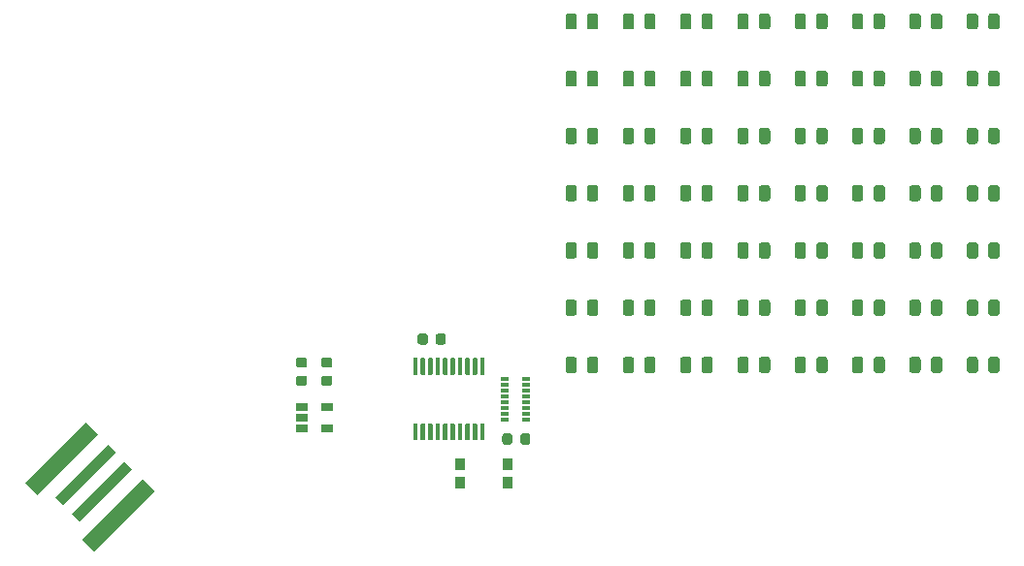
<source format=gbr>
G04 #@! TF.GenerationSoftware,KiCad,Pcbnew,(5.1.5-0-10_14)*
G04 #@! TF.CreationDate,2020-08-05T22:15:24-06:00*
G04 #@! TF.ProjectId,business_card_v4,62757369-6e65-4737-935f-636172645f76,rev?*
G04 #@! TF.SameCoordinates,Original*
G04 #@! TF.FileFunction,Paste,Top*
G04 #@! TF.FilePolarity,Positive*
%FSLAX46Y46*%
G04 Gerber Fmt 4.6, Leading zero omitted, Abs format (unit mm)*
G04 Created by KiCad (PCBNEW (5.1.5-0-10_14)) date 2020-08-05 22:15:24*
%MOMM*%
%LPD*%
G04 APERTURE LIST*
%ADD10C,0.100000*%
%ADD11R,0.800000X0.300000*%
%ADD12R,0.900000X1.000000*%
%ADD13R,1.060000X0.650000*%
G04 APERTURE END LIST*
D10*
G36*
X107230665Y-123390829D02*
G01*
X106170004Y-122330168D01*
X111473305Y-117026867D01*
X112533966Y-118087528D01*
X107230665Y-123390829D01*
G37*
G36*
X109528761Y-124274711D02*
G01*
X108821655Y-123567605D01*
X113417849Y-118971411D01*
X114124955Y-119678517D01*
X109528761Y-124274711D01*
G37*
G36*
X110942975Y-125688925D02*
G01*
X110235869Y-124981819D01*
X114832063Y-120385625D01*
X115539169Y-121092731D01*
X110942975Y-125688925D01*
G37*
G36*
X112180412Y-128340576D02*
G01*
X111119751Y-127279915D01*
X116423052Y-121976614D01*
X117483713Y-123037275D01*
X112180412Y-128340576D01*
G37*
G36*
X189080142Y-101301174D02*
G01*
X189103803Y-101304684D01*
X189127007Y-101310496D01*
X189149529Y-101318554D01*
X189171153Y-101328782D01*
X189191670Y-101341079D01*
X189210883Y-101355329D01*
X189228607Y-101371393D01*
X189244671Y-101389117D01*
X189258921Y-101408330D01*
X189271218Y-101428847D01*
X189281446Y-101450471D01*
X189289504Y-101472993D01*
X189295316Y-101496197D01*
X189298826Y-101519858D01*
X189300000Y-101543750D01*
X189300000Y-102456250D01*
X189298826Y-102480142D01*
X189295316Y-102503803D01*
X189289504Y-102527007D01*
X189281446Y-102549529D01*
X189271218Y-102571153D01*
X189258921Y-102591670D01*
X189244671Y-102610883D01*
X189228607Y-102628607D01*
X189210883Y-102644671D01*
X189191670Y-102658921D01*
X189171153Y-102671218D01*
X189149529Y-102681446D01*
X189127007Y-102689504D01*
X189103803Y-102695316D01*
X189080142Y-102698826D01*
X189056250Y-102700000D01*
X188568750Y-102700000D01*
X188544858Y-102698826D01*
X188521197Y-102695316D01*
X188497993Y-102689504D01*
X188475471Y-102681446D01*
X188453847Y-102671218D01*
X188433330Y-102658921D01*
X188414117Y-102644671D01*
X188396393Y-102628607D01*
X188380329Y-102610883D01*
X188366079Y-102591670D01*
X188353782Y-102571153D01*
X188343554Y-102549529D01*
X188335496Y-102527007D01*
X188329684Y-102503803D01*
X188326174Y-102480142D01*
X188325000Y-102456250D01*
X188325000Y-101543750D01*
X188326174Y-101519858D01*
X188329684Y-101496197D01*
X188335496Y-101472993D01*
X188343554Y-101450471D01*
X188353782Y-101428847D01*
X188366079Y-101408330D01*
X188380329Y-101389117D01*
X188396393Y-101371393D01*
X188414117Y-101355329D01*
X188433330Y-101341079D01*
X188453847Y-101328782D01*
X188475471Y-101318554D01*
X188497993Y-101310496D01*
X188521197Y-101304684D01*
X188544858Y-101301174D01*
X188568750Y-101300000D01*
X189056250Y-101300000D01*
X189080142Y-101301174D01*
G37*
G36*
X190955142Y-101301174D02*
G01*
X190978803Y-101304684D01*
X191002007Y-101310496D01*
X191024529Y-101318554D01*
X191046153Y-101328782D01*
X191066670Y-101341079D01*
X191085883Y-101355329D01*
X191103607Y-101371393D01*
X191119671Y-101389117D01*
X191133921Y-101408330D01*
X191146218Y-101428847D01*
X191156446Y-101450471D01*
X191164504Y-101472993D01*
X191170316Y-101496197D01*
X191173826Y-101519858D01*
X191175000Y-101543750D01*
X191175000Y-102456250D01*
X191173826Y-102480142D01*
X191170316Y-102503803D01*
X191164504Y-102527007D01*
X191156446Y-102549529D01*
X191146218Y-102571153D01*
X191133921Y-102591670D01*
X191119671Y-102610883D01*
X191103607Y-102628607D01*
X191085883Y-102644671D01*
X191066670Y-102658921D01*
X191046153Y-102671218D01*
X191024529Y-102681446D01*
X191002007Y-102689504D01*
X190978803Y-102695316D01*
X190955142Y-102698826D01*
X190931250Y-102700000D01*
X190443750Y-102700000D01*
X190419858Y-102698826D01*
X190396197Y-102695316D01*
X190372993Y-102689504D01*
X190350471Y-102681446D01*
X190328847Y-102671218D01*
X190308330Y-102658921D01*
X190289117Y-102644671D01*
X190271393Y-102628607D01*
X190255329Y-102610883D01*
X190241079Y-102591670D01*
X190228782Y-102571153D01*
X190218554Y-102549529D01*
X190210496Y-102527007D01*
X190204684Y-102503803D01*
X190201174Y-102480142D01*
X190200000Y-102456250D01*
X190200000Y-101543750D01*
X190201174Y-101519858D01*
X190204684Y-101496197D01*
X190210496Y-101472993D01*
X190218554Y-101450471D01*
X190228782Y-101428847D01*
X190241079Y-101408330D01*
X190255329Y-101389117D01*
X190271393Y-101371393D01*
X190289117Y-101355329D01*
X190308330Y-101341079D01*
X190328847Y-101328782D01*
X190350471Y-101318554D01*
X190372993Y-101310496D01*
X190396197Y-101304684D01*
X190419858Y-101301174D01*
X190443750Y-101300000D01*
X190931250Y-101300000D01*
X190955142Y-101301174D01*
G37*
G36*
X184080142Y-101301174D02*
G01*
X184103803Y-101304684D01*
X184127007Y-101310496D01*
X184149529Y-101318554D01*
X184171153Y-101328782D01*
X184191670Y-101341079D01*
X184210883Y-101355329D01*
X184228607Y-101371393D01*
X184244671Y-101389117D01*
X184258921Y-101408330D01*
X184271218Y-101428847D01*
X184281446Y-101450471D01*
X184289504Y-101472993D01*
X184295316Y-101496197D01*
X184298826Y-101519858D01*
X184300000Y-101543750D01*
X184300000Y-102456250D01*
X184298826Y-102480142D01*
X184295316Y-102503803D01*
X184289504Y-102527007D01*
X184281446Y-102549529D01*
X184271218Y-102571153D01*
X184258921Y-102591670D01*
X184244671Y-102610883D01*
X184228607Y-102628607D01*
X184210883Y-102644671D01*
X184191670Y-102658921D01*
X184171153Y-102671218D01*
X184149529Y-102681446D01*
X184127007Y-102689504D01*
X184103803Y-102695316D01*
X184080142Y-102698826D01*
X184056250Y-102700000D01*
X183568750Y-102700000D01*
X183544858Y-102698826D01*
X183521197Y-102695316D01*
X183497993Y-102689504D01*
X183475471Y-102681446D01*
X183453847Y-102671218D01*
X183433330Y-102658921D01*
X183414117Y-102644671D01*
X183396393Y-102628607D01*
X183380329Y-102610883D01*
X183366079Y-102591670D01*
X183353782Y-102571153D01*
X183343554Y-102549529D01*
X183335496Y-102527007D01*
X183329684Y-102503803D01*
X183326174Y-102480142D01*
X183325000Y-102456250D01*
X183325000Y-101543750D01*
X183326174Y-101519858D01*
X183329684Y-101496197D01*
X183335496Y-101472993D01*
X183343554Y-101450471D01*
X183353782Y-101428847D01*
X183366079Y-101408330D01*
X183380329Y-101389117D01*
X183396393Y-101371393D01*
X183414117Y-101355329D01*
X183433330Y-101341079D01*
X183453847Y-101328782D01*
X183475471Y-101318554D01*
X183497993Y-101310496D01*
X183521197Y-101304684D01*
X183544858Y-101301174D01*
X183568750Y-101300000D01*
X184056250Y-101300000D01*
X184080142Y-101301174D01*
G37*
G36*
X185955142Y-101301174D02*
G01*
X185978803Y-101304684D01*
X186002007Y-101310496D01*
X186024529Y-101318554D01*
X186046153Y-101328782D01*
X186066670Y-101341079D01*
X186085883Y-101355329D01*
X186103607Y-101371393D01*
X186119671Y-101389117D01*
X186133921Y-101408330D01*
X186146218Y-101428847D01*
X186156446Y-101450471D01*
X186164504Y-101472993D01*
X186170316Y-101496197D01*
X186173826Y-101519858D01*
X186175000Y-101543750D01*
X186175000Y-102456250D01*
X186173826Y-102480142D01*
X186170316Y-102503803D01*
X186164504Y-102527007D01*
X186156446Y-102549529D01*
X186146218Y-102571153D01*
X186133921Y-102591670D01*
X186119671Y-102610883D01*
X186103607Y-102628607D01*
X186085883Y-102644671D01*
X186066670Y-102658921D01*
X186046153Y-102671218D01*
X186024529Y-102681446D01*
X186002007Y-102689504D01*
X185978803Y-102695316D01*
X185955142Y-102698826D01*
X185931250Y-102700000D01*
X185443750Y-102700000D01*
X185419858Y-102698826D01*
X185396197Y-102695316D01*
X185372993Y-102689504D01*
X185350471Y-102681446D01*
X185328847Y-102671218D01*
X185308330Y-102658921D01*
X185289117Y-102644671D01*
X185271393Y-102628607D01*
X185255329Y-102610883D01*
X185241079Y-102591670D01*
X185228782Y-102571153D01*
X185218554Y-102549529D01*
X185210496Y-102527007D01*
X185204684Y-102503803D01*
X185201174Y-102480142D01*
X185200000Y-102456250D01*
X185200000Y-101543750D01*
X185201174Y-101519858D01*
X185204684Y-101496197D01*
X185210496Y-101472993D01*
X185218554Y-101450471D01*
X185228782Y-101428847D01*
X185241079Y-101408330D01*
X185255329Y-101389117D01*
X185271393Y-101371393D01*
X185289117Y-101355329D01*
X185308330Y-101341079D01*
X185328847Y-101328782D01*
X185350471Y-101318554D01*
X185372993Y-101310496D01*
X185396197Y-101304684D01*
X185419858Y-101301174D01*
X185443750Y-101300000D01*
X185931250Y-101300000D01*
X185955142Y-101301174D01*
G37*
G36*
X179080142Y-101301174D02*
G01*
X179103803Y-101304684D01*
X179127007Y-101310496D01*
X179149529Y-101318554D01*
X179171153Y-101328782D01*
X179191670Y-101341079D01*
X179210883Y-101355329D01*
X179228607Y-101371393D01*
X179244671Y-101389117D01*
X179258921Y-101408330D01*
X179271218Y-101428847D01*
X179281446Y-101450471D01*
X179289504Y-101472993D01*
X179295316Y-101496197D01*
X179298826Y-101519858D01*
X179300000Y-101543750D01*
X179300000Y-102456250D01*
X179298826Y-102480142D01*
X179295316Y-102503803D01*
X179289504Y-102527007D01*
X179281446Y-102549529D01*
X179271218Y-102571153D01*
X179258921Y-102591670D01*
X179244671Y-102610883D01*
X179228607Y-102628607D01*
X179210883Y-102644671D01*
X179191670Y-102658921D01*
X179171153Y-102671218D01*
X179149529Y-102681446D01*
X179127007Y-102689504D01*
X179103803Y-102695316D01*
X179080142Y-102698826D01*
X179056250Y-102700000D01*
X178568750Y-102700000D01*
X178544858Y-102698826D01*
X178521197Y-102695316D01*
X178497993Y-102689504D01*
X178475471Y-102681446D01*
X178453847Y-102671218D01*
X178433330Y-102658921D01*
X178414117Y-102644671D01*
X178396393Y-102628607D01*
X178380329Y-102610883D01*
X178366079Y-102591670D01*
X178353782Y-102571153D01*
X178343554Y-102549529D01*
X178335496Y-102527007D01*
X178329684Y-102503803D01*
X178326174Y-102480142D01*
X178325000Y-102456250D01*
X178325000Y-101543750D01*
X178326174Y-101519858D01*
X178329684Y-101496197D01*
X178335496Y-101472993D01*
X178343554Y-101450471D01*
X178353782Y-101428847D01*
X178366079Y-101408330D01*
X178380329Y-101389117D01*
X178396393Y-101371393D01*
X178414117Y-101355329D01*
X178433330Y-101341079D01*
X178453847Y-101328782D01*
X178475471Y-101318554D01*
X178497993Y-101310496D01*
X178521197Y-101304684D01*
X178544858Y-101301174D01*
X178568750Y-101300000D01*
X179056250Y-101300000D01*
X179080142Y-101301174D01*
G37*
G36*
X180955142Y-101301174D02*
G01*
X180978803Y-101304684D01*
X181002007Y-101310496D01*
X181024529Y-101318554D01*
X181046153Y-101328782D01*
X181066670Y-101341079D01*
X181085883Y-101355329D01*
X181103607Y-101371393D01*
X181119671Y-101389117D01*
X181133921Y-101408330D01*
X181146218Y-101428847D01*
X181156446Y-101450471D01*
X181164504Y-101472993D01*
X181170316Y-101496197D01*
X181173826Y-101519858D01*
X181175000Y-101543750D01*
X181175000Y-102456250D01*
X181173826Y-102480142D01*
X181170316Y-102503803D01*
X181164504Y-102527007D01*
X181156446Y-102549529D01*
X181146218Y-102571153D01*
X181133921Y-102591670D01*
X181119671Y-102610883D01*
X181103607Y-102628607D01*
X181085883Y-102644671D01*
X181066670Y-102658921D01*
X181046153Y-102671218D01*
X181024529Y-102681446D01*
X181002007Y-102689504D01*
X180978803Y-102695316D01*
X180955142Y-102698826D01*
X180931250Y-102700000D01*
X180443750Y-102700000D01*
X180419858Y-102698826D01*
X180396197Y-102695316D01*
X180372993Y-102689504D01*
X180350471Y-102681446D01*
X180328847Y-102671218D01*
X180308330Y-102658921D01*
X180289117Y-102644671D01*
X180271393Y-102628607D01*
X180255329Y-102610883D01*
X180241079Y-102591670D01*
X180228782Y-102571153D01*
X180218554Y-102549529D01*
X180210496Y-102527007D01*
X180204684Y-102503803D01*
X180201174Y-102480142D01*
X180200000Y-102456250D01*
X180200000Y-101543750D01*
X180201174Y-101519858D01*
X180204684Y-101496197D01*
X180210496Y-101472993D01*
X180218554Y-101450471D01*
X180228782Y-101428847D01*
X180241079Y-101408330D01*
X180255329Y-101389117D01*
X180271393Y-101371393D01*
X180289117Y-101355329D01*
X180308330Y-101341079D01*
X180328847Y-101328782D01*
X180350471Y-101318554D01*
X180372993Y-101310496D01*
X180396197Y-101304684D01*
X180419858Y-101301174D01*
X180443750Y-101300000D01*
X180931250Y-101300000D01*
X180955142Y-101301174D01*
G37*
G36*
X174080142Y-101301174D02*
G01*
X174103803Y-101304684D01*
X174127007Y-101310496D01*
X174149529Y-101318554D01*
X174171153Y-101328782D01*
X174191670Y-101341079D01*
X174210883Y-101355329D01*
X174228607Y-101371393D01*
X174244671Y-101389117D01*
X174258921Y-101408330D01*
X174271218Y-101428847D01*
X174281446Y-101450471D01*
X174289504Y-101472993D01*
X174295316Y-101496197D01*
X174298826Y-101519858D01*
X174300000Y-101543750D01*
X174300000Y-102456250D01*
X174298826Y-102480142D01*
X174295316Y-102503803D01*
X174289504Y-102527007D01*
X174281446Y-102549529D01*
X174271218Y-102571153D01*
X174258921Y-102591670D01*
X174244671Y-102610883D01*
X174228607Y-102628607D01*
X174210883Y-102644671D01*
X174191670Y-102658921D01*
X174171153Y-102671218D01*
X174149529Y-102681446D01*
X174127007Y-102689504D01*
X174103803Y-102695316D01*
X174080142Y-102698826D01*
X174056250Y-102700000D01*
X173568750Y-102700000D01*
X173544858Y-102698826D01*
X173521197Y-102695316D01*
X173497993Y-102689504D01*
X173475471Y-102681446D01*
X173453847Y-102671218D01*
X173433330Y-102658921D01*
X173414117Y-102644671D01*
X173396393Y-102628607D01*
X173380329Y-102610883D01*
X173366079Y-102591670D01*
X173353782Y-102571153D01*
X173343554Y-102549529D01*
X173335496Y-102527007D01*
X173329684Y-102503803D01*
X173326174Y-102480142D01*
X173325000Y-102456250D01*
X173325000Y-101543750D01*
X173326174Y-101519858D01*
X173329684Y-101496197D01*
X173335496Y-101472993D01*
X173343554Y-101450471D01*
X173353782Y-101428847D01*
X173366079Y-101408330D01*
X173380329Y-101389117D01*
X173396393Y-101371393D01*
X173414117Y-101355329D01*
X173433330Y-101341079D01*
X173453847Y-101328782D01*
X173475471Y-101318554D01*
X173497993Y-101310496D01*
X173521197Y-101304684D01*
X173544858Y-101301174D01*
X173568750Y-101300000D01*
X174056250Y-101300000D01*
X174080142Y-101301174D01*
G37*
G36*
X175955142Y-101301174D02*
G01*
X175978803Y-101304684D01*
X176002007Y-101310496D01*
X176024529Y-101318554D01*
X176046153Y-101328782D01*
X176066670Y-101341079D01*
X176085883Y-101355329D01*
X176103607Y-101371393D01*
X176119671Y-101389117D01*
X176133921Y-101408330D01*
X176146218Y-101428847D01*
X176156446Y-101450471D01*
X176164504Y-101472993D01*
X176170316Y-101496197D01*
X176173826Y-101519858D01*
X176175000Y-101543750D01*
X176175000Y-102456250D01*
X176173826Y-102480142D01*
X176170316Y-102503803D01*
X176164504Y-102527007D01*
X176156446Y-102549529D01*
X176146218Y-102571153D01*
X176133921Y-102591670D01*
X176119671Y-102610883D01*
X176103607Y-102628607D01*
X176085883Y-102644671D01*
X176066670Y-102658921D01*
X176046153Y-102671218D01*
X176024529Y-102681446D01*
X176002007Y-102689504D01*
X175978803Y-102695316D01*
X175955142Y-102698826D01*
X175931250Y-102700000D01*
X175443750Y-102700000D01*
X175419858Y-102698826D01*
X175396197Y-102695316D01*
X175372993Y-102689504D01*
X175350471Y-102681446D01*
X175328847Y-102671218D01*
X175308330Y-102658921D01*
X175289117Y-102644671D01*
X175271393Y-102628607D01*
X175255329Y-102610883D01*
X175241079Y-102591670D01*
X175228782Y-102571153D01*
X175218554Y-102549529D01*
X175210496Y-102527007D01*
X175204684Y-102503803D01*
X175201174Y-102480142D01*
X175200000Y-102456250D01*
X175200000Y-101543750D01*
X175201174Y-101519858D01*
X175204684Y-101496197D01*
X175210496Y-101472993D01*
X175218554Y-101450471D01*
X175228782Y-101428847D01*
X175241079Y-101408330D01*
X175255329Y-101389117D01*
X175271393Y-101371393D01*
X175289117Y-101355329D01*
X175308330Y-101341079D01*
X175328847Y-101328782D01*
X175350471Y-101318554D01*
X175372993Y-101310496D01*
X175396197Y-101304684D01*
X175419858Y-101301174D01*
X175443750Y-101300000D01*
X175931250Y-101300000D01*
X175955142Y-101301174D01*
G37*
G36*
X169080142Y-101301174D02*
G01*
X169103803Y-101304684D01*
X169127007Y-101310496D01*
X169149529Y-101318554D01*
X169171153Y-101328782D01*
X169191670Y-101341079D01*
X169210883Y-101355329D01*
X169228607Y-101371393D01*
X169244671Y-101389117D01*
X169258921Y-101408330D01*
X169271218Y-101428847D01*
X169281446Y-101450471D01*
X169289504Y-101472993D01*
X169295316Y-101496197D01*
X169298826Y-101519858D01*
X169300000Y-101543750D01*
X169300000Y-102456250D01*
X169298826Y-102480142D01*
X169295316Y-102503803D01*
X169289504Y-102527007D01*
X169281446Y-102549529D01*
X169271218Y-102571153D01*
X169258921Y-102591670D01*
X169244671Y-102610883D01*
X169228607Y-102628607D01*
X169210883Y-102644671D01*
X169191670Y-102658921D01*
X169171153Y-102671218D01*
X169149529Y-102681446D01*
X169127007Y-102689504D01*
X169103803Y-102695316D01*
X169080142Y-102698826D01*
X169056250Y-102700000D01*
X168568750Y-102700000D01*
X168544858Y-102698826D01*
X168521197Y-102695316D01*
X168497993Y-102689504D01*
X168475471Y-102681446D01*
X168453847Y-102671218D01*
X168433330Y-102658921D01*
X168414117Y-102644671D01*
X168396393Y-102628607D01*
X168380329Y-102610883D01*
X168366079Y-102591670D01*
X168353782Y-102571153D01*
X168343554Y-102549529D01*
X168335496Y-102527007D01*
X168329684Y-102503803D01*
X168326174Y-102480142D01*
X168325000Y-102456250D01*
X168325000Y-101543750D01*
X168326174Y-101519858D01*
X168329684Y-101496197D01*
X168335496Y-101472993D01*
X168343554Y-101450471D01*
X168353782Y-101428847D01*
X168366079Y-101408330D01*
X168380329Y-101389117D01*
X168396393Y-101371393D01*
X168414117Y-101355329D01*
X168433330Y-101341079D01*
X168453847Y-101328782D01*
X168475471Y-101318554D01*
X168497993Y-101310496D01*
X168521197Y-101304684D01*
X168544858Y-101301174D01*
X168568750Y-101300000D01*
X169056250Y-101300000D01*
X169080142Y-101301174D01*
G37*
G36*
X170955142Y-101301174D02*
G01*
X170978803Y-101304684D01*
X171002007Y-101310496D01*
X171024529Y-101318554D01*
X171046153Y-101328782D01*
X171066670Y-101341079D01*
X171085883Y-101355329D01*
X171103607Y-101371393D01*
X171119671Y-101389117D01*
X171133921Y-101408330D01*
X171146218Y-101428847D01*
X171156446Y-101450471D01*
X171164504Y-101472993D01*
X171170316Y-101496197D01*
X171173826Y-101519858D01*
X171175000Y-101543750D01*
X171175000Y-102456250D01*
X171173826Y-102480142D01*
X171170316Y-102503803D01*
X171164504Y-102527007D01*
X171156446Y-102549529D01*
X171146218Y-102571153D01*
X171133921Y-102591670D01*
X171119671Y-102610883D01*
X171103607Y-102628607D01*
X171085883Y-102644671D01*
X171066670Y-102658921D01*
X171046153Y-102671218D01*
X171024529Y-102681446D01*
X171002007Y-102689504D01*
X170978803Y-102695316D01*
X170955142Y-102698826D01*
X170931250Y-102700000D01*
X170443750Y-102700000D01*
X170419858Y-102698826D01*
X170396197Y-102695316D01*
X170372993Y-102689504D01*
X170350471Y-102681446D01*
X170328847Y-102671218D01*
X170308330Y-102658921D01*
X170289117Y-102644671D01*
X170271393Y-102628607D01*
X170255329Y-102610883D01*
X170241079Y-102591670D01*
X170228782Y-102571153D01*
X170218554Y-102549529D01*
X170210496Y-102527007D01*
X170204684Y-102503803D01*
X170201174Y-102480142D01*
X170200000Y-102456250D01*
X170200000Y-101543750D01*
X170201174Y-101519858D01*
X170204684Y-101496197D01*
X170210496Y-101472993D01*
X170218554Y-101450471D01*
X170228782Y-101428847D01*
X170241079Y-101408330D01*
X170255329Y-101389117D01*
X170271393Y-101371393D01*
X170289117Y-101355329D01*
X170308330Y-101341079D01*
X170328847Y-101328782D01*
X170350471Y-101318554D01*
X170372993Y-101310496D01*
X170396197Y-101304684D01*
X170419858Y-101301174D01*
X170443750Y-101300000D01*
X170931250Y-101300000D01*
X170955142Y-101301174D01*
G37*
G36*
X164080142Y-101301174D02*
G01*
X164103803Y-101304684D01*
X164127007Y-101310496D01*
X164149529Y-101318554D01*
X164171153Y-101328782D01*
X164191670Y-101341079D01*
X164210883Y-101355329D01*
X164228607Y-101371393D01*
X164244671Y-101389117D01*
X164258921Y-101408330D01*
X164271218Y-101428847D01*
X164281446Y-101450471D01*
X164289504Y-101472993D01*
X164295316Y-101496197D01*
X164298826Y-101519858D01*
X164300000Y-101543750D01*
X164300000Y-102456250D01*
X164298826Y-102480142D01*
X164295316Y-102503803D01*
X164289504Y-102527007D01*
X164281446Y-102549529D01*
X164271218Y-102571153D01*
X164258921Y-102591670D01*
X164244671Y-102610883D01*
X164228607Y-102628607D01*
X164210883Y-102644671D01*
X164191670Y-102658921D01*
X164171153Y-102671218D01*
X164149529Y-102681446D01*
X164127007Y-102689504D01*
X164103803Y-102695316D01*
X164080142Y-102698826D01*
X164056250Y-102700000D01*
X163568750Y-102700000D01*
X163544858Y-102698826D01*
X163521197Y-102695316D01*
X163497993Y-102689504D01*
X163475471Y-102681446D01*
X163453847Y-102671218D01*
X163433330Y-102658921D01*
X163414117Y-102644671D01*
X163396393Y-102628607D01*
X163380329Y-102610883D01*
X163366079Y-102591670D01*
X163353782Y-102571153D01*
X163343554Y-102549529D01*
X163335496Y-102527007D01*
X163329684Y-102503803D01*
X163326174Y-102480142D01*
X163325000Y-102456250D01*
X163325000Y-101543750D01*
X163326174Y-101519858D01*
X163329684Y-101496197D01*
X163335496Y-101472993D01*
X163343554Y-101450471D01*
X163353782Y-101428847D01*
X163366079Y-101408330D01*
X163380329Y-101389117D01*
X163396393Y-101371393D01*
X163414117Y-101355329D01*
X163433330Y-101341079D01*
X163453847Y-101328782D01*
X163475471Y-101318554D01*
X163497993Y-101310496D01*
X163521197Y-101304684D01*
X163544858Y-101301174D01*
X163568750Y-101300000D01*
X164056250Y-101300000D01*
X164080142Y-101301174D01*
G37*
G36*
X165955142Y-101301174D02*
G01*
X165978803Y-101304684D01*
X166002007Y-101310496D01*
X166024529Y-101318554D01*
X166046153Y-101328782D01*
X166066670Y-101341079D01*
X166085883Y-101355329D01*
X166103607Y-101371393D01*
X166119671Y-101389117D01*
X166133921Y-101408330D01*
X166146218Y-101428847D01*
X166156446Y-101450471D01*
X166164504Y-101472993D01*
X166170316Y-101496197D01*
X166173826Y-101519858D01*
X166175000Y-101543750D01*
X166175000Y-102456250D01*
X166173826Y-102480142D01*
X166170316Y-102503803D01*
X166164504Y-102527007D01*
X166156446Y-102549529D01*
X166146218Y-102571153D01*
X166133921Y-102591670D01*
X166119671Y-102610883D01*
X166103607Y-102628607D01*
X166085883Y-102644671D01*
X166066670Y-102658921D01*
X166046153Y-102671218D01*
X166024529Y-102681446D01*
X166002007Y-102689504D01*
X165978803Y-102695316D01*
X165955142Y-102698826D01*
X165931250Y-102700000D01*
X165443750Y-102700000D01*
X165419858Y-102698826D01*
X165396197Y-102695316D01*
X165372993Y-102689504D01*
X165350471Y-102681446D01*
X165328847Y-102671218D01*
X165308330Y-102658921D01*
X165289117Y-102644671D01*
X165271393Y-102628607D01*
X165255329Y-102610883D01*
X165241079Y-102591670D01*
X165228782Y-102571153D01*
X165218554Y-102549529D01*
X165210496Y-102527007D01*
X165204684Y-102503803D01*
X165201174Y-102480142D01*
X165200000Y-102456250D01*
X165200000Y-101543750D01*
X165201174Y-101519858D01*
X165204684Y-101496197D01*
X165210496Y-101472993D01*
X165218554Y-101450471D01*
X165228782Y-101428847D01*
X165241079Y-101408330D01*
X165255329Y-101389117D01*
X165271393Y-101371393D01*
X165289117Y-101355329D01*
X165308330Y-101341079D01*
X165328847Y-101328782D01*
X165350471Y-101318554D01*
X165372993Y-101310496D01*
X165396197Y-101304684D01*
X165419858Y-101301174D01*
X165443750Y-101300000D01*
X165931250Y-101300000D01*
X165955142Y-101301174D01*
G37*
G36*
X159080142Y-101301174D02*
G01*
X159103803Y-101304684D01*
X159127007Y-101310496D01*
X159149529Y-101318554D01*
X159171153Y-101328782D01*
X159191670Y-101341079D01*
X159210883Y-101355329D01*
X159228607Y-101371393D01*
X159244671Y-101389117D01*
X159258921Y-101408330D01*
X159271218Y-101428847D01*
X159281446Y-101450471D01*
X159289504Y-101472993D01*
X159295316Y-101496197D01*
X159298826Y-101519858D01*
X159300000Y-101543750D01*
X159300000Y-102456250D01*
X159298826Y-102480142D01*
X159295316Y-102503803D01*
X159289504Y-102527007D01*
X159281446Y-102549529D01*
X159271218Y-102571153D01*
X159258921Y-102591670D01*
X159244671Y-102610883D01*
X159228607Y-102628607D01*
X159210883Y-102644671D01*
X159191670Y-102658921D01*
X159171153Y-102671218D01*
X159149529Y-102681446D01*
X159127007Y-102689504D01*
X159103803Y-102695316D01*
X159080142Y-102698826D01*
X159056250Y-102700000D01*
X158568750Y-102700000D01*
X158544858Y-102698826D01*
X158521197Y-102695316D01*
X158497993Y-102689504D01*
X158475471Y-102681446D01*
X158453847Y-102671218D01*
X158433330Y-102658921D01*
X158414117Y-102644671D01*
X158396393Y-102628607D01*
X158380329Y-102610883D01*
X158366079Y-102591670D01*
X158353782Y-102571153D01*
X158343554Y-102549529D01*
X158335496Y-102527007D01*
X158329684Y-102503803D01*
X158326174Y-102480142D01*
X158325000Y-102456250D01*
X158325000Y-101543750D01*
X158326174Y-101519858D01*
X158329684Y-101496197D01*
X158335496Y-101472993D01*
X158343554Y-101450471D01*
X158353782Y-101428847D01*
X158366079Y-101408330D01*
X158380329Y-101389117D01*
X158396393Y-101371393D01*
X158414117Y-101355329D01*
X158433330Y-101341079D01*
X158453847Y-101328782D01*
X158475471Y-101318554D01*
X158497993Y-101310496D01*
X158521197Y-101304684D01*
X158544858Y-101301174D01*
X158568750Y-101300000D01*
X159056250Y-101300000D01*
X159080142Y-101301174D01*
G37*
G36*
X160955142Y-101301174D02*
G01*
X160978803Y-101304684D01*
X161002007Y-101310496D01*
X161024529Y-101318554D01*
X161046153Y-101328782D01*
X161066670Y-101341079D01*
X161085883Y-101355329D01*
X161103607Y-101371393D01*
X161119671Y-101389117D01*
X161133921Y-101408330D01*
X161146218Y-101428847D01*
X161156446Y-101450471D01*
X161164504Y-101472993D01*
X161170316Y-101496197D01*
X161173826Y-101519858D01*
X161175000Y-101543750D01*
X161175000Y-102456250D01*
X161173826Y-102480142D01*
X161170316Y-102503803D01*
X161164504Y-102527007D01*
X161156446Y-102549529D01*
X161146218Y-102571153D01*
X161133921Y-102591670D01*
X161119671Y-102610883D01*
X161103607Y-102628607D01*
X161085883Y-102644671D01*
X161066670Y-102658921D01*
X161046153Y-102671218D01*
X161024529Y-102681446D01*
X161002007Y-102689504D01*
X160978803Y-102695316D01*
X160955142Y-102698826D01*
X160931250Y-102700000D01*
X160443750Y-102700000D01*
X160419858Y-102698826D01*
X160396197Y-102695316D01*
X160372993Y-102689504D01*
X160350471Y-102681446D01*
X160328847Y-102671218D01*
X160308330Y-102658921D01*
X160289117Y-102644671D01*
X160271393Y-102628607D01*
X160255329Y-102610883D01*
X160241079Y-102591670D01*
X160228782Y-102571153D01*
X160218554Y-102549529D01*
X160210496Y-102527007D01*
X160204684Y-102503803D01*
X160201174Y-102480142D01*
X160200000Y-102456250D01*
X160200000Y-101543750D01*
X160201174Y-101519858D01*
X160204684Y-101496197D01*
X160210496Y-101472993D01*
X160218554Y-101450471D01*
X160228782Y-101428847D01*
X160241079Y-101408330D01*
X160255329Y-101389117D01*
X160271393Y-101371393D01*
X160289117Y-101355329D01*
X160308330Y-101341079D01*
X160328847Y-101328782D01*
X160350471Y-101318554D01*
X160372993Y-101310496D01*
X160396197Y-101304684D01*
X160419858Y-101301174D01*
X160443750Y-101300000D01*
X160931250Y-101300000D01*
X160955142Y-101301174D01*
G37*
G36*
X154080142Y-101301174D02*
G01*
X154103803Y-101304684D01*
X154127007Y-101310496D01*
X154149529Y-101318554D01*
X154171153Y-101328782D01*
X154191670Y-101341079D01*
X154210883Y-101355329D01*
X154228607Y-101371393D01*
X154244671Y-101389117D01*
X154258921Y-101408330D01*
X154271218Y-101428847D01*
X154281446Y-101450471D01*
X154289504Y-101472993D01*
X154295316Y-101496197D01*
X154298826Y-101519858D01*
X154300000Y-101543750D01*
X154300000Y-102456250D01*
X154298826Y-102480142D01*
X154295316Y-102503803D01*
X154289504Y-102527007D01*
X154281446Y-102549529D01*
X154271218Y-102571153D01*
X154258921Y-102591670D01*
X154244671Y-102610883D01*
X154228607Y-102628607D01*
X154210883Y-102644671D01*
X154191670Y-102658921D01*
X154171153Y-102671218D01*
X154149529Y-102681446D01*
X154127007Y-102689504D01*
X154103803Y-102695316D01*
X154080142Y-102698826D01*
X154056250Y-102700000D01*
X153568750Y-102700000D01*
X153544858Y-102698826D01*
X153521197Y-102695316D01*
X153497993Y-102689504D01*
X153475471Y-102681446D01*
X153453847Y-102671218D01*
X153433330Y-102658921D01*
X153414117Y-102644671D01*
X153396393Y-102628607D01*
X153380329Y-102610883D01*
X153366079Y-102591670D01*
X153353782Y-102571153D01*
X153343554Y-102549529D01*
X153335496Y-102527007D01*
X153329684Y-102503803D01*
X153326174Y-102480142D01*
X153325000Y-102456250D01*
X153325000Y-101543750D01*
X153326174Y-101519858D01*
X153329684Y-101496197D01*
X153335496Y-101472993D01*
X153343554Y-101450471D01*
X153353782Y-101428847D01*
X153366079Y-101408330D01*
X153380329Y-101389117D01*
X153396393Y-101371393D01*
X153414117Y-101355329D01*
X153433330Y-101341079D01*
X153453847Y-101328782D01*
X153475471Y-101318554D01*
X153497993Y-101310496D01*
X153521197Y-101304684D01*
X153544858Y-101301174D01*
X153568750Y-101300000D01*
X154056250Y-101300000D01*
X154080142Y-101301174D01*
G37*
G36*
X155955142Y-101301174D02*
G01*
X155978803Y-101304684D01*
X156002007Y-101310496D01*
X156024529Y-101318554D01*
X156046153Y-101328782D01*
X156066670Y-101341079D01*
X156085883Y-101355329D01*
X156103607Y-101371393D01*
X156119671Y-101389117D01*
X156133921Y-101408330D01*
X156146218Y-101428847D01*
X156156446Y-101450471D01*
X156164504Y-101472993D01*
X156170316Y-101496197D01*
X156173826Y-101519858D01*
X156175000Y-101543750D01*
X156175000Y-102456250D01*
X156173826Y-102480142D01*
X156170316Y-102503803D01*
X156164504Y-102527007D01*
X156156446Y-102549529D01*
X156146218Y-102571153D01*
X156133921Y-102591670D01*
X156119671Y-102610883D01*
X156103607Y-102628607D01*
X156085883Y-102644671D01*
X156066670Y-102658921D01*
X156046153Y-102671218D01*
X156024529Y-102681446D01*
X156002007Y-102689504D01*
X155978803Y-102695316D01*
X155955142Y-102698826D01*
X155931250Y-102700000D01*
X155443750Y-102700000D01*
X155419858Y-102698826D01*
X155396197Y-102695316D01*
X155372993Y-102689504D01*
X155350471Y-102681446D01*
X155328847Y-102671218D01*
X155308330Y-102658921D01*
X155289117Y-102644671D01*
X155271393Y-102628607D01*
X155255329Y-102610883D01*
X155241079Y-102591670D01*
X155228782Y-102571153D01*
X155218554Y-102549529D01*
X155210496Y-102527007D01*
X155204684Y-102503803D01*
X155201174Y-102480142D01*
X155200000Y-102456250D01*
X155200000Y-101543750D01*
X155201174Y-101519858D01*
X155204684Y-101496197D01*
X155210496Y-101472993D01*
X155218554Y-101450471D01*
X155228782Y-101428847D01*
X155241079Y-101408330D01*
X155255329Y-101389117D01*
X155271393Y-101371393D01*
X155289117Y-101355329D01*
X155308330Y-101341079D01*
X155328847Y-101328782D01*
X155350471Y-101318554D01*
X155372993Y-101310496D01*
X155396197Y-101304684D01*
X155419858Y-101301174D01*
X155443750Y-101300000D01*
X155931250Y-101300000D01*
X155955142Y-101301174D01*
G37*
G36*
X189080142Y-111301174D02*
G01*
X189103803Y-111304684D01*
X189127007Y-111310496D01*
X189149529Y-111318554D01*
X189171153Y-111328782D01*
X189191670Y-111341079D01*
X189210883Y-111355329D01*
X189228607Y-111371393D01*
X189244671Y-111389117D01*
X189258921Y-111408330D01*
X189271218Y-111428847D01*
X189281446Y-111450471D01*
X189289504Y-111472993D01*
X189295316Y-111496197D01*
X189298826Y-111519858D01*
X189300000Y-111543750D01*
X189300000Y-112456250D01*
X189298826Y-112480142D01*
X189295316Y-112503803D01*
X189289504Y-112527007D01*
X189281446Y-112549529D01*
X189271218Y-112571153D01*
X189258921Y-112591670D01*
X189244671Y-112610883D01*
X189228607Y-112628607D01*
X189210883Y-112644671D01*
X189191670Y-112658921D01*
X189171153Y-112671218D01*
X189149529Y-112681446D01*
X189127007Y-112689504D01*
X189103803Y-112695316D01*
X189080142Y-112698826D01*
X189056250Y-112700000D01*
X188568750Y-112700000D01*
X188544858Y-112698826D01*
X188521197Y-112695316D01*
X188497993Y-112689504D01*
X188475471Y-112681446D01*
X188453847Y-112671218D01*
X188433330Y-112658921D01*
X188414117Y-112644671D01*
X188396393Y-112628607D01*
X188380329Y-112610883D01*
X188366079Y-112591670D01*
X188353782Y-112571153D01*
X188343554Y-112549529D01*
X188335496Y-112527007D01*
X188329684Y-112503803D01*
X188326174Y-112480142D01*
X188325000Y-112456250D01*
X188325000Y-111543750D01*
X188326174Y-111519858D01*
X188329684Y-111496197D01*
X188335496Y-111472993D01*
X188343554Y-111450471D01*
X188353782Y-111428847D01*
X188366079Y-111408330D01*
X188380329Y-111389117D01*
X188396393Y-111371393D01*
X188414117Y-111355329D01*
X188433330Y-111341079D01*
X188453847Y-111328782D01*
X188475471Y-111318554D01*
X188497993Y-111310496D01*
X188521197Y-111304684D01*
X188544858Y-111301174D01*
X188568750Y-111300000D01*
X189056250Y-111300000D01*
X189080142Y-111301174D01*
G37*
G36*
X190955142Y-111301174D02*
G01*
X190978803Y-111304684D01*
X191002007Y-111310496D01*
X191024529Y-111318554D01*
X191046153Y-111328782D01*
X191066670Y-111341079D01*
X191085883Y-111355329D01*
X191103607Y-111371393D01*
X191119671Y-111389117D01*
X191133921Y-111408330D01*
X191146218Y-111428847D01*
X191156446Y-111450471D01*
X191164504Y-111472993D01*
X191170316Y-111496197D01*
X191173826Y-111519858D01*
X191175000Y-111543750D01*
X191175000Y-112456250D01*
X191173826Y-112480142D01*
X191170316Y-112503803D01*
X191164504Y-112527007D01*
X191156446Y-112549529D01*
X191146218Y-112571153D01*
X191133921Y-112591670D01*
X191119671Y-112610883D01*
X191103607Y-112628607D01*
X191085883Y-112644671D01*
X191066670Y-112658921D01*
X191046153Y-112671218D01*
X191024529Y-112681446D01*
X191002007Y-112689504D01*
X190978803Y-112695316D01*
X190955142Y-112698826D01*
X190931250Y-112700000D01*
X190443750Y-112700000D01*
X190419858Y-112698826D01*
X190396197Y-112695316D01*
X190372993Y-112689504D01*
X190350471Y-112681446D01*
X190328847Y-112671218D01*
X190308330Y-112658921D01*
X190289117Y-112644671D01*
X190271393Y-112628607D01*
X190255329Y-112610883D01*
X190241079Y-112591670D01*
X190228782Y-112571153D01*
X190218554Y-112549529D01*
X190210496Y-112527007D01*
X190204684Y-112503803D01*
X190201174Y-112480142D01*
X190200000Y-112456250D01*
X190200000Y-111543750D01*
X190201174Y-111519858D01*
X190204684Y-111496197D01*
X190210496Y-111472993D01*
X190218554Y-111450471D01*
X190228782Y-111428847D01*
X190241079Y-111408330D01*
X190255329Y-111389117D01*
X190271393Y-111371393D01*
X190289117Y-111355329D01*
X190308330Y-111341079D01*
X190328847Y-111328782D01*
X190350471Y-111318554D01*
X190372993Y-111310496D01*
X190396197Y-111304684D01*
X190419858Y-111301174D01*
X190443750Y-111300000D01*
X190931250Y-111300000D01*
X190955142Y-111301174D01*
G37*
G36*
X184080142Y-111301174D02*
G01*
X184103803Y-111304684D01*
X184127007Y-111310496D01*
X184149529Y-111318554D01*
X184171153Y-111328782D01*
X184191670Y-111341079D01*
X184210883Y-111355329D01*
X184228607Y-111371393D01*
X184244671Y-111389117D01*
X184258921Y-111408330D01*
X184271218Y-111428847D01*
X184281446Y-111450471D01*
X184289504Y-111472993D01*
X184295316Y-111496197D01*
X184298826Y-111519858D01*
X184300000Y-111543750D01*
X184300000Y-112456250D01*
X184298826Y-112480142D01*
X184295316Y-112503803D01*
X184289504Y-112527007D01*
X184281446Y-112549529D01*
X184271218Y-112571153D01*
X184258921Y-112591670D01*
X184244671Y-112610883D01*
X184228607Y-112628607D01*
X184210883Y-112644671D01*
X184191670Y-112658921D01*
X184171153Y-112671218D01*
X184149529Y-112681446D01*
X184127007Y-112689504D01*
X184103803Y-112695316D01*
X184080142Y-112698826D01*
X184056250Y-112700000D01*
X183568750Y-112700000D01*
X183544858Y-112698826D01*
X183521197Y-112695316D01*
X183497993Y-112689504D01*
X183475471Y-112681446D01*
X183453847Y-112671218D01*
X183433330Y-112658921D01*
X183414117Y-112644671D01*
X183396393Y-112628607D01*
X183380329Y-112610883D01*
X183366079Y-112591670D01*
X183353782Y-112571153D01*
X183343554Y-112549529D01*
X183335496Y-112527007D01*
X183329684Y-112503803D01*
X183326174Y-112480142D01*
X183325000Y-112456250D01*
X183325000Y-111543750D01*
X183326174Y-111519858D01*
X183329684Y-111496197D01*
X183335496Y-111472993D01*
X183343554Y-111450471D01*
X183353782Y-111428847D01*
X183366079Y-111408330D01*
X183380329Y-111389117D01*
X183396393Y-111371393D01*
X183414117Y-111355329D01*
X183433330Y-111341079D01*
X183453847Y-111328782D01*
X183475471Y-111318554D01*
X183497993Y-111310496D01*
X183521197Y-111304684D01*
X183544858Y-111301174D01*
X183568750Y-111300000D01*
X184056250Y-111300000D01*
X184080142Y-111301174D01*
G37*
G36*
X185955142Y-111301174D02*
G01*
X185978803Y-111304684D01*
X186002007Y-111310496D01*
X186024529Y-111318554D01*
X186046153Y-111328782D01*
X186066670Y-111341079D01*
X186085883Y-111355329D01*
X186103607Y-111371393D01*
X186119671Y-111389117D01*
X186133921Y-111408330D01*
X186146218Y-111428847D01*
X186156446Y-111450471D01*
X186164504Y-111472993D01*
X186170316Y-111496197D01*
X186173826Y-111519858D01*
X186175000Y-111543750D01*
X186175000Y-112456250D01*
X186173826Y-112480142D01*
X186170316Y-112503803D01*
X186164504Y-112527007D01*
X186156446Y-112549529D01*
X186146218Y-112571153D01*
X186133921Y-112591670D01*
X186119671Y-112610883D01*
X186103607Y-112628607D01*
X186085883Y-112644671D01*
X186066670Y-112658921D01*
X186046153Y-112671218D01*
X186024529Y-112681446D01*
X186002007Y-112689504D01*
X185978803Y-112695316D01*
X185955142Y-112698826D01*
X185931250Y-112700000D01*
X185443750Y-112700000D01*
X185419858Y-112698826D01*
X185396197Y-112695316D01*
X185372993Y-112689504D01*
X185350471Y-112681446D01*
X185328847Y-112671218D01*
X185308330Y-112658921D01*
X185289117Y-112644671D01*
X185271393Y-112628607D01*
X185255329Y-112610883D01*
X185241079Y-112591670D01*
X185228782Y-112571153D01*
X185218554Y-112549529D01*
X185210496Y-112527007D01*
X185204684Y-112503803D01*
X185201174Y-112480142D01*
X185200000Y-112456250D01*
X185200000Y-111543750D01*
X185201174Y-111519858D01*
X185204684Y-111496197D01*
X185210496Y-111472993D01*
X185218554Y-111450471D01*
X185228782Y-111428847D01*
X185241079Y-111408330D01*
X185255329Y-111389117D01*
X185271393Y-111371393D01*
X185289117Y-111355329D01*
X185308330Y-111341079D01*
X185328847Y-111328782D01*
X185350471Y-111318554D01*
X185372993Y-111310496D01*
X185396197Y-111304684D01*
X185419858Y-111301174D01*
X185443750Y-111300000D01*
X185931250Y-111300000D01*
X185955142Y-111301174D01*
G37*
G36*
X179080142Y-111301174D02*
G01*
X179103803Y-111304684D01*
X179127007Y-111310496D01*
X179149529Y-111318554D01*
X179171153Y-111328782D01*
X179191670Y-111341079D01*
X179210883Y-111355329D01*
X179228607Y-111371393D01*
X179244671Y-111389117D01*
X179258921Y-111408330D01*
X179271218Y-111428847D01*
X179281446Y-111450471D01*
X179289504Y-111472993D01*
X179295316Y-111496197D01*
X179298826Y-111519858D01*
X179300000Y-111543750D01*
X179300000Y-112456250D01*
X179298826Y-112480142D01*
X179295316Y-112503803D01*
X179289504Y-112527007D01*
X179281446Y-112549529D01*
X179271218Y-112571153D01*
X179258921Y-112591670D01*
X179244671Y-112610883D01*
X179228607Y-112628607D01*
X179210883Y-112644671D01*
X179191670Y-112658921D01*
X179171153Y-112671218D01*
X179149529Y-112681446D01*
X179127007Y-112689504D01*
X179103803Y-112695316D01*
X179080142Y-112698826D01*
X179056250Y-112700000D01*
X178568750Y-112700000D01*
X178544858Y-112698826D01*
X178521197Y-112695316D01*
X178497993Y-112689504D01*
X178475471Y-112681446D01*
X178453847Y-112671218D01*
X178433330Y-112658921D01*
X178414117Y-112644671D01*
X178396393Y-112628607D01*
X178380329Y-112610883D01*
X178366079Y-112591670D01*
X178353782Y-112571153D01*
X178343554Y-112549529D01*
X178335496Y-112527007D01*
X178329684Y-112503803D01*
X178326174Y-112480142D01*
X178325000Y-112456250D01*
X178325000Y-111543750D01*
X178326174Y-111519858D01*
X178329684Y-111496197D01*
X178335496Y-111472993D01*
X178343554Y-111450471D01*
X178353782Y-111428847D01*
X178366079Y-111408330D01*
X178380329Y-111389117D01*
X178396393Y-111371393D01*
X178414117Y-111355329D01*
X178433330Y-111341079D01*
X178453847Y-111328782D01*
X178475471Y-111318554D01*
X178497993Y-111310496D01*
X178521197Y-111304684D01*
X178544858Y-111301174D01*
X178568750Y-111300000D01*
X179056250Y-111300000D01*
X179080142Y-111301174D01*
G37*
G36*
X180955142Y-111301174D02*
G01*
X180978803Y-111304684D01*
X181002007Y-111310496D01*
X181024529Y-111318554D01*
X181046153Y-111328782D01*
X181066670Y-111341079D01*
X181085883Y-111355329D01*
X181103607Y-111371393D01*
X181119671Y-111389117D01*
X181133921Y-111408330D01*
X181146218Y-111428847D01*
X181156446Y-111450471D01*
X181164504Y-111472993D01*
X181170316Y-111496197D01*
X181173826Y-111519858D01*
X181175000Y-111543750D01*
X181175000Y-112456250D01*
X181173826Y-112480142D01*
X181170316Y-112503803D01*
X181164504Y-112527007D01*
X181156446Y-112549529D01*
X181146218Y-112571153D01*
X181133921Y-112591670D01*
X181119671Y-112610883D01*
X181103607Y-112628607D01*
X181085883Y-112644671D01*
X181066670Y-112658921D01*
X181046153Y-112671218D01*
X181024529Y-112681446D01*
X181002007Y-112689504D01*
X180978803Y-112695316D01*
X180955142Y-112698826D01*
X180931250Y-112700000D01*
X180443750Y-112700000D01*
X180419858Y-112698826D01*
X180396197Y-112695316D01*
X180372993Y-112689504D01*
X180350471Y-112681446D01*
X180328847Y-112671218D01*
X180308330Y-112658921D01*
X180289117Y-112644671D01*
X180271393Y-112628607D01*
X180255329Y-112610883D01*
X180241079Y-112591670D01*
X180228782Y-112571153D01*
X180218554Y-112549529D01*
X180210496Y-112527007D01*
X180204684Y-112503803D01*
X180201174Y-112480142D01*
X180200000Y-112456250D01*
X180200000Y-111543750D01*
X180201174Y-111519858D01*
X180204684Y-111496197D01*
X180210496Y-111472993D01*
X180218554Y-111450471D01*
X180228782Y-111428847D01*
X180241079Y-111408330D01*
X180255329Y-111389117D01*
X180271393Y-111371393D01*
X180289117Y-111355329D01*
X180308330Y-111341079D01*
X180328847Y-111328782D01*
X180350471Y-111318554D01*
X180372993Y-111310496D01*
X180396197Y-111304684D01*
X180419858Y-111301174D01*
X180443750Y-111300000D01*
X180931250Y-111300000D01*
X180955142Y-111301174D01*
G37*
G36*
X174080142Y-111301174D02*
G01*
X174103803Y-111304684D01*
X174127007Y-111310496D01*
X174149529Y-111318554D01*
X174171153Y-111328782D01*
X174191670Y-111341079D01*
X174210883Y-111355329D01*
X174228607Y-111371393D01*
X174244671Y-111389117D01*
X174258921Y-111408330D01*
X174271218Y-111428847D01*
X174281446Y-111450471D01*
X174289504Y-111472993D01*
X174295316Y-111496197D01*
X174298826Y-111519858D01*
X174300000Y-111543750D01*
X174300000Y-112456250D01*
X174298826Y-112480142D01*
X174295316Y-112503803D01*
X174289504Y-112527007D01*
X174281446Y-112549529D01*
X174271218Y-112571153D01*
X174258921Y-112591670D01*
X174244671Y-112610883D01*
X174228607Y-112628607D01*
X174210883Y-112644671D01*
X174191670Y-112658921D01*
X174171153Y-112671218D01*
X174149529Y-112681446D01*
X174127007Y-112689504D01*
X174103803Y-112695316D01*
X174080142Y-112698826D01*
X174056250Y-112700000D01*
X173568750Y-112700000D01*
X173544858Y-112698826D01*
X173521197Y-112695316D01*
X173497993Y-112689504D01*
X173475471Y-112681446D01*
X173453847Y-112671218D01*
X173433330Y-112658921D01*
X173414117Y-112644671D01*
X173396393Y-112628607D01*
X173380329Y-112610883D01*
X173366079Y-112591670D01*
X173353782Y-112571153D01*
X173343554Y-112549529D01*
X173335496Y-112527007D01*
X173329684Y-112503803D01*
X173326174Y-112480142D01*
X173325000Y-112456250D01*
X173325000Y-111543750D01*
X173326174Y-111519858D01*
X173329684Y-111496197D01*
X173335496Y-111472993D01*
X173343554Y-111450471D01*
X173353782Y-111428847D01*
X173366079Y-111408330D01*
X173380329Y-111389117D01*
X173396393Y-111371393D01*
X173414117Y-111355329D01*
X173433330Y-111341079D01*
X173453847Y-111328782D01*
X173475471Y-111318554D01*
X173497993Y-111310496D01*
X173521197Y-111304684D01*
X173544858Y-111301174D01*
X173568750Y-111300000D01*
X174056250Y-111300000D01*
X174080142Y-111301174D01*
G37*
G36*
X175955142Y-111301174D02*
G01*
X175978803Y-111304684D01*
X176002007Y-111310496D01*
X176024529Y-111318554D01*
X176046153Y-111328782D01*
X176066670Y-111341079D01*
X176085883Y-111355329D01*
X176103607Y-111371393D01*
X176119671Y-111389117D01*
X176133921Y-111408330D01*
X176146218Y-111428847D01*
X176156446Y-111450471D01*
X176164504Y-111472993D01*
X176170316Y-111496197D01*
X176173826Y-111519858D01*
X176175000Y-111543750D01*
X176175000Y-112456250D01*
X176173826Y-112480142D01*
X176170316Y-112503803D01*
X176164504Y-112527007D01*
X176156446Y-112549529D01*
X176146218Y-112571153D01*
X176133921Y-112591670D01*
X176119671Y-112610883D01*
X176103607Y-112628607D01*
X176085883Y-112644671D01*
X176066670Y-112658921D01*
X176046153Y-112671218D01*
X176024529Y-112681446D01*
X176002007Y-112689504D01*
X175978803Y-112695316D01*
X175955142Y-112698826D01*
X175931250Y-112700000D01*
X175443750Y-112700000D01*
X175419858Y-112698826D01*
X175396197Y-112695316D01*
X175372993Y-112689504D01*
X175350471Y-112681446D01*
X175328847Y-112671218D01*
X175308330Y-112658921D01*
X175289117Y-112644671D01*
X175271393Y-112628607D01*
X175255329Y-112610883D01*
X175241079Y-112591670D01*
X175228782Y-112571153D01*
X175218554Y-112549529D01*
X175210496Y-112527007D01*
X175204684Y-112503803D01*
X175201174Y-112480142D01*
X175200000Y-112456250D01*
X175200000Y-111543750D01*
X175201174Y-111519858D01*
X175204684Y-111496197D01*
X175210496Y-111472993D01*
X175218554Y-111450471D01*
X175228782Y-111428847D01*
X175241079Y-111408330D01*
X175255329Y-111389117D01*
X175271393Y-111371393D01*
X175289117Y-111355329D01*
X175308330Y-111341079D01*
X175328847Y-111328782D01*
X175350471Y-111318554D01*
X175372993Y-111310496D01*
X175396197Y-111304684D01*
X175419858Y-111301174D01*
X175443750Y-111300000D01*
X175931250Y-111300000D01*
X175955142Y-111301174D01*
G37*
G36*
X169080142Y-111301174D02*
G01*
X169103803Y-111304684D01*
X169127007Y-111310496D01*
X169149529Y-111318554D01*
X169171153Y-111328782D01*
X169191670Y-111341079D01*
X169210883Y-111355329D01*
X169228607Y-111371393D01*
X169244671Y-111389117D01*
X169258921Y-111408330D01*
X169271218Y-111428847D01*
X169281446Y-111450471D01*
X169289504Y-111472993D01*
X169295316Y-111496197D01*
X169298826Y-111519858D01*
X169300000Y-111543750D01*
X169300000Y-112456250D01*
X169298826Y-112480142D01*
X169295316Y-112503803D01*
X169289504Y-112527007D01*
X169281446Y-112549529D01*
X169271218Y-112571153D01*
X169258921Y-112591670D01*
X169244671Y-112610883D01*
X169228607Y-112628607D01*
X169210883Y-112644671D01*
X169191670Y-112658921D01*
X169171153Y-112671218D01*
X169149529Y-112681446D01*
X169127007Y-112689504D01*
X169103803Y-112695316D01*
X169080142Y-112698826D01*
X169056250Y-112700000D01*
X168568750Y-112700000D01*
X168544858Y-112698826D01*
X168521197Y-112695316D01*
X168497993Y-112689504D01*
X168475471Y-112681446D01*
X168453847Y-112671218D01*
X168433330Y-112658921D01*
X168414117Y-112644671D01*
X168396393Y-112628607D01*
X168380329Y-112610883D01*
X168366079Y-112591670D01*
X168353782Y-112571153D01*
X168343554Y-112549529D01*
X168335496Y-112527007D01*
X168329684Y-112503803D01*
X168326174Y-112480142D01*
X168325000Y-112456250D01*
X168325000Y-111543750D01*
X168326174Y-111519858D01*
X168329684Y-111496197D01*
X168335496Y-111472993D01*
X168343554Y-111450471D01*
X168353782Y-111428847D01*
X168366079Y-111408330D01*
X168380329Y-111389117D01*
X168396393Y-111371393D01*
X168414117Y-111355329D01*
X168433330Y-111341079D01*
X168453847Y-111328782D01*
X168475471Y-111318554D01*
X168497993Y-111310496D01*
X168521197Y-111304684D01*
X168544858Y-111301174D01*
X168568750Y-111300000D01*
X169056250Y-111300000D01*
X169080142Y-111301174D01*
G37*
G36*
X170955142Y-111301174D02*
G01*
X170978803Y-111304684D01*
X171002007Y-111310496D01*
X171024529Y-111318554D01*
X171046153Y-111328782D01*
X171066670Y-111341079D01*
X171085883Y-111355329D01*
X171103607Y-111371393D01*
X171119671Y-111389117D01*
X171133921Y-111408330D01*
X171146218Y-111428847D01*
X171156446Y-111450471D01*
X171164504Y-111472993D01*
X171170316Y-111496197D01*
X171173826Y-111519858D01*
X171175000Y-111543750D01*
X171175000Y-112456250D01*
X171173826Y-112480142D01*
X171170316Y-112503803D01*
X171164504Y-112527007D01*
X171156446Y-112549529D01*
X171146218Y-112571153D01*
X171133921Y-112591670D01*
X171119671Y-112610883D01*
X171103607Y-112628607D01*
X171085883Y-112644671D01*
X171066670Y-112658921D01*
X171046153Y-112671218D01*
X171024529Y-112681446D01*
X171002007Y-112689504D01*
X170978803Y-112695316D01*
X170955142Y-112698826D01*
X170931250Y-112700000D01*
X170443750Y-112700000D01*
X170419858Y-112698826D01*
X170396197Y-112695316D01*
X170372993Y-112689504D01*
X170350471Y-112681446D01*
X170328847Y-112671218D01*
X170308330Y-112658921D01*
X170289117Y-112644671D01*
X170271393Y-112628607D01*
X170255329Y-112610883D01*
X170241079Y-112591670D01*
X170228782Y-112571153D01*
X170218554Y-112549529D01*
X170210496Y-112527007D01*
X170204684Y-112503803D01*
X170201174Y-112480142D01*
X170200000Y-112456250D01*
X170200000Y-111543750D01*
X170201174Y-111519858D01*
X170204684Y-111496197D01*
X170210496Y-111472993D01*
X170218554Y-111450471D01*
X170228782Y-111428847D01*
X170241079Y-111408330D01*
X170255329Y-111389117D01*
X170271393Y-111371393D01*
X170289117Y-111355329D01*
X170308330Y-111341079D01*
X170328847Y-111328782D01*
X170350471Y-111318554D01*
X170372993Y-111310496D01*
X170396197Y-111304684D01*
X170419858Y-111301174D01*
X170443750Y-111300000D01*
X170931250Y-111300000D01*
X170955142Y-111301174D01*
G37*
G36*
X164080142Y-111301174D02*
G01*
X164103803Y-111304684D01*
X164127007Y-111310496D01*
X164149529Y-111318554D01*
X164171153Y-111328782D01*
X164191670Y-111341079D01*
X164210883Y-111355329D01*
X164228607Y-111371393D01*
X164244671Y-111389117D01*
X164258921Y-111408330D01*
X164271218Y-111428847D01*
X164281446Y-111450471D01*
X164289504Y-111472993D01*
X164295316Y-111496197D01*
X164298826Y-111519858D01*
X164300000Y-111543750D01*
X164300000Y-112456250D01*
X164298826Y-112480142D01*
X164295316Y-112503803D01*
X164289504Y-112527007D01*
X164281446Y-112549529D01*
X164271218Y-112571153D01*
X164258921Y-112591670D01*
X164244671Y-112610883D01*
X164228607Y-112628607D01*
X164210883Y-112644671D01*
X164191670Y-112658921D01*
X164171153Y-112671218D01*
X164149529Y-112681446D01*
X164127007Y-112689504D01*
X164103803Y-112695316D01*
X164080142Y-112698826D01*
X164056250Y-112700000D01*
X163568750Y-112700000D01*
X163544858Y-112698826D01*
X163521197Y-112695316D01*
X163497993Y-112689504D01*
X163475471Y-112681446D01*
X163453847Y-112671218D01*
X163433330Y-112658921D01*
X163414117Y-112644671D01*
X163396393Y-112628607D01*
X163380329Y-112610883D01*
X163366079Y-112591670D01*
X163353782Y-112571153D01*
X163343554Y-112549529D01*
X163335496Y-112527007D01*
X163329684Y-112503803D01*
X163326174Y-112480142D01*
X163325000Y-112456250D01*
X163325000Y-111543750D01*
X163326174Y-111519858D01*
X163329684Y-111496197D01*
X163335496Y-111472993D01*
X163343554Y-111450471D01*
X163353782Y-111428847D01*
X163366079Y-111408330D01*
X163380329Y-111389117D01*
X163396393Y-111371393D01*
X163414117Y-111355329D01*
X163433330Y-111341079D01*
X163453847Y-111328782D01*
X163475471Y-111318554D01*
X163497993Y-111310496D01*
X163521197Y-111304684D01*
X163544858Y-111301174D01*
X163568750Y-111300000D01*
X164056250Y-111300000D01*
X164080142Y-111301174D01*
G37*
G36*
X165955142Y-111301174D02*
G01*
X165978803Y-111304684D01*
X166002007Y-111310496D01*
X166024529Y-111318554D01*
X166046153Y-111328782D01*
X166066670Y-111341079D01*
X166085883Y-111355329D01*
X166103607Y-111371393D01*
X166119671Y-111389117D01*
X166133921Y-111408330D01*
X166146218Y-111428847D01*
X166156446Y-111450471D01*
X166164504Y-111472993D01*
X166170316Y-111496197D01*
X166173826Y-111519858D01*
X166175000Y-111543750D01*
X166175000Y-112456250D01*
X166173826Y-112480142D01*
X166170316Y-112503803D01*
X166164504Y-112527007D01*
X166156446Y-112549529D01*
X166146218Y-112571153D01*
X166133921Y-112591670D01*
X166119671Y-112610883D01*
X166103607Y-112628607D01*
X166085883Y-112644671D01*
X166066670Y-112658921D01*
X166046153Y-112671218D01*
X166024529Y-112681446D01*
X166002007Y-112689504D01*
X165978803Y-112695316D01*
X165955142Y-112698826D01*
X165931250Y-112700000D01*
X165443750Y-112700000D01*
X165419858Y-112698826D01*
X165396197Y-112695316D01*
X165372993Y-112689504D01*
X165350471Y-112681446D01*
X165328847Y-112671218D01*
X165308330Y-112658921D01*
X165289117Y-112644671D01*
X165271393Y-112628607D01*
X165255329Y-112610883D01*
X165241079Y-112591670D01*
X165228782Y-112571153D01*
X165218554Y-112549529D01*
X165210496Y-112527007D01*
X165204684Y-112503803D01*
X165201174Y-112480142D01*
X165200000Y-112456250D01*
X165200000Y-111543750D01*
X165201174Y-111519858D01*
X165204684Y-111496197D01*
X165210496Y-111472993D01*
X165218554Y-111450471D01*
X165228782Y-111428847D01*
X165241079Y-111408330D01*
X165255329Y-111389117D01*
X165271393Y-111371393D01*
X165289117Y-111355329D01*
X165308330Y-111341079D01*
X165328847Y-111328782D01*
X165350471Y-111318554D01*
X165372993Y-111310496D01*
X165396197Y-111304684D01*
X165419858Y-111301174D01*
X165443750Y-111300000D01*
X165931250Y-111300000D01*
X165955142Y-111301174D01*
G37*
G36*
X159080142Y-111301174D02*
G01*
X159103803Y-111304684D01*
X159127007Y-111310496D01*
X159149529Y-111318554D01*
X159171153Y-111328782D01*
X159191670Y-111341079D01*
X159210883Y-111355329D01*
X159228607Y-111371393D01*
X159244671Y-111389117D01*
X159258921Y-111408330D01*
X159271218Y-111428847D01*
X159281446Y-111450471D01*
X159289504Y-111472993D01*
X159295316Y-111496197D01*
X159298826Y-111519858D01*
X159300000Y-111543750D01*
X159300000Y-112456250D01*
X159298826Y-112480142D01*
X159295316Y-112503803D01*
X159289504Y-112527007D01*
X159281446Y-112549529D01*
X159271218Y-112571153D01*
X159258921Y-112591670D01*
X159244671Y-112610883D01*
X159228607Y-112628607D01*
X159210883Y-112644671D01*
X159191670Y-112658921D01*
X159171153Y-112671218D01*
X159149529Y-112681446D01*
X159127007Y-112689504D01*
X159103803Y-112695316D01*
X159080142Y-112698826D01*
X159056250Y-112700000D01*
X158568750Y-112700000D01*
X158544858Y-112698826D01*
X158521197Y-112695316D01*
X158497993Y-112689504D01*
X158475471Y-112681446D01*
X158453847Y-112671218D01*
X158433330Y-112658921D01*
X158414117Y-112644671D01*
X158396393Y-112628607D01*
X158380329Y-112610883D01*
X158366079Y-112591670D01*
X158353782Y-112571153D01*
X158343554Y-112549529D01*
X158335496Y-112527007D01*
X158329684Y-112503803D01*
X158326174Y-112480142D01*
X158325000Y-112456250D01*
X158325000Y-111543750D01*
X158326174Y-111519858D01*
X158329684Y-111496197D01*
X158335496Y-111472993D01*
X158343554Y-111450471D01*
X158353782Y-111428847D01*
X158366079Y-111408330D01*
X158380329Y-111389117D01*
X158396393Y-111371393D01*
X158414117Y-111355329D01*
X158433330Y-111341079D01*
X158453847Y-111328782D01*
X158475471Y-111318554D01*
X158497993Y-111310496D01*
X158521197Y-111304684D01*
X158544858Y-111301174D01*
X158568750Y-111300000D01*
X159056250Y-111300000D01*
X159080142Y-111301174D01*
G37*
G36*
X160955142Y-111301174D02*
G01*
X160978803Y-111304684D01*
X161002007Y-111310496D01*
X161024529Y-111318554D01*
X161046153Y-111328782D01*
X161066670Y-111341079D01*
X161085883Y-111355329D01*
X161103607Y-111371393D01*
X161119671Y-111389117D01*
X161133921Y-111408330D01*
X161146218Y-111428847D01*
X161156446Y-111450471D01*
X161164504Y-111472993D01*
X161170316Y-111496197D01*
X161173826Y-111519858D01*
X161175000Y-111543750D01*
X161175000Y-112456250D01*
X161173826Y-112480142D01*
X161170316Y-112503803D01*
X161164504Y-112527007D01*
X161156446Y-112549529D01*
X161146218Y-112571153D01*
X161133921Y-112591670D01*
X161119671Y-112610883D01*
X161103607Y-112628607D01*
X161085883Y-112644671D01*
X161066670Y-112658921D01*
X161046153Y-112671218D01*
X161024529Y-112681446D01*
X161002007Y-112689504D01*
X160978803Y-112695316D01*
X160955142Y-112698826D01*
X160931250Y-112700000D01*
X160443750Y-112700000D01*
X160419858Y-112698826D01*
X160396197Y-112695316D01*
X160372993Y-112689504D01*
X160350471Y-112681446D01*
X160328847Y-112671218D01*
X160308330Y-112658921D01*
X160289117Y-112644671D01*
X160271393Y-112628607D01*
X160255329Y-112610883D01*
X160241079Y-112591670D01*
X160228782Y-112571153D01*
X160218554Y-112549529D01*
X160210496Y-112527007D01*
X160204684Y-112503803D01*
X160201174Y-112480142D01*
X160200000Y-112456250D01*
X160200000Y-111543750D01*
X160201174Y-111519858D01*
X160204684Y-111496197D01*
X160210496Y-111472993D01*
X160218554Y-111450471D01*
X160228782Y-111428847D01*
X160241079Y-111408330D01*
X160255329Y-111389117D01*
X160271393Y-111371393D01*
X160289117Y-111355329D01*
X160308330Y-111341079D01*
X160328847Y-111328782D01*
X160350471Y-111318554D01*
X160372993Y-111310496D01*
X160396197Y-111304684D01*
X160419858Y-111301174D01*
X160443750Y-111300000D01*
X160931250Y-111300000D01*
X160955142Y-111301174D01*
G37*
G36*
X154080142Y-111301174D02*
G01*
X154103803Y-111304684D01*
X154127007Y-111310496D01*
X154149529Y-111318554D01*
X154171153Y-111328782D01*
X154191670Y-111341079D01*
X154210883Y-111355329D01*
X154228607Y-111371393D01*
X154244671Y-111389117D01*
X154258921Y-111408330D01*
X154271218Y-111428847D01*
X154281446Y-111450471D01*
X154289504Y-111472993D01*
X154295316Y-111496197D01*
X154298826Y-111519858D01*
X154300000Y-111543750D01*
X154300000Y-112456250D01*
X154298826Y-112480142D01*
X154295316Y-112503803D01*
X154289504Y-112527007D01*
X154281446Y-112549529D01*
X154271218Y-112571153D01*
X154258921Y-112591670D01*
X154244671Y-112610883D01*
X154228607Y-112628607D01*
X154210883Y-112644671D01*
X154191670Y-112658921D01*
X154171153Y-112671218D01*
X154149529Y-112681446D01*
X154127007Y-112689504D01*
X154103803Y-112695316D01*
X154080142Y-112698826D01*
X154056250Y-112700000D01*
X153568750Y-112700000D01*
X153544858Y-112698826D01*
X153521197Y-112695316D01*
X153497993Y-112689504D01*
X153475471Y-112681446D01*
X153453847Y-112671218D01*
X153433330Y-112658921D01*
X153414117Y-112644671D01*
X153396393Y-112628607D01*
X153380329Y-112610883D01*
X153366079Y-112591670D01*
X153353782Y-112571153D01*
X153343554Y-112549529D01*
X153335496Y-112527007D01*
X153329684Y-112503803D01*
X153326174Y-112480142D01*
X153325000Y-112456250D01*
X153325000Y-111543750D01*
X153326174Y-111519858D01*
X153329684Y-111496197D01*
X153335496Y-111472993D01*
X153343554Y-111450471D01*
X153353782Y-111428847D01*
X153366079Y-111408330D01*
X153380329Y-111389117D01*
X153396393Y-111371393D01*
X153414117Y-111355329D01*
X153433330Y-111341079D01*
X153453847Y-111328782D01*
X153475471Y-111318554D01*
X153497993Y-111310496D01*
X153521197Y-111304684D01*
X153544858Y-111301174D01*
X153568750Y-111300000D01*
X154056250Y-111300000D01*
X154080142Y-111301174D01*
G37*
G36*
X155955142Y-111301174D02*
G01*
X155978803Y-111304684D01*
X156002007Y-111310496D01*
X156024529Y-111318554D01*
X156046153Y-111328782D01*
X156066670Y-111341079D01*
X156085883Y-111355329D01*
X156103607Y-111371393D01*
X156119671Y-111389117D01*
X156133921Y-111408330D01*
X156146218Y-111428847D01*
X156156446Y-111450471D01*
X156164504Y-111472993D01*
X156170316Y-111496197D01*
X156173826Y-111519858D01*
X156175000Y-111543750D01*
X156175000Y-112456250D01*
X156173826Y-112480142D01*
X156170316Y-112503803D01*
X156164504Y-112527007D01*
X156156446Y-112549529D01*
X156146218Y-112571153D01*
X156133921Y-112591670D01*
X156119671Y-112610883D01*
X156103607Y-112628607D01*
X156085883Y-112644671D01*
X156066670Y-112658921D01*
X156046153Y-112671218D01*
X156024529Y-112681446D01*
X156002007Y-112689504D01*
X155978803Y-112695316D01*
X155955142Y-112698826D01*
X155931250Y-112700000D01*
X155443750Y-112700000D01*
X155419858Y-112698826D01*
X155396197Y-112695316D01*
X155372993Y-112689504D01*
X155350471Y-112681446D01*
X155328847Y-112671218D01*
X155308330Y-112658921D01*
X155289117Y-112644671D01*
X155271393Y-112628607D01*
X155255329Y-112610883D01*
X155241079Y-112591670D01*
X155228782Y-112571153D01*
X155218554Y-112549529D01*
X155210496Y-112527007D01*
X155204684Y-112503803D01*
X155201174Y-112480142D01*
X155200000Y-112456250D01*
X155200000Y-111543750D01*
X155201174Y-111519858D01*
X155204684Y-111496197D01*
X155210496Y-111472993D01*
X155218554Y-111450471D01*
X155228782Y-111428847D01*
X155241079Y-111408330D01*
X155255329Y-111389117D01*
X155271393Y-111371393D01*
X155289117Y-111355329D01*
X155308330Y-111341079D01*
X155328847Y-111328782D01*
X155350471Y-111318554D01*
X155372993Y-111310496D01*
X155396197Y-111304684D01*
X155419858Y-111301174D01*
X155443750Y-111300000D01*
X155931250Y-111300000D01*
X155955142Y-111301174D01*
G37*
G36*
X189080142Y-106301174D02*
G01*
X189103803Y-106304684D01*
X189127007Y-106310496D01*
X189149529Y-106318554D01*
X189171153Y-106328782D01*
X189191670Y-106341079D01*
X189210883Y-106355329D01*
X189228607Y-106371393D01*
X189244671Y-106389117D01*
X189258921Y-106408330D01*
X189271218Y-106428847D01*
X189281446Y-106450471D01*
X189289504Y-106472993D01*
X189295316Y-106496197D01*
X189298826Y-106519858D01*
X189300000Y-106543750D01*
X189300000Y-107456250D01*
X189298826Y-107480142D01*
X189295316Y-107503803D01*
X189289504Y-107527007D01*
X189281446Y-107549529D01*
X189271218Y-107571153D01*
X189258921Y-107591670D01*
X189244671Y-107610883D01*
X189228607Y-107628607D01*
X189210883Y-107644671D01*
X189191670Y-107658921D01*
X189171153Y-107671218D01*
X189149529Y-107681446D01*
X189127007Y-107689504D01*
X189103803Y-107695316D01*
X189080142Y-107698826D01*
X189056250Y-107700000D01*
X188568750Y-107700000D01*
X188544858Y-107698826D01*
X188521197Y-107695316D01*
X188497993Y-107689504D01*
X188475471Y-107681446D01*
X188453847Y-107671218D01*
X188433330Y-107658921D01*
X188414117Y-107644671D01*
X188396393Y-107628607D01*
X188380329Y-107610883D01*
X188366079Y-107591670D01*
X188353782Y-107571153D01*
X188343554Y-107549529D01*
X188335496Y-107527007D01*
X188329684Y-107503803D01*
X188326174Y-107480142D01*
X188325000Y-107456250D01*
X188325000Y-106543750D01*
X188326174Y-106519858D01*
X188329684Y-106496197D01*
X188335496Y-106472993D01*
X188343554Y-106450471D01*
X188353782Y-106428847D01*
X188366079Y-106408330D01*
X188380329Y-106389117D01*
X188396393Y-106371393D01*
X188414117Y-106355329D01*
X188433330Y-106341079D01*
X188453847Y-106328782D01*
X188475471Y-106318554D01*
X188497993Y-106310496D01*
X188521197Y-106304684D01*
X188544858Y-106301174D01*
X188568750Y-106300000D01*
X189056250Y-106300000D01*
X189080142Y-106301174D01*
G37*
G36*
X190955142Y-106301174D02*
G01*
X190978803Y-106304684D01*
X191002007Y-106310496D01*
X191024529Y-106318554D01*
X191046153Y-106328782D01*
X191066670Y-106341079D01*
X191085883Y-106355329D01*
X191103607Y-106371393D01*
X191119671Y-106389117D01*
X191133921Y-106408330D01*
X191146218Y-106428847D01*
X191156446Y-106450471D01*
X191164504Y-106472993D01*
X191170316Y-106496197D01*
X191173826Y-106519858D01*
X191175000Y-106543750D01*
X191175000Y-107456250D01*
X191173826Y-107480142D01*
X191170316Y-107503803D01*
X191164504Y-107527007D01*
X191156446Y-107549529D01*
X191146218Y-107571153D01*
X191133921Y-107591670D01*
X191119671Y-107610883D01*
X191103607Y-107628607D01*
X191085883Y-107644671D01*
X191066670Y-107658921D01*
X191046153Y-107671218D01*
X191024529Y-107681446D01*
X191002007Y-107689504D01*
X190978803Y-107695316D01*
X190955142Y-107698826D01*
X190931250Y-107700000D01*
X190443750Y-107700000D01*
X190419858Y-107698826D01*
X190396197Y-107695316D01*
X190372993Y-107689504D01*
X190350471Y-107681446D01*
X190328847Y-107671218D01*
X190308330Y-107658921D01*
X190289117Y-107644671D01*
X190271393Y-107628607D01*
X190255329Y-107610883D01*
X190241079Y-107591670D01*
X190228782Y-107571153D01*
X190218554Y-107549529D01*
X190210496Y-107527007D01*
X190204684Y-107503803D01*
X190201174Y-107480142D01*
X190200000Y-107456250D01*
X190200000Y-106543750D01*
X190201174Y-106519858D01*
X190204684Y-106496197D01*
X190210496Y-106472993D01*
X190218554Y-106450471D01*
X190228782Y-106428847D01*
X190241079Y-106408330D01*
X190255329Y-106389117D01*
X190271393Y-106371393D01*
X190289117Y-106355329D01*
X190308330Y-106341079D01*
X190328847Y-106328782D01*
X190350471Y-106318554D01*
X190372993Y-106310496D01*
X190396197Y-106304684D01*
X190419858Y-106301174D01*
X190443750Y-106300000D01*
X190931250Y-106300000D01*
X190955142Y-106301174D01*
G37*
G36*
X184080142Y-106301174D02*
G01*
X184103803Y-106304684D01*
X184127007Y-106310496D01*
X184149529Y-106318554D01*
X184171153Y-106328782D01*
X184191670Y-106341079D01*
X184210883Y-106355329D01*
X184228607Y-106371393D01*
X184244671Y-106389117D01*
X184258921Y-106408330D01*
X184271218Y-106428847D01*
X184281446Y-106450471D01*
X184289504Y-106472993D01*
X184295316Y-106496197D01*
X184298826Y-106519858D01*
X184300000Y-106543750D01*
X184300000Y-107456250D01*
X184298826Y-107480142D01*
X184295316Y-107503803D01*
X184289504Y-107527007D01*
X184281446Y-107549529D01*
X184271218Y-107571153D01*
X184258921Y-107591670D01*
X184244671Y-107610883D01*
X184228607Y-107628607D01*
X184210883Y-107644671D01*
X184191670Y-107658921D01*
X184171153Y-107671218D01*
X184149529Y-107681446D01*
X184127007Y-107689504D01*
X184103803Y-107695316D01*
X184080142Y-107698826D01*
X184056250Y-107700000D01*
X183568750Y-107700000D01*
X183544858Y-107698826D01*
X183521197Y-107695316D01*
X183497993Y-107689504D01*
X183475471Y-107681446D01*
X183453847Y-107671218D01*
X183433330Y-107658921D01*
X183414117Y-107644671D01*
X183396393Y-107628607D01*
X183380329Y-107610883D01*
X183366079Y-107591670D01*
X183353782Y-107571153D01*
X183343554Y-107549529D01*
X183335496Y-107527007D01*
X183329684Y-107503803D01*
X183326174Y-107480142D01*
X183325000Y-107456250D01*
X183325000Y-106543750D01*
X183326174Y-106519858D01*
X183329684Y-106496197D01*
X183335496Y-106472993D01*
X183343554Y-106450471D01*
X183353782Y-106428847D01*
X183366079Y-106408330D01*
X183380329Y-106389117D01*
X183396393Y-106371393D01*
X183414117Y-106355329D01*
X183433330Y-106341079D01*
X183453847Y-106328782D01*
X183475471Y-106318554D01*
X183497993Y-106310496D01*
X183521197Y-106304684D01*
X183544858Y-106301174D01*
X183568750Y-106300000D01*
X184056250Y-106300000D01*
X184080142Y-106301174D01*
G37*
G36*
X185955142Y-106301174D02*
G01*
X185978803Y-106304684D01*
X186002007Y-106310496D01*
X186024529Y-106318554D01*
X186046153Y-106328782D01*
X186066670Y-106341079D01*
X186085883Y-106355329D01*
X186103607Y-106371393D01*
X186119671Y-106389117D01*
X186133921Y-106408330D01*
X186146218Y-106428847D01*
X186156446Y-106450471D01*
X186164504Y-106472993D01*
X186170316Y-106496197D01*
X186173826Y-106519858D01*
X186175000Y-106543750D01*
X186175000Y-107456250D01*
X186173826Y-107480142D01*
X186170316Y-107503803D01*
X186164504Y-107527007D01*
X186156446Y-107549529D01*
X186146218Y-107571153D01*
X186133921Y-107591670D01*
X186119671Y-107610883D01*
X186103607Y-107628607D01*
X186085883Y-107644671D01*
X186066670Y-107658921D01*
X186046153Y-107671218D01*
X186024529Y-107681446D01*
X186002007Y-107689504D01*
X185978803Y-107695316D01*
X185955142Y-107698826D01*
X185931250Y-107700000D01*
X185443750Y-107700000D01*
X185419858Y-107698826D01*
X185396197Y-107695316D01*
X185372993Y-107689504D01*
X185350471Y-107681446D01*
X185328847Y-107671218D01*
X185308330Y-107658921D01*
X185289117Y-107644671D01*
X185271393Y-107628607D01*
X185255329Y-107610883D01*
X185241079Y-107591670D01*
X185228782Y-107571153D01*
X185218554Y-107549529D01*
X185210496Y-107527007D01*
X185204684Y-107503803D01*
X185201174Y-107480142D01*
X185200000Y-107456250D01*
X185200000Y-106543750D01*
X185201174Y-106519858D01*
X185204684Y-106496197D01*
X185210496Y-106472993D01*
X185218554Y-106450471D01*
X185228782Y-106428847D01*
X185241079Y-106408330D01*
X185255329Y-106389117D01*
X185271393Y-106371393D01*
X185289117Y-106355329D01*
X185308330Y-106341079D01*
X185328847Y-106328782D01*
X185350471Y-106318554D01*
X185372993Y-106310496D01*
X185396197Y-106304684D01*
X185419858Y-106301174D01*
X185443750Y-106300000D01*
X185931250Y-106300000D01*
X185955142Y-106301174D01*
G37*
G36*
X179080142Y-106301174D02*
G01*
X179103803Y-106304684D01*
X179127007Y-106310496D01*
X179149529Y-106318554D01*
X179171153Y-106328782D01*
X179191670Y-106341079D01*
X179210883Y-106355329D01*
X179228607Y-106371393D01*
X179244671Y-106389117D01*
X179258921Y-106408330D01*
X179271218Y-106428847D01*
X179281446Y-106450471D01*
X179289504Y-106472993D01*
X179295316Y-106496197D01*
X179298826Y-106519858D01*
X179300000Y-106543750D01*
X179300000Y-107456250D01*
X179298826Y-107480142D01*
X179295316Y-107503803D01*
X179289504Y-107527007D01*
X179281446Y-107549529D01*
X179271218Y-107571153D01*
X179258921Y-107591670D01*
X179244671Y-107610883D01*
X179228607Y-107628607D01*
X179210883Y-107644671D01*
X179191670Y-107658921D01*
X179171153Y-107671218D01*
X179149529Y-107681446D01*
X179127007Y-107689504D01*
X179103803Y-107695316D01*
X179080142Y-107698826D01*
X179056250Y-107700000D01*
X178568750Y-107700000D01*
X178544858Y-107698826D01*
X178521197Y-107695316D01*
X178497993Y-107689504D01*
X178475471Y-107681446D01*
X178453847Y-107671218D01*
X178433330Y-107658921D01*
X178414117Y-107644671D01*
X178396393Y-107628607D01*
X178380329Y-107610883D01*
X178366079Y-107591670D01*
X178353782Y-107571153D01*
X178343554Y-107549529D01*
X178335496Y-107527007D01*
X178329684Y-107503803D01*
X178326174Y-107480142D01*
X178325000Y-107456250D01*
X178325000Y-106543750D01*
X178326174Y-106519858D01*
X178329684Y-106496197D01*
X178335496Y-106472993D01*
X178343554Y-106450471D01*
X178353782Y-106428847D01*
X178366079Y-106408330D01*
X178380329Y-106389117D01*
X178396393Y-106371393D01*
X178414117Y-106355329D01*
X178433330Y-106341079D01*
X178453847Y-106328782D01*
X178475471Y-106318554D01*
X178497993Y-106310496D01*
X178521197Y-106304684D01*
X178544858Y-106301174D01*
X178568750Y-106300000D01*
X179056250Y-106300000D01*
X179080142Y-106301174D01*
G37*
G36*
X180955142Y-106301174D02*
G01*
X180978803Y-106304684D01*
X181002007Y-106310496D01*
X181024529Y-106318554D01*
X181046153Y-106328782D01*
X181066670Y-106341079D01*
X181085883Y-106355329D01*
X181103607Y-106371393D01*
X181119671Y-106389117D01*
X181133921Y-106408330D01*
X181146218Y-106428847D01*
X181156446Y-106450471D01*
X181164504Y-106472993D01*
X181170316Y-106496197D01*
X181173826Y-106519858D01*
X181175000Y-106543750D01*
X181175000Y-107456250D01*
X181173826Y-107480142D01*
X181170316Y-107503803D01*
X181164504Y-107527007D01*
X181156446Y-107549529D01*
X181146218Y-107571153D01*
X181133921Y-107591670D01*
X181119671Y-107610883D01*
X181103607Y-107628607D01*
X181085883Y-107644671D01*
X181066670Y-107658921D01*
X181046153Y-107671218D01*
X181024529Y-107681446D01*
X181002007Y-107689504D01*
X180978803Y-107695316D01*
X180955142Y-107698826D01*
X180931250Y-107700000D01*
X180443750Y-107700000D01*
X180419858Y-107698826D01*
X180396197Y-107695316D01*
X180372993Y-107689504D01*
X180350471Y-107681446D01*
X180328847Y-107671218D01*
X180308330Y-107658921D01*
X180289117Y-107644671D01*
X180271393Y-107628607D01*
X180255329Y-107610883D01*
X180241079Y-107591670D01*
X180228782Y-107571153D01*
X180218554Y-107549529D01*
X180210496Y-107527007D01*
X180204684Y-107503803D01*
X180201174Y-107480142D01*
X180200000Y-107456250D01*
X180200000Y-106543750D01*
X180201174Y-106519858D01*
X180204684Y-106496197D01*
X180210496Y-106472993D01*
X180218554Y-106450471D01*
X180228782Y-106428847D01*
X180241079Y-106408330D01*
X180255329Y-106389117D01*
X180271393Y-106371393D01*
X180289117Y-106355329D01*
X180308330Y-106341079D01*
X180328847Y-106328782D01*
X180350471Y-106318554D01*
X180372993Y-106310496D01*
X180396197Y-106304684D01*
X180419858Y-106301174D01*
X180443750Y-106300000D01*
X180931250Y-106300000D01*
X180955142Y-106301174D01*
G37*
G36*
X174080142Y-106301174D02*
G01*
X174103803Y-106304684D01*
X174127007Y-106310496D01*
X174149529Y-106318554D01*
X174171153Y-106328782D01*
X174191670Y-106341079D01*
X174210883Y-106355329D01*
X174228607Y-106371393D01*
X174244671Y-106389117D01*
X174258921Y-106408330D01*
X174271218Y-106428847D01*
X174281446Y-106450471D01*
X174289504Y-106472993D01*
X174295316Y-106496197D01*
X174298826Y-106519858D01*
X174300000Y-106543750D01*
X174300000Y-107456250D01*
X174298826Y-107480142D01*
X174295316Y-107503803D01*
X174289504Y-107527007D01*
X174281446Y-107549529D01*
X174271218Y-107571153D01*
X174258921Y-107591670D01*
X174244671Y-107610883D01*
X174228607Y-107628607D01*
X174210883Y-107644671D01*
X174191670Y-107658921D01*
X174171153Y-107671218D01*
X174149529Y-107681446D01*
X174127007Y-107689504D01*
X174103803Y-107695316D01*
X174080142Y-107698826D01*
X174056250Y-107700000D01*
X173568750Y-107700000D01*
X173544858Y-107698826D01*
X173521197Y-107695316D01*
X173497993Y-107689504D01*
X173475471Y-107681446D01*
X173453847Y-107671218D01*
X173433330Y-107658921D01*
X173414117Y-107644671D01*
X173396393Y-107628607D01*
X173380329Y-107610883D01*
X173366079Y-107591670D01*
X173353782Y-107571153D01*
X173343554Y-107549529D01*
X173335496Y-107527007D01*
X173329684Y-107503803D01*
X173326174Y-107480142D01*
X173325000Y-107456250D01*
X173325000Y-106543750D01*
X173326174Y-106519858D01*
X173329684Y-106496197D01*
X173335496Y-106472993D01*
X173343554Y-106450471D01*
X173353782Y-106428847D01*
X173366079Y-106408330D01*
X173380329Y-106389117D01*
X173396393Y-106371393D01*
X173414117Y-106355329D01*
X173433330Y-106341079D01*
X173453847Y-106328782D01*
X173475471Y-106318554D01*
X173497993Y-106310496D01*
X173521197Y-106304684D01*
X173544858Y-106301174D01*
X173568750Y-106300000D01*
X174056250Y-106300000D01*
X174080142Y-106301174D01*
G37*
G36*
X175955142Y-106301174D02*
G01*
X175978803Y-106304684D01*
X176002007Y-106310496D01*
X176024529Y-106318554D01*
X176046153Y-106328782D01*
X176066670Y-106341079D01*
X176085883Y-106355329D01*
X176103607Y-106371393D01*
X176119671Y-106389117D01*
X176133921Y-106408330D01*
X176146218Y-106428847D01*
X176156446Y-106450471D01*
X176164504Y-106472993D01*
X176170316Y-106496197D01*
X176173826Y-106519858D01*
X176175000Y-106543750D01*
X176175000Y-107456250D01*
X176173826Y-107480142D01*
X176170316Y-107503803D01*
X176164504Y-107527007D01*
X176156446Y-107549529D01*
X176146218Y-107571153D01*
X176133921Y-107591670D01*
X176119671Y-107610883D01*
X176103607Y-107628607D01*
X176085883Y-107644671D01*
X176066670Y-107658921D01*
X176046153Y-107671218D01*
X176024529Y-107681446D01*
X176002007Y-107689504D01*
X175978803Y-107695316D01*
X175955142Y-107698826D01*
X175931250Y-107700000D01*
X175443750Y-107700000D01*
X175419858Y-107698826D01*
X175396197Y-107695316D01*
X175372993Y-107689504D01*
X175350471Y-107681446D01*
X175328847Y-107671218D01*
X175308330Y-107658921D01*
X175289117Y-107644671D01*
X175271393Y-107628607D01*
X175255329Y-107610883D01*
X175241079Y-107591670D01*
X175228782Y-107571153D01*
X175218554Y-107549529D01*
X175210496Y-107527007D01*
X175204684Y-107503803D01*
X175201174Y-107480142D01*
X175200000Y-107456250D01*
X175200000Y-106543750D01*
X175201174Y-106519858D01*
X175204684Y-106496197D01*
X175210496Y-106472993D01*
X175218554Y-106450471D01*
X175228782Y-106428847D01*
X175241079Y-106408330D01*
X175255329Y-106389117D01*
X175271393Y-106371393D01*
X175289117Y-106355329D01*
X175308330Y-106341079D01*
X175328847Y-106328782D01*
X175350471Y-106318554D01*
X175372993Y-106310496D01*
X175396197Y-106304684D01*
X175419858Y-106301174D01*
X175443750Y-106300000D01*
X175931250Y-106300000D01*
X175955142Y-106301174D01*
G37*
G36*
X169080142Y-106301174D02*
G01*
X169103803Y-106304684D01*
X169127007Y-106310496D01*
X169149529Y-106318554D01*
X169171153Y-106328782D01*
X169191670Y-106341079D01*
X169210883Y-106355329D01*
X169228607Y-106371393D01*
X169244671Y-106389117D01*
X169258921Y-106408330D01*
X169271218Y-106428847D01*
X169281446Y-106450471D01*
X169289504Y-106472993D01*
X169295316Y-106496197D01*
X169298826Y-106519858D01*
X169300000Y-106543750D01*
X169300000Y-107456250D01*
X169298826Y-107480142D01*
X169295316Y-107503803D01*
X169289504Y-107527007D01*
X169281446Y-107549529D01*
X169271218Y-107571153D01*
X169258921Y-107591670D01*
X169244671Y-107610883D01*
X169228607Y-107628607D01*
X169210883Y-107644671D01*
X169191670Y-107658921D01*
X169171153Y-107671218D01*
X169149529Y-107681446D01*
X169127007Y-107689504D01*
X169103803Y-107695316D01*
X169080142Y-107698826D01*
X169056250Y-107700000D01*
X168568750Y-107700000D01*
X168544858Y-107698826D01*
X168521197Y-107695316D01*
X168497993Y-107689504D01*
X168475471Y-107681446D01*
X168453847Y-107671218D01*
X168433330Y-107658921D01*
X168414117Y-107644671D01*
X168396393Y-107628607D01*
X168380329Y-107610883D01*
X168366079Y-107591670D01*
X168353782Y-107571153D01*
X168343554Y-107549529D01*
X168335496Y-107527007D01*
X168329684Y-107503803D01*
X168326174Y-107480142D01*
X168325000Y-107456250D01*
X168325000Y-106543750D01*
X168326174Y-106519858D01*
X168329684Y-106496197D01*
X168335496Y-106472993D01*
X168343554Y-106450471D01*
X168353782Y-106428847D01*
X168366079Y-106408330D01*
X168380329Y-106389117D01*
X168396393Y-106371393D01*
X168414117Y-106355329D01*
X168433330Y-106341079D01*
X168453847Y-106328782D01*
X168475471Y-106318554D01*
X168497993Y-106310496D01*
X168521197Y-106304684D01*
X168544858Y-106301174D01*
X168568750Y-106300000D01*
X169056250Y-106300000D01*
X169080142Y-106301174D01*
G37*
G36*
X170955142Y-106301174D02*
G01*
X170978803Y-106304684D01*
X171002007Y-106310496D01*
X171024529Y-106318554D01*
X171046153Y-106328782D01*
X171066670Y-106341079D01*
X171085883Y-106355329D01*
X171103607Y-106371393D01*
X171119671Y-106389117D01*
X171133921Y-106408330D01*
X171146218Y-106428847D01*
X171156446Y-106450471D01*
X171164504Y-106472993D01*
X171170316Y-106496197D01*
X171173826Y-106519858D01*
X171175000Y-106543750D01*
X171175000Y-107456250D01*
X171173826Y-107480142D01*
X171170316Y-107503803D01*
X171164504Y-107527007D01*
X171156446Y-107549529D01*
X171146218Y-107571153D01*
X171133921Y-107591670D01*
X171119671Y-107610883D01*
X171103607Y-107628607D01*
X171085883Y-107644671D01*
X171066670Y-107658921D01*
X171046153Y-107671218D01*
X171024529Y-107681446D01*
X171002007Y-107689504D01*
X170978803Y-107695316D01*
X170955142Y-107698826D01*
X170931250Y-107700000D01*
X170443750Y-107700000D01*
X170419858Y-107698826D01*
X170396197Y-107695316D01*
X170372993Y-107689504D01*
X170350471Y-107681446D01*
X170328847Y-107671218D01*
X170308330Y-107658921D01*
X170289117Y-107644671D01*
X170271393Y-107628607D01*
X170255329Y-107610883D01*
X170241079Y-107591670D01*
X170228782Y-107571153D01*
X170218554Y-107549529D01*
X170210496Y-107527007D01*
X170204684Y-107503803D01*
X170201174Y-107480142D01*
X170200000Y-107456250D01*
X170200000Y-106543750D01*
X170201174Y-106519858D01*
X170204684Y-106496197D01*
X170210496Y-106472993D01*
X170218554Y-106450471D01*
X170228782Y-106428847D01*
X170241079Y-106408330D01*
X170255329Y-106389117D01*
X170271393Y-106371393D01*
X170289117Y-106355329D01*
X170308330Y-106341079D01*
X170328847Y-106328782D01*
X170350471Y-106318554D01*
X170372993Y-106310496D01*
X170396197Y-106304684D01*
X170419858Y-106301174D01*
X170443750Y-106300000D01*
X170931250Y-106300000D01*
X170955142Y-106301174D01*
G37*
G36*
X164080142Y-106301174D02*
G01*
X164103803Y-106304684D01*
X164127007Y-106310496D01*
X164149529Y-106318554D01*
X164171153Y-106328782D01*
X164191670Y-106341079D01*
X164210883Y-106355329D01*
X164228607Y-106371393D01*
X164244671Y-106389117D01*
X164258921Y-106408330D01*
X164271218Y-106428847D01*
X164281446Y-106450471D01*
X164289504Y-106472993D01*
X164295316Y-106496197D01*
X164298826Y-106519858D01*
X164300000Y-106543750D01*
X164300000Y-107456250D01*
X164298826Y-107480142D01*
X164295316Y-107503803D01*
X164289504Y-107527007D01*
X164281446Y-107549529D01*
X164271218Y-107571153D01*
X164258921Y-107591670D01*
X164244671Y-107610883D01*
X164228607Y-107628607D01*
X164210883Y-107644671D01*
X164191670Y-107658921D01*
X164171153Y-107671218D01*
X164149529Y-107681446D01*
X164127007Y-107689504D01*
X164103803Y-107695316D01*
X164080142Y-107698826D01*
X164056250Y-107700000D01*
X163568750Y-107700000D01*
X163544858Y-107698826D01*
X163521197Y-107695316D01*
X163497993Y-107689504D01*
X163475471Y-107681446D01*
X163453847Y-107671218D01*
X163433330Y-107658921D01*
X163414117Y-107644671D01*
X163396393Y-107628607D01*
X163380329Y-107610883D01*
X163366079Y-107591670D01*
X163353782Y-107571153D01*
X163343554Y-107549529D01*
X163335496Y-107527007D01*
X163329684Y-107503803D01*
X163326174Y-107480142D01*
X163325000Y-107456250D01*
X163325000Y-106543750D01*
X163326174Y-106519858D01*
X163329684Y-106496197D01*
X163335496Y-106472993D01*
X163343554Y-106450471D01*
X163353782Y-106428847D01*
X163366079Y-106408330D01*
X163380329Y-106389117D01*
X163396393Y-106371393D01*
X163414117Y-106355329D01*
X163433330Y-106341079D01*
X163453847Y-106328782D01*
X163475471Y-106318554D01*
X163497993Y-106310496D01*
X163521197Y-106304684D01*
X163544858Y-106301174D01*
X163568750Y-106300000D01*
X164056250Y-106300000D01*
X164080142Y-106301174D01*
G37*
G36*
X165955142Y-106301174D02*
G01*
X165978803Y-106304684D01*
X166002007Y-106310496D01*
X166024529Y-106318554D01*
X166046153Y-106328782D01*
X166066670Y-106341079D01*
X166085883Y-106355329D01*
X166103607Y-106371393D01*
X166119671Y-106389117D01*
X166133921Y-106408330D01*
X166146218Y-106428847D01*
X166156446Y-106450471D01*
X166164504Y-106472993D01*
X166170316Y-106496197D01*
X166173826Y-106519858D01*
X166175000Y-106543750D01*
X166175000Y-107456250D01*
X166173826Y-107480142D01*
X166170316Y-107503803D01*
X166164504Y-107527007D01*
X166156446Y-107549529D01*
X166146218Y-107571153D01*
X166133921Y-107591670D01*
X166119671Y-107610883D01*
X166103607Y-107628607D01*
X166085883Y-107644671D01*
X166066670Y-107658921D01*
X166046153Y-107671218D01*
X166024529Y-107681446D01*
X166002007Y-107689504D01*
X165978803Y-107695316D01*
X165955142Y-107698826D01*
X165931250Y-107700000D01*
X165443750Y-107700000D01*
X165419858Y-107698826D01*
X165396197Y-107695316D01*
X165372993Y-107689504D01*
X165350471Y-107681446D01*
X165328847Y-107671218D01*
X165308330Y-107658921D01*
X165289117Y-107644671D01*
X165271393Y-107628607D01*
X165255329Y-107610883D01*
X165241079Y-107591670D01*
X165228782Y-107571153D01*
X165218554Y-107549529D01*
X165210496Y-107527007D01*
X165204684Y-107503803D01*
X165201174Y-107480142D01*
X165200000Y-107456250D01*
X165200000Y-106543750D01*
X165201174Y-106519858D01*
X165204684Y-106496197D01*
X165210496Y-106472993D01*
X165218554Y-106450471D01*
X165228782Y-106428847D01*
X165241079Y-106408330D01*
X165255329Y-106389117D01*
X165271393Y-106371393D01*
X165289117Y-106355329D01*
X165308330Y-106341079D01*
X165328847Y-106328782D01*
X165350471Y-106318554D01*
X165372993Y-106310496D01*
X165396197Y-106304684D01*
X165419858Y-106301174D01*
X165443750Y-106300000D01*
X165931250Y-106300000D01*
X165955142Y-106301174D01*
G37*
G36*
X159080142Y-106301174D02*
G01*
X159103803Y-106304684D01*
X159127007Y-106310496D01*
X159149529Y-106318554D01*
X159171153Y-106328782D01*
X159191670Y-106341079D01*
X159210883Y-106355329D01*
X159228607Y-106371393D01*
X159244671Y-106389117D01*
X159258921Y-106408330D01*
X159271218Y-106428847D01*
X159281446Y-106450471D01*
X159289504Y-106472993D01*
X159295316Y-106496197D01*
X159298826Y-106519858D01*
X159300000Y-106543750D01*
X159300000Y-107456250D01*
X159298826Y-107480142D01*
X159295316Y-107503803D01*
X159289504Y-107527007D01*
X159281446Y-107549529D01*
X159271218Y-107571153D01*
X159258921Y-107591670D01*
X159244671Y-107610883D01*
X159228607Y-107628607D01*
X159210883Y-107644671D01*
X159191670Y-107658921D01*
X159171153Y-107671218D01*
X159149529Y-107681446D01*
X159127007Y-107689504D01*
X159103803Y-107695316D01*
X159080142Y-107698826D01*
X159056250Y-107700000D01*
X158568750Y-107700000D01*
X158544858Y-107698826D01*
X158521197Y-107695316D01*
X158497993Y-107689504D01*
X158475471Y-107681446D01*
X158453847Y-107671218D01*
X158433330Y-107658921D01*
X158414117Y-107644671D01*
X158396393Y-107628607D01*
X158380329Y-107610883D01*
X158366079Y-107591670D01*
X158353782Y-107571153D01*
X158343554Y-107549529D01*
X158335496Y-107527007D01*
X158329684Y-107503803D01*
X158326174Y-107480142D01*
X158325000Y-107456250D01*
X158325000Y-106543750D01*
X158326174Y-106519858D01*
X158329684Y-106496197D01*
X158335496Y-106472993D01*
X158343554Y-106450471D01*
X158353782Y-106428847D01*
X158366079Y-106408330D01*
X158380329Y-106389117D01*
X158396393Y-106371393D01*
X158414117Y-106355329D01*
X158433330Y-106341079D01*
X158453847Y-106328782D01*
X158475471Y-106318554D01*
X158497993Y-106310496D01*
X158521197Y-106304684D01*
X158544858Y-106301174D01*
X158568750Y-106300000D01*
X159056250Y-106300000D01*
X159080142Y-106301174D01*
G37*
G36*
X160955142Y-106301174D02*
G01*
X160978803Y-106304684D01*
X161002007Y-106310496D01*
X161024529Y-106318554D01*
X161046153Y-106328782D01*
X161066670Y-106341079D01*
X161085883Y-106355329D01*
X161103607Y-106371393D01*
X161119671Y-106389117D01*
X161133921Y-106408330D01*
X161146218Y-106428847D01*
X161156446Y-106450471D01*
X161164504Y-106472993D01*
X161170316Y-106496197D01*
X161173826Y-106519858D01*
X161175000Y-106543750D01*
X161175000Y-107456250D01*
X161173826Y-107480142D01*
X161170316Y-107503803D01*
X161164504Y-107527007D01*
X161156446Y-107549529D01*
X161146218Y-107571153D01*
X161133921Y-107591670D01*
X161119671Y-107610883D01*
X161103607Y-107628607D01*
X161085883Y-107644671D01*
X161066670Y-107658921D01*
X161046153Y-107671218D01*
X161024529Y-107681446D01*
X161002007Y-107689504D01*
X160978803Y-107695316D01*
X160955142Y-107698826D01*
X160931250Y-107700000D01*
X160443750Y-107700000D01*
X160419858Y-107698826D01*
X160396197Y-107695316D01*
X160372993Y-107689504D01*
X160350471Y-107681446D01*
X160328847Y-107671218D01*
X160308330Y-107658921D01*
X160289117Y-107644671D01*
X160271393Y-107628607D01*
X160255329Y-107610883D01*
X160241079Y-107591670D01*
X160228782Y-107571153D01*
X160218554Y-107549529D01*
X160210496Y-107527007D01*
X160204684Y-107503803D01*
X160201174Y-107480142D01*
X160200000Y-107456250D01*
X160200000Y-106543750D01*
X160201174Y-106519858D01*
X160204684Y-106496197D01*
X160210496Y-106472993D01*
X160218554Y-106450471D01*
X160228782Y-106428847D01*
X160241079Y-106408330D01*
X160255329Y-106389117D01*
X160271393Y-106371393D01*
X160289117Y-106355329D01*
X160308330Y-106341079D01*
X160328847Y-106328782D01*
X160350471Y-106318554D01*
X160372993Y-106310496D01*
X160396197Y-106304684D01*
X160419858Y-106301174D01*
X160443750Y-106300000D01*
X160931250Y-106300000D01*
X160955142Y-106301174D01*
G37*
G36*
X154080142Y-106301174D02*
G01*
X154103803Y-106304684D01*
X154127007Y-106310496D01*
X154149529Y-106318554D01*
X154171153Y-106328782D01*
X154191670Y-106341079D01*
X154210883Y-106355329D01*
X154228607Y-106371393D01*
X154244671Y-106389117D01*
X154258921Y-106408330D01*
X154271218Y-106428847D01*
X154281446Y-106450471D01*
X154289504Y-106472993D01*
X154295316Y-106496197D01*
X154298826Y-106519858D01*
X154300000Y-106543750D01*
X154300000Y-107456250D01*
X154298826Y-107480142D01*
X154295316Y-107503803D01*
X154289504Y-107527007D01*
X154281446Y-107549529D01*
X154271218Y-107571153D01*
X154258921Y-107591670D01*
X154244671Y-107610883D01*
X154228607Y-107628607D01*
X154210883Y-107644671D01*
X154191670Y-107658921D01*
X154171153Y-107671218D01*
X154149529Y-107681446D01*
X154127007Y-107689504D01*
X154103803Y-107695316D01*
X154080142Y-107698826D01*
X154056250Y-107700000D01*
X153568750Y-107700000D01*
X153544858Y-107698826D01*
X153521197Y-107695316D01*
X153497993Y-107689504D01*
X153475471Y-107681446D01*
X153453847Y-107671218D01*
X153433330Y-107658921D01*
X153414117Y-107644671D01*
X153396393Y-107628607D01*
X153380329Y-107610883D01*
X153366079Y-107591670D01*
X153353782Y-107571153D01*
X153343554Y-107549529D01*
X153335496Y-107527007D01*
X153329684Y-107503803D01*
X153326174Y-107480142D01*
X153325000Y-107456250D01*
X153325000Y-106543750D01*
X153326174Y-106519858D01*
X153329684Y-106496197D01*
X153335496Y-106472993D01*
X153343554Y-106450471D01*
X153353782Y-106428847D01*
X153366079Y-106408330D01*
X153380329Y-106389117D01*
X153396393Y-106371393D01*
X153414117Y-106355329D01*
X153433330Y-106341079D01*
X153453847Y-106328782D01*
X153475471Y-106318554D01*
X153497993Y-106310496D01*
X153521197Y-106304684D01*
X153544858Y-106301174D01*
X153568750Y-106300000D01*
X154056250Y-106300000D01*
X154080142Y-106301174D01*
G37*
G36*
X155955142Y-106301174D02*
G01*
X155978803Y-106304684D01*
X156002007Y-106310496D01*
X156024529Y-106318554D01*
X156046153Y-106328782D01*
X156066670Y-106341079D01*
X156085883Y-106355329D01*
X156103607Y-106371393D01*
X156119671Y-106389117D01*
X156133921Y-106408330D01*
X156146218Y-106428847D01*
X156156446Y-106450471D01*
X156164504Y-106472993D01*
X156170316Y-106496197D01*
X156173826Y-106519858D01*
X156175000Y-106543750D01*
X156175000Y-107456250D01*
X156173826Y-107480142D01*
X156170316Y-107503803D01*
X156164504Y-107527007D01*
X156156446Y-107549529D01*
X156146218Y-107571153D01*
X156133921Y-107591670D01*
X156119671Y-107610883D01*
X156103607Y-107628607D01*
X156085883Y-107644671D01*
X156066670Y-107658921D01*
X156046153Y-107671218D01*
X156024529Y-107681446D01*
X156002007Y-107689504D01*
X155978803Y-107695316D01*
X155955142Y-107698826D01*
X155931250Y-107700000D01*
X155443750Y-107700000D01*
X155419858Y-107698826D01*
X155396197Y-107695316D01*
X155372993Y-107689504D01*
X155350471Y-107681446D01*
X155328847Y-107671218D01*
X155308330Y-107658921D01*
X155289117Y-107644671D01*
X155271393Y-107628607D01*
X155255329Y-107610883D01*
X155241079Y-107591670D01*
X155228782Y-107571153D01*
X155218554Y-107549529D01*
X155210496Y-107527007D01*
X155204684Y-107503803D01*
X155201174Y-107480142D01*
X155200000Y-107456250D01*
X155200000Y-106543750D01*
X155201174Y-106519858D01*
X155204684Y-106496197D01*
X155210496Y-106472993D01*
X155218554Y-106450471D01*
X155228782Y-106428847D01*
X155241079Y-106408330D01*
X155255329Y-106389117D01*
X155271393Y-106371393D01*
X155289117Y-106355329D01*
X155308330Y-106341079D01*
X155328847Y-106328782D01*
X155350471Y-106318554D01*
X155372993Y-106310496D01*
X155396197Y-106304684D01*
X155419858Y-106301174D01*
X155443750Y-106300000D01*
X155931250Y-106300000D01*
X155955142Y-106301174D01*
G37*
G36*
X189080142Y-96301174D02*
G01*
X189103803Y-96304684D01*
X189127007Y-96310496D01*
X189149529Y-96318554D01*
X189171153Y-96328782D01*
X189191670Y-96341079D01*
X189210883Y-96355329D01*
X189228607Y-96371393D01*
X189244671Y-96389117D01*
X189258921Y-96408330D01*
X189271218Y-96428847D01*
X189281446Y-96450471D01*
X189289504Y-96472993D01*
X189295316Y-96496197D01*
X189298826Y-96519858D01*
X189300000Y-96543750D01*
X189300000Y-97456250D01*
X189298826Y-97480142D01*
X189295316Y-97503803D01*
X189289504Y-97527007D01*
X189281446Y-97549529D01*
X189271218Y-97571153D01*
X189258921Y-97591670D01*
X189244671Y-97610883D01*
X189228607Y-97628607D01*
X189210883Y-97644671D01*
X189191670Y-97658921D01*
X189171153Y-97671218D01*
X189149529Y-97681446D01*
X189127007Y-97689504D01*
X189103803Y-97695316D01*
X189080142Y-97698826D01*
X189056250Y-97700000D01*
X188568750Y-97700000D01*
X188544858Y-97698826D01*
X188521197Y-97695316D01*
X188497993Y-97689504D01*
X188475471Y-97681446D01*
X188453847Y-97671218D01*
X188433330Y-97658921D01*
X188414117Y-97644671D01*
X188396393Y-97628607D01*
X188380329Y-97610883D01*
X188366079Y-97591670D01*
X188353782Y-97571153D01*
X188343554Y-97549529D01*
X188335496Y-97527007D01*
X188329684Y-97503803D01*
X188326174Y-97480142D01*
X188325000Y-97456250D01*
X188325000Y-96543750D01*
X188326174Y-96519858D01*
X188329684Y-96496197D01*
X188335496Y-96472993D01*
X188343554Y-96450471D01*
X188353782Y-96428847D01*
X188366079Y-96408330D01*
X188380329Y-96389117D01*
X188396393Y-96371393D01*
X188414117Y-96355329D01*
X188433330Y-96341079D01*
X188453847Y-96328782D01*
X188475471Y-96318554D01*
X188497993Y-96310496D01*
X188521197Y-96304684D01*
X188544858Y-96301174D01*
X188568750Y-96300000D01*
X189056250Y-96300000D01*
X189080142Y-96301174D01*
G37*
G36*
X190955142Y-96301174D02*
G01*
X190978803Y-96304684D01*
X191002007Y-96310496D01*
X191024529Y-96318554D01*
X191046153Y-96328782D01*
X191066670Y-96341079D01*
X191085883Y-96355329D01*
X191103607Y-96371393D01*
X191119671Y-96389117D01*
X191133921Y-96408330D01*
X191146218Y-96428847D01*
X191156446Y-96450471D01*
X191164504Y-96472993D01*
X191170316Y-96496197D01*
X191173826Y-96519858D01*
X191175000Y-96543750D01*
X191175000Y-97456250D01*
X191173826Y-97480142D01*
X191170316Y-97503803D01*
X191164504Y-97527007D01*
X191156446Y-97549529D01*
X191146218Y-97571153D01*
X191133921Y-97591670D01*
X191119671Y-97610883D01*
X191103607Y-97628607D01*
X191085883Y-97644671D01*
X191066670Y-97658921D01*
X191046153Y-97671218D01*
X191024529Y-97681446D01*
X191002007Y-97689504D01*
X190978803Y-97695316D01*
X190955142Y-97698826D01*
X190931250Y-97700000D01*
X190443750Y-97700000D01*
X190419858Y-97698826D01*
X190396197Y-97695316D01*
X190372993Y-97689504D01*
X190350471Y-97681446D01*
X190328847Y-97671218D01*
X190308330Y-97658921D01*
X190289117Y-97644671D01*
X190271393Y-97628607D01*
X190255329Y-97610883D01*
X190241079Y-97591670D01*
X190228782Y-97571153D01*
X190218554Y-97549529D01*
X190210496Y-97527007D01*
X190204684Y-97503803D01*
X190201174Y-97480142D01*
X190200000Y-97456250D01*
X190200000Y-96543750D01*
X190201174Y-96519858D01*
X190204684Y-96496197D01*
X190210496Y-96472993D01*
X190218554Y-96450471D01*
X190228782Y-96428847D01*
X190241079Y-96408330D01*
X190255329Y-96389117D01*
X190271393Y-96371393D01*
X190289117Y-96355329D01*
X190308330Y-96341079D01*
X190328847Y-96328782D01*
X190350471Y-96318554D01*
X190372993Y-96310496D01*
X190396197Y-96304684D01*
X190419858Y-96301174D01*
X190443750Y-96300000D01*
X190931250Y-96300000D01*
X190955142Y-96301174D01*
G37*
G36*
X184080142Y-96301174D02*
G01*
X184103803Y-96304684D01*
X184127007Y-96310496D01*
X184149529Y-96318554D01*
X184171153Y-96328782D01*
X184191670Y-96341079D01*
X184210883Y-96355329D01*
X184228607Y-96371393D01*
X184244671Y-96389117D01*
X184258921Y-96408330D01*
X184271218Y-96428847D01*
X184281446Y-96450471D01*
X184289504Y-96472993D01*
X184295316Y-96496197D01*
X184298826Y-96519858D01*
X184300000Y-96543750D01*
X184300000Y-97456250D01*
X184298826Y-97480142D01*
X184295316Y-97503803D01*
X184289504Y-97527007D01*
X184281446Y-97549529D01*
X184271218Y-97571153D01*
X184258921Y-97591670D01*
X184244671Y-97610883D01*
X184228607Y-97628607D01*
X184210883Y-97644671D01*
X184191670Y-97658921D01*
X184171153Y-97671218D01*
X184149529Y-97681446D01*
X184127007Y-97689504D01*
X184103803Y-97695316D01*
X184080142Y-97698826D01*
X184056250Y-97700000D01*
X183568750Y-97700000D01*
X183544858Y-97698826D01*
X183521197Y-97695316D01*
X183497993Y-97689504D01*
X183475471Y-97681446D01*
X183453847Y-97671218D01*
X183433330Y-97658921D01*
X183414117Y-97644671D01*
X183396393Y-97628607D01*
X183380329Y-97610883D01*
X183366079Y-97591670D01*
X183353782Y-97571153D01*
X183343554Y-97549529D01*
X183335496Y-97527007D01*
X183329684Y-97503803D01*
X183326174Y-97480142D01*
X183325000Y-97456250D01*
X183325000Y-96543750D01*
X183326174Y-96519858D01*
X183329684Y-96496197D01*
X183335496Y-96472993D01*
X183343554Y-96450471D01*
X183353782Y-96428847D01*
X183366079Y-96408330D01*
X183380329Y-96389117D01*
X183396393Y-96371393D01*
X183414117Y-96355329D01*
X183433330Y-96341079D01*
X183453847Y-96328782D01*
X183475471Y-96318554D01*
X183497993Y-96310496D01*
X183521197Y-96304684D01*
X183544858Y-96301174D01*
X183568750Y-96300000D01*
X184056250Y-96300000D01*
X184080142Y-96301174D01*
G37*
G36*
X185955142Y-96301174D02*
G01*
X185978803Y-96304684D01*
X186002007Y-96310496D01*
X186024529Y-96318554D01*
X186046153Y-96328782D01*
X186066670Y-96341079D01*
X186085883Y-96355329D01*
X186103607Y-96371393D01*
X186119671Y-96389117D01*
X186133921Y-96408330D01*
X186146218Y-96428847D01*
X186156446Y-96450471D01*
X186164504Y-96472993D01*
X186170316Y-96496197D01*
X186173826Y-96519858D01*
X186175000Y-96543750D01*
X186175000Y-97456250D01*
X186173826Y-97480142D01*
X186170316Y-97503803D01*
X186164504Y-97527007D01*
X186156446Y-97549529D01*
X186146218Y-97571153D01*
X186133921Y-97591670D01*
X186119671Y-97610883D01*
X186103607Y-97628607D01*
X186085883Y-97644671D01*
X186066670Y-97658921D01*
X186046153Y-97671218D01*
X186024529Y-97681446D01*
X186002007Y-97689504D01*
X185978803Y-97695316D01*
X185955142Y-97698826D01*
X185931250Y-97700000D01*
X185443750Y-97700000D01*
X185419858Y-97698826D01*
X185396197Y-97695316D01*
X185372993Y-97689504D01*
X185350471Y-97681446D01*
X185328847Y-97671218D01*
X185308330Y-97658921D01*
X185289117Y-97644671D01*
X185271393Y-97628607D01*
X185255329Y-97610883D01*
X185241079Y-97591670D01*
X185228782Y-97571153D01*
X185218554Y-97549529D01*
X185210496Y-97527007D01*
X185204684Y-97503803D01*
X185201174Y-97480142D01*
X185200000Y-97456250D01*
X185200000Y-96543750D01*
X185201174Y-96519858D01*
X185204684Y-96496197D01*
X185210496Y-96472993D01*
X185218554Y-96450471D01*
X185228782Y-96428847D01*
X185241079Y-96408330D01*
X185255329Y-96389117D01*
X185271393Y-96371393D01*
X185289117Y-96355329D01*
X185308330Y-96341079D01*
X185328847Y-96328782D01*
X185350471Y-96318554D01*
X185372993Y-96310496D01*
X185396197Y-96304684D01*
X185419858Y-96301174D01*
X185443750Y-96300000D01*
X185931250Y-96300000D01*
X185955142Y-96301174D01*
G37*
G36*
X179080142Y-96301174D02*
G01*
X179103803Y-96304684D01*
X179127007Y-96310496D01*
X179149529Y-96318554D01*
X179171153Y-96328782D01*
X179191670Y-96341079D01*
X179210883Y-96355329D01*
X179228607Y-96371393D01*
X179244671Y-96389117D01*
X179258921Y-96408330D01*
X179271218Y-96428847D01*
X179281446Y-96450471D01*
X179289504Y-96472993D01*
X179295316Y-96496197D01*
X179298826Y-96519858D01*
X179300000Y-96543750D01*
X179300000Y-97456250D01*
X179298826Y-97480142D01*
X179295316Y-97503803D01*
X179289504Y-97527007D01*
X179281446Y-97549529D01*
X179271218Y-97571153D01*
X179258921Y-97591670D01*
X179244671Y-97610883D01*
X179228607Y-97628607D01*
X179210883Y-97644671D01*
X179191670Y-97658921D01*
X179171153Y-97671218D01*
X179149529Y-97681446D01*
X179127007Y-97689504D01*
X179103803Y-97695316D01*
X179080142Y-97698826D01*
X179056250Y-97700000D01*
X178568750Y-97700000D01*
X178544858Y-97698826D01*
X178521197Y-97695316D01*
X178497993Y-97689504D01*
X178475471Y-97681446D01*
X178453847Y-97671218D01*
X178433330Y-97658921D01*
X178414117Y-97644671D01*
X178396393Y-97628607D01*
X178380329Y-97610883D01*
X178366079Y-97591670D01*
X178353782Y-97571153D01*
X178343554Y-97549529D01*
X178335496Y-97527007D01*
X178329684Y-97503803D01*
X178326174Y-97480142D01*
X178325000Y-97456250D01*
X178325000Y-96543750D01*
X178326174Y-96519858D01*
X178329684Y-96496197D01*
X178335496Y-96472993D01*
X178343554Y-96450471D01*
X178353782Y-96428847D01*
X178366079Y-96408330D01*
X178380329Y-96389117D01*
X178396393Y-96371393D01*
X178414117Y-96355329D01*
X178433330Y-96341079D01*
X178453847Y-96328782D01*
X178475471Y-96318554D01*
X178497993Y-96310496D01*
X178521197Y-96304684D01*
X178544858Y-96301174D01*
X178568750Y-96300000D01*
X179056250Y-96300000D01*
X179080142Y-96301174D01*
G37*
G36*
X180955142Y-96301174D02*
G01*
X180978803Y-96304684D01*
X181002007Y-96310496D01*
X181024529Y-96318554D01*
X181046153Y-96328782D01*
X181066670Y-96341079D01*
X181085883Y-96355329D01*
X181103607Y-96371393D01*
X181119671Y-96389117D01*
X181133921Y-96408330D01*
X181146218Y-96428847D01*
X181156446Y-96450471D01*
X181164504Y-96472993D01*
X181170316Y-96496197D01*
X181173826Y-96519858D01*
X181175000Y-96543750D01*
X181175000Y-97456250D01*
X181173826Y-97480142D01*
X181170316Y-97503803D01*
X181164504Y-97527007D01*
X181156446Y-97549529D01*
X181146218Y-97571153D01*
X181133921Y-97591670D01*
X181119671Y-97610883D01*
X181103607Y-97628607D01*
X181085883Y-97644671D01*
X181066670Y-97658921D01*
X181046153Y-97671218D01*
X181024529Y-97681446D01*
X181002007Y-97689504D01*
X180978803Y-97695316D01*
X180955142Y-97698826D01*
X180931250Y-97700000D01*
X180443750Y-97700000D01*
X180419858Y-97698826D01*
X180396197Y-97695316D01*
X180372993Y-97689504D01*
X180350471Y-97681446D01*
X180328847Y-97671218D01*
X180308330Y-97658921D01*
X180289117Y-97644671D01*
X180271393Y-97628607D01*
X180255329Y-97610883D01*
X180241079Y-97591670D01*
X180228782Y-97571153D01*
X180218554Y-97549529D01*
X180210496Y-97527007D01*
X180204684Y-97503803D01*
X180201174Y-97480142D01*
X180200000Y-97456250D01*
X180200000Y-96543750D01*
X180201174Y-96519858D01*
X180204684Y-96496197D01*
X180210496Y-96472993D01*
X180218554Y-96450471D01*
X180228782Y-96428847D01*
X180241079Y-96408330D01*
X180255329Y-96389117D01*
X180271393Y-96371393D01*
X180289117Y-96355329D01*
X180308330Y-96341079D01*
X180328847Y-96328782D01*
X180350471Y-96318554D01*
X180372993Y-96310496D01*
X180396197Y-96304684D01*
X180419858Y-96301174D01*
X180443750Y-96300000D01*
X180931250Y-96300000D01*
X180955142Y-96301174D01*
G37*
G36*
X174080142Y-96301174D02*
G01*
X174103803Y-96304684D01*
X174127007Y-96310496D01*
X174149529Y-96318554D01*
X174171153Y-96328782D01*
X174191670Y-96341079D01*
X174210883Y-96355329D01*
X174228607Y-96371393D01*
X174244671Y-96389117D01*
X174258921Y-96408330D01*
X174271218Y-96428847D01*
X174281446Y-96450471D01*
X174289504Y-96472993D01*
X174295316Y-96496197D01*
X174298826Y-96519858D01*
X174300000Y-96543750D01*
X174300000Y-97456250D01*
X174298826Y-97480142D01*
X174295316Y-97503803D01*
X174289504Y-97527007D01*
X174281446Y-97549529D01*
X174271218Y-97571153D01*
X174258921Y-97591670D01*
X174244671Y-97610883D01*
X174228607Y-97628607D01*
X174210883Y-97644671D01*
X174191670Y-97658921D01*
X174171153Y-97671218D01*
X174149529Y-97681446D01*
X174127007Y-97689504D01*
X174103803Y-97695316D01*
X174080142Y-97698826D01*
X174056250Y-97700000D01*
X173568750Y-97700000D01*
X173544858Y-97698826D01*
X173521197Y-97695316D01*
X173497993Y-97689504D01*
X173475471Y-97681446D01*
X173453847Y-97671218D01*
X173433330Y-97658921D01*
X173414117Y-97644671D01*
X173396393Y-97628607D01*
X173380329Y-97610883D01*
X173366079Y-97591670D01*
X173353782Y-97571153D01*
X173343554Y-97549529D01*
X173335496Y-97527007D01*
X173329684Y-97503803D01*
X173326174Y-97480142D01*
X173325000Y-97456250D01*
X173325000Y-96543750D01*
X173326174Y-96519858D01*
X173329684Y-96496197D01*
X173335496Y-96472993D01*
X173343554Y-96450471D01*
X173353782Y-96428847D01*
X173366079Y-96408330D01*
X173380329Y-96389117D01*
X173396393Y-96371393D01*
X173414117Y-96355329D01*
X173433330Y-96341079D01*
X173453847Y-96328782D01*
X173475471Y-96318554D01*
X173497993Y-96310496D01*
X173521197Y-96304684D01*
X173544858Y-96301174D01*
X173568750Y-96300000D01*
X174056250Y-96300000D01*
X174080142Y-96301174D01*
G37*
G36*
X175955142Y-96301174D02*
G01*
X175978803Y-96304684D01*
X176002007Y-96310496D01*
X176024529Y-96318554D01*
X176046153Y-96328782D01*
X176066670Y-96341079D01*
X176085883Y-96355329D01*
X176103607Y-96371393D01*
X176119671Y-96389117D01*
X176133921Y-96408330D01*
X176146218Y-96428847D01*
X176156446Y-96450471D01*
X176164504Y-96472993D01*
X176170316Y-96496197D01*
X176173826Y-96519858D01*
X176175000Y-96543750D01*
X176175000Y-97456250D01*
X176173826Y-97480142D01*
X176170316Y-97503803D01*
X176164504Y-97527007D01*
X176156446Y-97549529D01*
X176146218Y-97571153D01*
X176133921Y-97591670D01*
X176119671Y-97610883D01*
X176103607Y-97628607D01*
X176085883Y-97644671D01*
X176066670Y-97658921D01*
X176046153Y-97671218D01*
X176024529Y-97681446D01*
X176002007Y-97689504D01*
X175978803Y-97695316D01*
X175955142Y-97698826D01*
X175931250Y-97700000D01*
X175443750Y-97700000D01*
X175419858Y-97698826D01*
X175396197Y-97695316D01*
X175372993Y-97689504D01*
X175350471Y-97681446D01*
X175328847Y-97671218D01*
X175308330Y-97658921D01*
X175289117Y-97644671D01*
X175271393Y-97628607D01*
X175255329Y-97610883D01*
X175241079Y-97591670D01*
X175228782Y-97571153D01*
X175218554Y-97549529D01*
X175210496Y-97527007D01*
X175204684Y-97503803D01*
X175201174Y-97480142D01*
X175200000Y-97456250D01*
X175200000Y-96543750D01*
X175201174Y-96519858D01*
X175204684Y-96496197D01*
X175210496Y-96472993D01*
X175218554Y-96450471D01*
X175228782Y-96428847D01*
X175241079Y-96408330D01*
X175255329Y-96389117D01*
X175271393Y-96371393D01*
X175289117Y-96355329D01*
X175308330Y-96341079D01*
X175328847Y-96328782D01*
X175350471Y-96318554D01*
X175372993Y-96310496D01*
X175396197Y-96304684D01*
X175419858Y-96301174D01*
X175443750Y-96300000D01*
X175931250Y-96300000D01*
X175955142Y-96301174D01*
G37*
G36*
X169080142Y-96301174D02*
G01*
X169103803Y-96304684D01*
X169127007Y-96310496D01*
X169149529Y-96318554D01*
X169171153Y-96328782D01*
X169191670Y-96341079D01*
X169210883Y-96355329D01*
X169228607Y-96371393D01*
X169244671Y-96389117D01*
X169258921Y-96408330D01*
X169271218Y-96428847D01*
X169281446Y-96450471D01*
X169289504Y-96472993D01*
X169295316Y-96496197D01*
X169298826Y-96519858D01*
X169300000Y-96543750D01*
X169300000Y-97456250D01*
X169298826Y-97480142D01*
X169295316Y-97503803D01*
X169289504Y-97527007D01*
X169281446Y-97549529D01*
X169271218Y-97571153D01*
X169258921Y-97591670D01*
X169244671Y-97610883D01*
X169228607Y-97628607D01*
X169210883Y-97644671D01*
X169191670Y-97658921D01*
X169171153Y-97671218D01*
X169149529Y-97681446D01*
X169127007Y-97689504D01*
X169103803Y-97695316D01*
X169080142Y-97698826D01*
X169056250Y-97700000D01*
X168568750Y-97700000D01*
X168544858Y-97698826D01*
X168521197Y-97695316D01*
X168497993Y-97689504D01*
X168475471Y-97681446D01*
X168453847Y-97671218D01*
X168433330Y-97658921D01*
X168414117Y-97644671D01*
X168396393Y-97628607D01*
X168380329Y-97610883D01*
X168366079Y-97591670D01*
X168353782Y-97571153D01*
X168343554Y-97549529D01*
X168335496Y-97527007D01*
X168329684Y-97503803D01*
X168326174Y-97480142D01*
X168325000Y-97456250D01*
X168325000Y-96543750D01*
X168326174Y-96519858D01*
X168329684Y-96496197D01*
X168335496Y-96472993D01*
X168343554Y-96450471D01*
X168353782Y-96428847D01*
X168366079Y-96408330D01*
X168380329Y-96389117D01*
X168396393Y-96371393D01*
X168414117Y-96355329D01*
X168433330Y-96341079D01*
X168453847Y-96328782D01*
X168475471Y-96318554D01*
X168497993Y-96310496D01*
X168521197Y-96304684D01*
X168544858Y-96301174D01*
X168568750Y-96300000D01*
X169056250Y-96300000D01*
X169080142Y-96301174D01*
G37*
G36*
X170955142Y-96301174D02*
G01*
X170978803Y-96304684D01*
X171002007Y-96310496D01*
X171024529Y-96318554D01*
X171046153Y-96328782D01*
X171066670Y-96341079D01*
X171085883Y-96355329D01*
X171103607Y-96371393D01*
X171119671Y-96389117D01*
X171133921Y-96408330D01*
X171146218Y-96428847D01*
X171156446Y-96450471D01*
X171164504Y-96472993D01*
X171170316Y-96496197D01*
X171173826Y-96519858D01*
X171175000Y-96543750D01*
X171175000Y-97456250D01*
X171173826Y-97480142D01*
X171170316Y-97503803D01*
X171164504Y-97527007D01*
X171156446Y-97549529D01*
X171146218Y-97571153D01*
X171133921Y-97591670D01*
X171119671Y-97610883D01*
X171103607Y-97628607D01*
X171085883Y-97644671D01*
X171066670Y-97658921D01*
X171046153Y-97671218D01*
X171024529Y-97681446D01*
X171002007Y-97689504D01*
X170978803Y-97695316D01*
X170955142Y-97698826D01*
X170931250Y-97700000D01*
X170443750Y-97700000D01*
X170419858Y-97698826D01*
X170396197Y-97695316D01*
X170372993Y-97689504D01*
X170350471Y-97681446D01*
X170328847Y-97671218D01*
X170308330Y-97658921D01*
X170289117Y-97644671D01*
X170271393Y-97628607D01*
X170255329Y-97610883D01*
X170241079Y-97591670D01*
X170228782Y-97571153D01*
X170218554Y-97549529D01*
X170210496Y-97527007D01*
X170204684Y-97503803D01*
X170201174Y-97480142D01*
X170200000Y-97456250D01*
X170200000Y-96543750D01*
X170201174Y-96519858D01*
X170204684Y-96496197D01*
X170210496Y-96472993D01*
X170218554Y-96450471D01*
X170228782Y-96428847D01*
X170241079Y-96408330D01*
X170255329Y-96389117D01*
X170271393Y-96371393D01*
X170289117Y-96355329D01*
X170308330Y-96341079D01*
X170328847Y-96328782D01*
X170350471Y-96318554D01*
X170372993Y-96310496D01*
X170396197Y-96304684D01*
X170419858Y-96301174D01*
X170443750Y-96300000D01*
X170931250Y-96300000D01*
X170955142Y-96301174D01*
G37*
G36*
X164080142Y-96301174D02*
G01*
X164103803Y-96304684D01*
X164127007Y-96310496D01*
X164149529Y-96318554D01*
X164171153Y-96328782D01*
X164191670Y-96341079D01*
X164210883Y-96355329D01*
X164228607Y-96371393D01*
X164244671Y-96389117D01*
X164258921Y-96408330D01*
X164271218Y-96428847D01*
X164281446Y-96450471D01*
X164289504Y-96472993D01*
X164295316Y-96496197D01*
X164298826Y-96519858D01*
X164300000Y-96543750D01*
X164300000Y-97456250D01*
X164298826Y-97480142D01*
X164295316Y-97503803D01*
X164289504Y-97527007D01*
X164281446Y-97549529D01*
X164271218Y-97571153D01*
X164258921Y-97591670D01*
X164244671Y-97610883D01*
X164228607Y-97628607D01*
X164210883Y-97644671D01*
X164191670Y-97658921D01*
X164171153Y-97671218D01*
X164149529Y-97681446D01*
X164127007Y-97689504D01*
X164103803Y-97695316D01*
X164080142Y-97698826D01*
X164056250Y-97700000D01*
X163568750Y-97700000D01*
X163544858Y-97698826D01*
X163521197Y-97695316D01*
X163497993Y-97689504D01*
X163475471Y-97681446D01*
X163453847Y-97671218D01*
X163433330Y-97658921D01*
X163414117Y-97644671D01*
X163396393Y-97628607D01*
X163380329Y-97610883D01*
X163366079Y-97591670D01*
X163353782Y-97571153D01*
X163343554Y-97549529D01*
X163335496Y-97527007D01*
X163329684Y-97503803D01*
X163326174Y-97480142D01*
X163325000Y-97456250D01*
X163325000Y-96543750D01*
X163326174Y-96519858D01*
X163329684Y-96496197D01*
X163335496Y-96472993D01*
X163343554Y-96450471D01*
X163353782Y-96428847D01*
X163366079Y-96408330D01*
X163380329Y-96389117D01*
X163396393Y-96371393D01*
X163414117Y-96355329D01*
X163433330Y-96341079D01*
X163453847Y-96328782D01*
X163475471Y-96318554D01*
X163497993Y-96310496D01*
X163521197Y-96304684D01*
X163544858Y-96301174D01*
X163568750Y-96300000D01*
X164056250Y-96300000D01*
X164080142Y-96301174D01*
G37*
G36*
X165955142Y-96301174D02*
G01*
X165978803Y-96304684D01*
X166002007Y-96310496D01*
X166024529Y-96318554D01*
X166046153Y-96328782D01*
X166066670Y-96341079D01*
X166085883Y-96355329D01*
X166103607Y-96371393D01*
X166119671Y-96389117D01*
X166133921Y-96408330D01*
X166146218Y-96428847D01*
X166156446Y-96450471D01*
X166164504Y-96472993D01*
X166170316Y-96496197D01*
X166173826Y-96519858D01*
X166175000Y-96543750D01*
X166175000Y-97456250D01*
X166173826Y-97480142D01*
X166170316Y-97503803D01*
X166164504Y-97527007D01*
X166156446Y-97549529D01*
X166146218Y-97571153D01*
X166133921Y-97591670D01*
X166119671Y-97610883D01*
X166103607Y-97628607D01*
X166085883Y-97644671D01*
X166066670Y-97658921D01*
X166046153Y-97671218D01*
X166024529Y-97681446D01*
X166002007Y-97689504D01*
X165978803Y-97695316D01*
X165955142Y-97698826D01*
X165931250Y-97700000D01*
X165443750Y-97700000D01*
X165419858Y-97698826D01*
X165396197Y-97695316D01*
X165372993Y-97689504D01*
X165350471Y-97681446D01*
X165328847Y-97671218D01*
X165308330Y-97658921D01*
X165289117Y-97644671D01*
X165271393Y-97628607D01*
X165255329Y-97610883D01*
X165241079Y-97591670D01*
X165228782Y-97571153D01*
X165218554Y-97549529D01*
X165210496Y-97527007D01*
X165204684Y-97503803D01*
X165201174Y-97480142D01*
X165200000Y-97456250D01*
X165200000Y-96543750D01*
X165201174Y-96519858D01*
X165204684Y-96496197D01*
X165210496Y-96472993D01*
X165218554Y-96450471D01*
X165228782Y-96428847D01*
X165241079Y-96408330D01*
X165255329Y-96389117D01*
X165271393Y-96371393D01*
X165289117Y-96355329D01*
X165308330Y-96341079D01*
X165328847Y-96328782D01*
X165350471Y-96318554D01*
X165372993Y-96310496D01*
X165396197Y-96304684D01*
X165419858Y-96301174D01*
X165443750Y-96300000D01*
X165931250Y-96300000D01*
X165955142Y-96301174D01*
G37*
G36*
X159080142Y-96301174D02*
G01*
X159103803Y-96304684D01*
X159127007Y-96310496D01*
X159149529Y-96318554D01*
X159171153Y-96328782D01*
X159191670Y-96341079D01*
X159210883Y-96355329D01*
X159228607Y-96371393D01*
X159244671Y-96389117D01*
X159258921Y-96408330D01*
X159271218Y-96428847D01*
X159281446Y-96450471D01*
X159289504Y-96472993D01*
X159295316Y-96496197D01*
X159298826Y-96519858D01*
X159300000Y-96543750D01*
X159300000Y-97456250D01*
X159298826Y-97480142D01*
X159295316Y-97503803D01*
X159289504Y-97527007D01*
X159281446Y-97549529D01*
X159271218Y-97571153D01*
X159258921Y-97591670D01*
X159244671Y-97610883D01*
X159228607Y-97628607D01*
X159210883Y-97644671D01*
X159191670Y-97658921D01*
X159171153Y-97671218D01*
X159149529Y-97681446D01*
X159127007Y-97689504D01*
X159103803Y-97695316D01*
X159080142Y-97698826D01*
X159056250Y-97700000D01*
X158568750Y-97700000D01*
X158544858Y-97698826D01*
X158521197Y-97695316D01*
X158497993Y-97689504D01*
X158475471Y-97681446D01*
X158453847Y-97671218D01*
X158433330Y-97658921D01*
X158414117Y-97644671D01*
X158396393Y-97628607D01*
X158380329Y-97610883D01*
X158366079Y-97591670D01*
X158353782Y-97571153D01*
X158343554Y-97549529D01*
X158335496Y-97527007D01*
X158329684Y-97503803D01*
X158326174Y-97480142D01*
X158325000Y-97456250D01*
X158325000Y-96543750D01*
X158326174Y-96519858D01*
X158329684Y-96496197D01*
X158335496Y-96472993D01*
X158343554Y-96450471D01*
X158353782Y-96428847D01*
X158366079Y-96408330D01*
X158380329Y-96389117D01*
X158396393Y-96371393D01*
X158414117Y-96355329D01*
X158433330Y-96341079D01*
X158453847Y-96328782D01*
X158475471Y-96318554D01*
X158497993Y-96310496D01*
X158521197Y-96304684D01*
X158544858Y-96301174D01*
X158568750Y-96300000D01*
X159056250Y-96300000D01*
X159080142Y-96301174D01*
G37*
G36*
X160955142Y-96301174D02*
G01*
X160978803Y-96304684D01*
X161002007Y-96310496D01*
X161024529Y-96318554D01*
X161046153Y-96328782D01*
X161066670Y-96341079D01*
X161085883Y-96355329D01*
X161103607Y-96371393D01*
X161119671Y-96389117D01*
X161133921Y-96408330D01*
X161146218Y-96428847D01*
X161156446Y-96450471D01*
X161164504Y-96472993D01*
X161170316Y-96496197D01*
X161173826Y-96519858D01*
X161175000Y-96543750D01*
X161175000Y-97456250D01*
X161173826Y-97480142D01*
X161170316Y-97503803D01*
X161164504Y-97527007D01*
X161156446Y-97549529D01*
X161146218Y-97571153D01*
X161133921Y-97591670D01*
X161119671Y-97610883D01*
X161103607Y-97628607D01*
X161085883Y-97644671D01*
X161066670Y-97658921D01*
X161046153Y-97671218D01*
X161024529Y-97681446D01*
X161002007Y-97689504D01*
X160978803Y-97695316D01*
X160955142Y-97698826D01*
X160931250Y-97700000D01*
X160443750Y-97700000D01*
X160419858Y-97698826D01*
X160396197Y-97695316D01*
X160372993Y-97689504D01*
X160350471Y-97681446D01*
X160328847Y-97671218D01*
X160308330Y-97658921D01*
X160289117Y-97644671D01*
X160271393Y-97628607D01*
X160255329Y-97610883D01*
X160241079Y-97591670D01*
X160228782Y-97571153D01*
X160218554Y-97549529D01*
X160210496Y-97527007D01*
X160204684Y-97503803D01*
X160201174Y-97480142D01*
X160200000Y-97456250D01*
X160200000Y-96543750D01*
X160201174Y-96519858D01*
X160204684Y-96496197D01*
X160210496Y-96472993D01*
X160218554Y-96450471D01*
X160228782Y-96428847D01*
X160241079Y-96408330D01*
X160255329Y-96389117D01*
X160271393Y-96371393D01*
X160289117Y-96355329D01*
X160308330Y-96341079D01*
X160328847Y-96328782D01*
X160350471Y-96318554D01*
X160372993Y-96310496D01*
X160396197Y-96304684D01*
X160419858Y-96301174D01*
X160443750Y-96300000D01*
X160931250Y-96300000D01*
X160955142Y-96301174D01*
G37*
G36*
X154080142Y-96301174D02*
G01*
X154103803Y-96304684D01*
X154127007Y-96310496D01*
X154149529Y-96318554D01*
X154171153Y-96328782D01*
X154191670Y-96341079D01*
X154210883Y-96355329D01*
X154228607Y-96371393D01*
X154244671Y-96389117D01*
X154258921Y-96408330D01*
X154271218Y-96428847D01*
X154281446Y-96450471D01*
X154289504Y-96472993D01*
X154295316Y-96496197D01*
X154298826Y-96519858D01*
X154300000Y-96543750D01*
X154300000Y-97456250D01*
X154298826Y-97480142D01*
X154295316Y-97503803D01*
X154289504Y-97527007D01*
X154281446Y-97549529D01*
X154271218Y-97571153D01*
X154258921Y-97591670D01*
X154244671Y-97610883D01*
X154228607Y-97628607D01*
X154210883Y-97644671D01*
X154191670Y-97658921D01*
X154171153Y-97671218D01*
X154149529Y-97681446D01*
X154127007Y-97689504D01*
X154103803Y-97695316D01*
X154080142Y-97698826D01*
X154056250Y-97700000D01*
X153568750Y-97700000D01*
X153544858Y-97698826D01*
X153521197Y-97695316D01*
X153497993Y-97689504D01*
X153475471Y-97681446D01*
X153453847Y-97671218D01*
X153433330Y-97658921D01*
X153414117Y-97644671D01*
X153396393Y-97628607D01*
X153380329Y-97610883D01*
X153366079Y-97591670D01*
X153353782Y-97571153D01*
X153343554Y-97549529D01*
X153335496Y-97527007D01*
X153329684Y-97503803D01*
X153326174Y-97480142D01*
X153325000Y-97456250D01*
X153325000Y-96543750D01*
X153326174Y-96519858D01*
X153329684Y-96496197D01*
X153335496Y-96472993D01*
X153343554Y-96450471D01*
X153353782Y-96428847D01*
X153366079Y-96408330D01*
X153380329Y-96389117D01*
X153396393Y-96371393D01*
X153414117Y-96355329D01*
X153433330Y-96341079D01*
X153453847Y-96328782D01*
X153475471Y-96318554D01*
X153497993Y-96310496D01*
X153521197Y-96304684D01*
X153544858Y-96301174D01*
X153568750Y-96300000D01*
X154056250Y-96300000D01*
X154080142Y-96301174D01*
G37*
G36*
X155955142Y-96301174D02*
G01*
X155978803Y-96304684D01*
X156002007Y-96310496D01*
X156024529Y-96318554D01*
X156046153Y-96328782D01*
X156066670Y-96341079D01*
X156085883Y-96355329D01*
X156103607Y-96371393D01*
X156119671Y-96389117D01*
X156133921Y-96408330D01*
X156146218Y-96428847D01*
X156156446Y-96450471D01*
X156164504Y-96472993D01*
X156170316Y-96496197D01*
X156173826Y-96519858D01*
X156175000Y-96543750D01*
X156175000Y-97456250D01*
X156173826Y-97480142D01*
X156170316Y-97503803D01*
X156164504Y-97527007D01*
X156156446Y-97549529D01*
X156146218Y-97571153D01*
X156133921Y-97591670D01*
X156119671Y-97610883D01*
X156103607Y-97628607D01*
X156085883Y-97644671D01*
X156066670Y-97658921D01*
X156046153Y-97671218D01*
X156024529Y-97681446D01*
X156002007Y-97689504D01*
X155978803Y-97695316D01*
X155955142Y-97698826D01*
X155931250Y-97700000D01*
X155443750Y-97700000D01*
X155419858Y-97698826D01*
X155396197Y-97695316D01*
X155372993Y-97689504D01*
X155350471Y-97681446D01*
X155328847Y-97671218D01*
X155308330Y-97658921D01*
X155289117Y-97644671D01*
X155271393Y-97628607D01*
X155255329Y-97610883D01*
X155241079Y-97591670D01*
X155228782Y-97571153D01*
X155218554Y-97549529D01*
X155210496Y-97527007D01*
X155204684Y-97503803D01*
X155201174Y-97480142D01*
X155200000Y-97456250D01*
X155200000Y-96543750D01*
X155201174Y-96519858D01*
X155204684Y-96496197D01*
X155210496Y-96472993D01*
X155218554Y-96450471D01*
X155228782Y-96428847D01*
X155241079Y-96408330D01*
X155255329Y-96389117D01*
X155271393Y-96371393D01*
X155289117Y-96355329D01*
X155308330Y-96341079D01*
X155328847Y-96328782D01*
X155350471Y-96318554D01*
X155372993Y-96310496D01*
X155396197Y-96304684D01*
X155419858Y-96301174D01*
X155443750Y-96300000D01*
X155931250Y-96300000D01*
X155955142Y-96301174D01*
G37*
G36*
X189080142Y-91301174D02*
G01*
X189103803Y-91304684D01*
X189127007Y-91310496D01*
X189149529Y-91318554D01*
X189171153Y-91328782D01*
X189191670Y-91341079D01*
X189210883Y-91355329D01*
X189228607Y-91371393D01*
X189244671Y-91389117D01*
X189258921Y-91408330D01*
X189271218Y-91428847D01*
X189281446Y-91450471D01*
X189289504Y-91472993D01*
X189295316Y-91496197D01*
X189298826Y-91519858D01*
X189300000Y-91543750D01*
X189300000Y-92456250D01*
X189298826Y-92480142D01*
X189295316Y-92503803D01*
X189289504Y-92527007D01*
X189281446Y-92549529D01*
X189271218Y-92571153D01*
X189258921Y-92591670D01*
X189244671Y-92610883D01*
X189228607Y-92628607D01*
X189210883Y-92644671D01*
X189191670Y-92658921D01*
X189171153Y-92671218D01*
X189149529Y-92681446D01*
X189127007Y-92689504D01*
X189103803Y-92695316D01*
X189080142Y-92698826D01*
X189056250Y-92700000D01*
X188568750Y-92700000D01*
X188544858Y-92698826D01*
X188521197Y-92695316D01*
X188497993Y-92689504D01*
X188475471Y-92681446D01*
X188453847Y-92671218D01*
X188433330Y-92658921D01*
X188414117Y-92644671D01*
X188396393Y-92628607D01*
X188380329Y-92610883D01*
X188366079Y-92591670D01*
X188353782Y-92571153D01*
X188343554Y-92549529D01*
X188335496Y-92527007D01*
X188329684Y-92503803D01*
X188326174Y-92480142D01*
X188325000Y-92456250D01*
X188325000Y-91543750D01*
X188326174Y-91519858D01*
X188329684Y-91496197D01*
X188335496Y-91472993D01*
X188343554Y-91450471D01*
X188353782Y-91428847D01*
X188366079Y-91408330D01*
X188380329Y-91389117D01*
X188396393Y-91371393D01*
X188414117Y-91355329D01*
X188433330Y-91341079D01*
X188453847Y-91328782D01*
X188475471Y-91318554D01*
X188497993Y-91310496D01*
X188521197Y-91304684D01*
X188544858Y-91301174D01*
X188568750Y-91300000D01*
X189056250Y-91300000D01*
X189080142Y-91301174D01*
G37*
G36*
X190955142Y-91301174D02*
G01*
X190978803Y-91304684D01*
X191002007Y-91310496D01*
X191024529Y-91318554D01*
X191046153Y-91328782D01*
X191066670Y-91341079D01*
X191085883Y-91355329D01*
X191103607Y-91371393D01*
X191119671Y-91389117D01*
X191133921Y-91408330D01*
X191146218Y-91428847D01*
X191156446Y-91450471D01*
X191164504Y-91472993D01*
X191170316Y-91496197D01*
X191173826Y-91519858D01*
X191175000Y-91543750D01*
X191175000Y-92456250D01*
X191173826Y-92480142D01*
X191170316Y-92503803D01*
X191164504Y-92527007D01*
X191156446Y-92549529D01*
X191146218Y-92571153D01*
X191133921Y-92591670D01*
X191119671Y-92610883D01*
X191103607Y-92628607D01*
X191085883Y-92644671D01*
X191066670Y-92658921D01*
X191046153Y-92671218D01*
X191024529Y-92681446D01*
X191002007Y-92689504D01*
X190978803Y-92695316D01*
X190955142Y-92698826D01*
X190931250Y-92700000D01*
X190443750Y-92700000D01*
X190419858Y-92698826D01*
X190396197Y-92695316D01*
X190372993Y-92689504D01*
X190350471Y-92681446D01*
X190328847Y-92671218D01*
X190308330Y-92658921D01*
X190289117Y-92644671D01*
X190271393Y-92628607D01*
X190255329Y-92610883D01*
X190241079Y-92591670D01*
X190228782Y-92571153D01*
X190218554Y-92549529D01*
X190210496Y-92527007D01*
X190204684Y-92503803D01*
X190201174Y-92480142D01*
X190200000Y-92456250D01*
X190200000Y-91543750D01*
X190201174Y-91519858D01*
X190204684Y-91496197D01*
X190210496Y-91472993D01*
X190218554Y-91450471D01*
X190228782Y-91428847D01*
X190241079Y-91408330D01*
X190255329Y-91389117D01*
X190271393Y-91371393D01*
X190289117Y-91355329D01*
X190308330Y-91341079D01*
X190328847Y-91328782D01*
X190350471Y-91318554D01*
X190372993Y-91310496D01*
X190396197Y-91304684D01*
X190419858Y-91301174D01*
X190443750Y-91300000D01*
X190931250Y-91300000D01*
X190955142Y-91301174D01*
G37*
G36*
X184080142Y-91301174D02*
G01*
X184103803Y-91304684D01*
X184127007Y-91310496D01*
X184149529Y-91318554D01*
X184171153Y-91328782D01*
X184191670Y-91341079D01*
X184210883Y-91355329D01*
X184228607Y-91371393D01*
X184244671Y-91389117D01*
X184258921Y-91408330D01*
X184271218Y-91428847D01*
X184281446Y-91450471D01*
X184289504Y-91472993D01*
X184295316Y-91496197D01*
X184298826Y-91519858D01*
X184300000Y-91543750D01*
X184300000Y-92456250D01*
X184298826Y-92480142D01*
X184295316Y-92503803D01*
X184289504Y-92527007D01*
X184281446Y-92549529D01*
X184271218Y-92571153D01*
X184258921Y-92591670D01*
X184244671Y-92610883D01*
X184228607Y-92628607D01*
X184210883Y-92644671D01*
X184191670Y-92658921D01*
X184171153Y-92671218D01*
X184149529Y-92681446D01*
X184127007Y-92689504D01*
X184103803Y-92695316D01*
X184080142Y-92698826D01*
X184056250Y-92700000D01*
X183568750Y-92700000D01*
X183544858Y-92698826D01*
X183521197Y-92695316D01*
X183497993Y-92689504D01*
X183475471Y-92681446D01*
X183453847Y-92671218D01*
X183433330Y-92658921D01*
X183414117Y-92644671D01*
X183396393Y-92628607D01*
X183380329Y-92610883D01*
X183366079Y-92591670D01*
X183353782Y-92571153D01*
X183343554Y-92549529D01*
X183335496Y-92527007D01*
X183329684Y-92503803D01*
X183326174Y-92480142D01*
X183325000Y-92456250D01*
X183325000Y-91543750D01*
X183326174Y-91519858D01*
X183329684Y-91496197D01*
X183335496Y-91472993D01*
X183343554Y-91450471D01*
X183353782Y-91428847D01*
X183366079Y-91408330D01*
X183380329Y-91389117D01*
X183396393Y-91371393D01*
X183414117Y-91355329D01*
X183433330Y-91341079D01*
X183453847Y-91328782D01*
X183475471Y-91318554D01*
X183497993Y-91310496D01*
X183521197Y-91304684D01*
X183544858Y-91301174D01*
X183568750Y-91300000D01*
X184056250Y-91300000D01*
X184080142Y-91301174D01*
G37*
G36*
X185955142Y-91301174D02*
G01*
X185978803Y-91304684D01*
X186002007Y-91310496D01*
X186024529Y-91318554D01*
X186046153Y-91328782D01*
X186066670Y-91341079D01*
X186085883Y-91355329D01*
X186103607Y-91371393D01*
X186119671Y-91389117D01*
X186133921Y-91408330D01*
X186146218Y-91428847D01*
X186156446Y-91450471D01*
X186164504Y-91472993D01*
X186170316Y-91496197D01*
X186173826Y-91519858D01*
X186175000Y-91543750D01*
X186175000Y-92456250D01*
X186173826Y-92480142D01*
X186170316Y-92503803D01*
X186164504Y-92527007D01*
X186156446Y-92549529D01*
X186146218Y-92571153D01*
X186133921Y-92591670D01*
X186119671Y-92610883D01*
X186103607Y-92628607D01*
X186085883Y-92644671D01*
X186066670Y-92658921D01*
X186046153Y-92671218D01*
X186024529Y-92681446D01*
X186002007Y-92689504D01*
X185978803Y-92695316D01*
X185955142Y-92698826D01*
X185931250Y-92700000D01*
X185443750Y-92700000D01*
X185419858Y-92698826D01*
X185396197Y-92695316D01*
X185372993Y-92689504D01*
X185350471Y-92681446D01*
X185328847Y-92671218D01*
X185308330Y-92658921D01*
X185289117Y-92644671D01*
X185271393Y-92628607D01*
X185255329Y-92610883D01*
X185241079Y-92591670D01*
X185228782Y-92571153D01*
X185218554Y-92549529D01*
X185210496Y-92527007D01*
X185204684Y-92503803D01*
X185201174Y-92480142D01*
X185200000Y-92456250D01*
X185200000Y-91543750D01*
X185201174Y-91519858D01*
X185204684Y-91496197D01*
X185210496Y-91472993D01*
X185218554Y-91450471D01*
X185228782Y-91428847D01*
X185241079Y-91408330D01*
X185255329Y-91389117D01*
X185271393Y-91371393D01*
X185289117Y-91355329D01*
X185308330Y-91341079D01*
X185328847Y-91328782D01*
X185350471Y-91318554D01*
X185372993Y-91310496D01*
X185396197Y-91304684D01*
X185419858Y-91301174D01*
X185443750Y-91300000D01*
X185931250Y-91300000D01*
X185955142Y-91301174D01*
G37*
G36*
X179080142Y-91301174D02*
G01*
X179103803Y-91304684D01*
X179127007Y-91310496D01*
X179149529Y-91318554D01*
X179171153Y-91328782D01*
X179191670Y-91341079D01*
X179210883Y-91355329D01*
X179228607Y-91371393D01*
X179244671Y-91389117D01*
X179258921Y-91408330D01*
X179271218Y-91428847D01*
X179281446Y-91450471D01*
X179289504Y-91472993D01*
X179295316Y-91496197D01*
X179298826Y-91519858D01*
X179300000Y-91543750D01*
X179300000Y-92456250D01*
X179298826Y-92480142D01*
X179295316Y-92503803D01*
X179289504Y-92527007D01*
X179281446Y-92549529D01*
X179271218Y-92571153D01*
X179258921Y-92591670D01*
X179244671Y-92610883D01*
X179228607Y-92628607D01*
X179210883Y-92644671D01*
X179191670Y-92658921D01*
X179171153Y-92671218D01*
X179149529Y-92681446D01*
X179127007Y-92689504D01*
X179103803Y-92695316D01*
X179080142Y-92698826D01*
X179056250Y-92700000D01*
X178568750Y-92700000D01*
X178544858Y-92698826D01*
X178521197Y-92695316D01*
X178497993Y-92689504D01*
X178475471Y-92681446D01*
X178453847Y-92671218D01*
X178433330Y-92658921D01*
X178414117Y-92644671D01*
X178396393Y-92628607D01*
X178380329Y-92610883D01*
X178366079Y-92591670D01*
X178353782Y-92571153D01*
X178343554Y-92549529D01*
X178335496Y-92527007D01*
X178329684Y-92503803D01*
X178326174Y-92480142D01*
X178325000Y-92456250D01*
X178325000Y-91543750D01*
X178326174Y-91519858D01*
X178329684Y-91496197D01*
X178335496Y-91472993D01*
X178343554Y-91450471D01*
X178353782Y-91428847D01*
X178366079Y-91408330D01*
X178380329Y-91389117D01*
X178396393Y-91371393D01*
X178414117Y-91355329D01*
X178433330Y-91341079D01*
X178453847Y-91328782D01*
X178475471Y-91318554D01*
X178497993Y-91310496D01*
X178521197Y-91304684D01*
X178544858Y-91301174D01*
X178568750Y-91300000D01*
X179056250Y-91300000D01*
X179080142Y-91301174D01*
G37*
G36*
X180955142Y-91301174D02*
G01*
X180978803Y-91304684D01*
X181002007Y-91310496D01*
X181024529Y-91318554D01*
X181046153Y-91328782D01*
X181066670Y-91341079D01*
X181085883Y-91355329D01*
X181103607Y-91371393D01*
X181119671Y-91389117D01*
X181133921Y-91408330D01*
X181146218Y-91428847D01*
X181156446Y-91450471D01*
X181164504Y-91472993D01*
X181170316Y-91496197D01*
X181173826Y-91519858D01*
X181175000Y-91543750D01*
X181175000Y-92456250D01*
X181173826Y-92480142D01*
X181170316Y-92503803D01*
X181164504Y-92527007D01*
X181156446Y-92549529D01*
X181146218Y-92571153D01*
X181133921Y-92591670D01*
X181119671Y-92610883D01*
X181103607Y-92628607D01*
X181085883Y-92644671D01*
X181066670Y-92658921D01*
X181046153Y-92671218D01*
X181024529Y-92681446D01*
X181002007Y-92689504D01*
X180978803Y-92695316D01*
X180955142Y-92698826D01*
X180931250Y-92700000D01*
X180443750Y-92700000D01*
X180419858Y-92698826D01*
X180396197Y-92695316D01*
X180372993Y-92689504D01*
X180350471Y-92681446D01*
X180328847Y-92671218D01*
X180308330Y-92658921D01*
X180289117Y-92644671D01*
X180271393Y-92628607D01*
X180255329Y-92610883D01*
X180241079Y-92591670D01*
X180228782Y-92571153D01*
X180218554Y-92549529D01*
X180210496Y-92527007D01*
X180204684Y-92503803D01*
X180201174Y-92480142D01*
X180200000Y-92456250D01*
X180200000Y-91543750D01*
X180201174Y-91519858D01*
X180204684Y-91496197D01*
X180210496Y-91472993D01*
X180218554Y-91450471D01*
X180228782Y-91428847D01*
X180241079Y-91408330D01*
X180255329Y-91389117D01*
X180271393Y-91371393D01*
X180289117Y-91355329D01*
X180308330Y-91341079D01*
X180328847Y-91328782D01*
X180350471Y-91318554D01*
X180372993Y-91310496D01*
X180396197Y-91304684D01*
X180419858Y-91301174D01*
X180443750Y-91300000D01*
X180931250Y-91300000D01*
X180955142Y-91301174D01*
G37*
G36*
X174080142Y-91301174D02*
G01*
X174103803Y-91304684D01*
X174127007Y-91310496D01*
X174149529Y-91318554D01*
X174171153Y-91328782D01*
X174191670Y-91341079D01*
X174210883Y-91355329D01*
X174228607Y-91371393D01*
X174244671Y-91389117D01*
X174258921Y-91408330D01*
X174271218Y-91428847D01*
X174281446Y-91450471D01*
X174289504Y-91472993D01*
X174295316Y-91496197D01*
X174298826Y-91519858D01*
X174300000Y-91543750D01*
X174300000Y-92456250D01*
X174298826Y-92480142D01*
X174295316Y-92503803D01*
X174289504Y-92527007D01*
X174281446Y-92549529D01*
X174271218Y-92571153D01*
X174258921Y-92591670D01*
X174244671Y-92610883D01*
X174228607Y-92628607D01*
X174210883Y-92644671D01*
X174191670Y-92658921D01*
X174171153Y-92671218D01*
X174149529Y-92681446D01*
X174127007Y-92689504D01*
X174103803Y-92695316D01*
X174080142Y-92698826D01*
X174056250Y-92700000D01*
X173568750Y-92700000D01*
X173544858Y-92698826D01*
X173521197Y-92695316D01*
X173497993Y-92689504D01*
X173475471Y-92681446D01*
X173453847Y-92671218D01*
X173433330Y-92658921D01*
X173414117Y-92644671D01*
X173396393Y-92628607D01*
X173380329Y-92610883D01*
X173366079Y-92591670D01*
X173353782Y-92571153D01*
X173343554Y-92549529D01*
X173335496Y-92527007D01*
X173329684Y-92503803D01*
X173326174Y-92480142D01*
X173325000Y-92456250D01*
X173325000Y-91543750D01*
X173326174Y-91519858D01*
X173329684Y-91496197D01*
X173335496Y-91472993D01*
X173343554Y-91450471D01*
X173353782Y-91428847D01*
X173366079Y-91408330D01*
X173380329Y-91389117D01*
X173396393Y-91371393D01*
X173414117Y-91355329D01*
X173433330Y-91341079D01*
X173453847Y-91328782D01*
X173475471Y-91318554D01*
X173497993Y-91310496D01*
X173521197Y-91304684D01*
X173544858Y-91301174D01*
X173568750Y-91300000D01*
X174056250Y-91300000D01*
X174080142Y-91301174D01*
G37*
G36*
X175955142Y-91301174D02*
G01*
X175978803Y-91304684D01*
X176002007Y-91310496D01*
X176024529Y-91318554D01*
X176046153Y-91328782D01*
X176066670Y-91341079D01*
X176085883Y-91355329D01*
X176103607Y-91371393D01*
X176119671Y-91389117D01*
X176133921Y-91408330D01*
X176146218Y-91428847D01*
X176156446Y-91450471D01*
X176164504Y-91472993D01*
X176170316Y-91496197D01*
X176173826Y-91519858D01*
X176175000Y-91543750D01*
X176175000Y-92456250D01*
X176173826Y-92480142D01*
X176170316Y-92503803D01*
X176164504Y-92527007D01*
X176156446Y-92549529D01*
X176146218Y-92571153D01*
X176133921Y-92591670D01*
X176119671Y-92610883D01*
X176103607Y-92628607D01*
X176085883Y-92644671D01*
X176066670Y-92658921D01*
X176046153Y-92671218D01*
X176024529Y-92681446D01*
X176002007Y-92689504D01*
X175978803Y-92695316D01*
X175955142Y-92698826D01*
X175931250Y-92700000D01*
X175443750Y-92700000D01*
X175419858Y-92698826D01*
X175396197Y-92695316D01*
X175372993Y-92689504D01*
X175350471Y-92681446D01*
X175328847Y-92671218D01*
X175308330Y-92658921D01*
X175289117Y-92644671D01*
X175271393Y-92628607D01*
X175255329Y-92610883D01*
X175241079Y-92591670D01*
X175228782Y-92571153D01*
X175218554Y-92549529D01*
X175210496Y-92527007D01*
X175204684Y-92503803D01*
X175201174Y-92480142D01*
X175200000Y-92456250D01*
X175200000Y-91543750D01*
X175201174Y-91519858D01*
X175204684Y-91496197D01*
X175210496Y-91472993D01*
X175218554Y-91450471D01*
X175228782Y-91428847D01*
X175241079Y-91408330D01*
X175255329Y-91389117D01*
X175271393Y-91371393D01*
X175289117Y-91355329D01*
X175308330Y-91341079D01*
X175328847Y-91328782D01*
X175350471Y-91318554D01*
X175372993Y-91310496D01*
X175396197Y-91304684D01*
X175419858Y-91301174D01*
X175443750Y-91300000D01*
X175931250Y-91300000D01*
X175955142Y-91301174D01*
G37*
G36*
X169080142Y-91301174D02*
G01*
X169103803Y-91304684D01*
X169127007Y-91310496D01*
X169149529Y-91318554D01*
X169171153Y-91328782D01*
X169191670Y-91341079D01*
X169210883Y-91355329D01*
X169228607Y-91371393D01*
X169244671Y-91389117D01*
X169258921Y-91408330D01*
X169271218Y-91428847D01*
X169281446Y-91450471D01*
X169289504Y-91472993D01*
X169295316Y-91496197D01*
X169298826Y-91519858D01*
X169300000Y-91543750D01*
X169300000Y-92456250D01*
X169298826Y-92480142D01*
X169295316Y-92503803D01*
X169289504Y-92527007D01*
X169281446Y-92549529D01*
X169271218Y-92571153D01*
X169258921Y-92591670D01*
X169244671Y-92610883D01*
X169228607Y-92628607D01*
X169210883Y-92644671D01*
X169191670Y-92658921D01*
X169171153Y-92671218D01*
X169149529Y-92681446D01*
X169127007Y-92689504D01*
X169103803Y-92695316D01*
X169080142Y-92698826D01*
X169056250Y-92700000D01*
X168568750Y-92700000D01*
X168544858Y-92698826D01*
X168521197Y-92695316D01*
X168497993Y-92689504D01*
X168475471Y-92681446D01*
X168453847Y-92671218D01*
X168433330Y-92658921D01*
X168414117Y-92644671D01*
X168396393Y-92628607D01*
X168380329Y-92610883D01*
X168366079Y-92591670D01*
X168353782Y-92571153D01*
X168343554Y-92549529D01*
X168335496Y-92527007D01*
X168329684Y-92503803D01*
X168326174Y-92480142D01*
X168325000Y-92456250D01*
X168325000Y-91543750D01*
X168326174Y-91519858D01*
X168329684Y-91496197D01*
X168335496Y-91472993D01*
X168343554Y-91450471D01*
X168353782Y-91428847D01*
X168366079Y-91408330D01*
X168380329Y-91389117D01*
X168396393Y-91371393D01*
X168414117Y-91355329D01*
X168433330Y-91341079D01*
X168453847Y-91328782D01*
X168475471Y-91318554D01*
X168497993Y-91310496D01*
X168521197Y-91304684D01*
X168544858Y-91301174D01*
X168568750Y-91300000D01*
X169056250Y-91300000D01*
X169080142Y-91301174D01*
G37*
G36*
X170955142Y-91301174D02*
G01*
X170978803Y-91304684D01*
X171002007Y-91310496D01*
X171024529Y-91318554D01*
X171046153Y-91328782D01*
X171066670Y-91341079D01*
X171085883Y-91355329D01*
X171103607Y-91371393D01*
X171119671Y-91389117D01*
X171133921Y-91408330D01*
X171146218Y-91428847D01*
X171156446Y-91450471D01*
X171164504Y-91472993D01*
X171170316Y-91496197D01*
X171173826Y-91519858D01*
X171175000Y-91543750D01*
X171175000Y-92456250D01*
X171173826Y-92480142D01*
X171170316Y-92503803D01*
X171164504Y-92527007D01*
X171156446Y-92549529D01*
X171146218Y-92571153D01*
X171133921Y-92591670D01*
X171119671Y-92610883D01*
X171103607Y-92628607D01*
X171085883Y-92644671D01*
X171066670Y-92658921D01*
X171046153Y-92671218D01*
X171024529Y-92681446D01*
X171002007Y-92689504D01*
X170978803Y-92695316D01*
X170955142Y-92698826D01*
X170931250Y-92700000D01*
X170443750Y-92700000D01*
X170419858Y-92698826D01*
X170396197Y-92695316D01*
X170372993Y-92689504D01*
X170350471Y-92681446D01*
X170328847Y-92671218D01*
X170308330Y-92658921D01*
X170289117Y-92644671D01*
X170271393Y-92628607D01*
X170255329Y-92610883D01*
X170241079Y-92591670D01*
X170228782Y-92571153D01*
X170218554Y-92549529D01*
X170210496Y-92527007D01*
X170204684Y-92503803D01*
X170201174Y-92480142D01*
X170200000Y-92456250D01*
X170200000Y-91543750D01*
X170201174Y-91519858D01*
X170204684Y-91496197D01*
X170210496Y-91472993D01*
X170218554Y-91450471D01*
X170228782Y-91428847D01*
X170241079Y-91408330D01*
X170255329Y-91389117D01*
X170271393Y-91371393D01*
X170289117Y-91355329D01*
X170308330Y-91341079D01*
X170328847Y-91328782D01*
X170350471Y-91318554D01*
X170372993Y-91310496D01*
X170396197Y-91304684D01*
X170419858Y-91301174D01*
X170443750Y-91300000D01*
X170931250Y-91300000D01*
X170955142Y-91301174D01*
G37*
G36*
X164080142Y-91301174D02*
G01*
X164103803Y-91304684D01*
X164127007Y-91310496D01*
X164149529Y-91318554D01*
X164171153Y-91328782D01*
X164191670Y-91341079D01*
X164210883Y-91355329D01*
X164228607Y-91371393D01*
X164244671Y-91389117D01*
X164258921Y-91408330D01*
X164271218Y-91428847D01*
X164281446Y-91450471D01*
X164289504Y-91472993D01*
X164295316Y-91496197D01*
X164298826Y-91519858D01*
X164300000Y-91543750D01*
X164300000Y-92456250D01*
X164298826Y-92480142D01*
X164295316Y-92503803D01*
X164289504Y-92527007D01*
X164281446Y-92549529D01*
X164271218Y-92571153D01*
X164258921Y-92591670D01*
X164244671Y-92610883D01*
X164228607Y-92628607D01*
X164210883Y-92644671D01*
X164191670Y-92658921D01*
X164171153Y-92671218D01*
X164149529Y-92681446D01*
X164127007Y-92689504D01*
X164103803Y-92695316D01*
X164080142Y-92698826D01*
X164056250Y-92700000D01*
X163568750Y-92700000D01*
X163544858Y-92698826D01*
X163521197Y-92695316D01*
X163497993Y-92689504D01*
X163475471Y-92681446D01*
X163453847Y-92671218D01*
X163433330Y-92658921D01*
X163414117Y-92644671D01*
X163396393Y-92628607D01*
X163380329Y-92610883D01*
X163366079Y-92591670D01*
X163353782Y-92571153D01*
X163343554Y-92549529D01*
X163335496Y-92527007D01*
X163329684Y-92503803D01*
X163326174Y-92480142D01*
X163325000Y-92456250D01*
X163325000Y-91543750D01*
X163326174Y-91519858D01*
X163329684Y-91496197D01*
X163335496Y-91472993D01*
X163343554Y-91450471D01*
X163353782Y-91428847D01*
X163366079Y-91408330D01*
X163380329Y-91389117D01*
X163396393Y-91371393D01*
X163414117Y-91355329D01*
X163433330Y-91341079D01*
X163453847Y-91328782D01*
X163475471Y-91318554D01*
X163497993Y-91310496D01*
X163521197Y-91304684D01*
X163544858Y-91301174D01*
X163568750Y-91300000D01*
X164056250Y-91300000D01*
X164080142Y-91301174D01*
G37*
G36*
X165955142Y-91301174D02*
G01*
X165978803Y-91304684D01*
X166002007Y-91310496D01*
X166024529Y-91318554D01*
X166046153Y-91328782D01*
X166066670Y-91341079D01*
X166085883Y-91355329D01*
X166103607Y-91371393D01*
X166119671Y-91389117D01*
X166133921Y-91408330D01*
X166146218Y-91428847D01*
X166156446Y-91450471D01*
X166164504Y-91472993D01*
X166170316Y-91496197D01*
X166173826Y-91519858D01*
X166175000Y-91543750D01*
X166175000Y-92456250D01*
X166173826Y-92480142D01*
X166170316Y-92503803D01*
X166164504Y-92527007D01*
X166156446Y-92549529D01*
X166146218Y-92571153D01*
X166133921Y-92591670D01*
X166119671Y-92610883D01*
X166103607Y-92628607D01*
X166085883Y-92644671D01*
X166066670Y-92658921D01*
X166046153Y-92671218D01*
X166024529Y-92681446D01*
X166002007Y-92689504D01*
X165978803Y-92695316D01*
X165955142Y-92698826D01*
X165931250Y-92700000D01*
X165443750Y-92700000D01*
X165419858Y-92698826D01*
X165396197Y-92695316D01*
X165372993Y-92689504D01*
X165350471Y-92681446D01*
X165328847Y-92671218D01*
X165308330Y-92658921D01*
X165289117Y-92644671D01*
X165271393Y-92628607D01*
X165255329Y-92610883D01*
X165241079Y-92591670D01*
X165228782Y-92571153D01*
X165218554Y-92549529D01*
X165210496Y-92527007D01*
X165204684Y-92503803D01*
X165201174Y-92480142D01*
X165200000Y-92456250D01*
X165200000Y-91543750D01*
X165201174Y-91519858D01*
X165204684Y-91496197D01*
X165210496Y-91472993D01*
X165218554Y-91450471D01*
X165228782Y-91428847D01*
X165241079Y-91408330D01*
X165255329Y-91389117D01*
X165271393Y-91371393D01*
X165289117Y-91355329D01*
X165308330Y-91341079D01*
X165328847Y-91328782D01*
X165350471Y-91318554D01*
X165372993Y-91310496D01*
X165396197Y-91304684D01*
X165419858Y-91301174D01*
X165443750Y-91300000D01*
X165931250Y-91300000D01*
X165955142Y-91301174D01*
G37*
G36*
X159080142Y-91301174D02*
G01*
X159103803Y-91304684D01*
X159127007Y-91310496D01*
X159149529Y-91318554D01*
X159171153Y-91328782D01*
X159191670Y-91341079D01*
X159210883Y-91355329D01*
X159228607Y-91371393D01*
X159244671Y-91389117D01*
X159258921Y-91408330D01*
X159271218Y-91428847D01*
X159281446Y-91450471D01*
X159289504Y-91472993D01*
X159295316Y-91496197D01*
X159298826Y-91519858D01*
X159300000Y-91543750D01*
X159300000Y-92456250D01*
X159298826Y-92480142D01*
X159295316Y-92503803D01*
X159289504Y-92527007D01*
X159281446Y-92549529D01*
X159271218Y-92571153D01*
X159258921Y-92591670D01*
X159244671Y-92610883D01*
X159228607Y-92628607D01*
X159210883Y-92644671D01*
X159191670Y-92658921D01*
X159171153Y-92671218D01*
X159149529Y-92681446D01*
X159127007Y-92689504D01*
X159103803Y-92695316D01*
X159080142Y-92698826D01*
X159056250Y-92700000D01*
X158568750Y-92700000D01*
X158544858Y-92698826D01*
X158521197Y-92695316D01*
X158497993Y-92689504D01*
X158475471Y-92681446D01*
X158453847Y-92671218D01*
X158433330Y-92658921D01*
X158414117Y-92644671D01*
X158396393Y-92628607D01*
X158380329Y-92610883D01*
X158366079Y-92591670D01*
X158353782Y-92571153D01*
X158343554Y-92549529D01*
X158335496Y-92527007D01*
X158329684Y-92503803D01*
X158326174Y-92480142D01*
X158325000Y-92456250D01*
X158325000Y-91543750D01*
X158326174Y-91519858D01*
X158329684Y-91496197D01*
X158335496Y-91472993D01*
X158343554Y-91450471D01*
X158353782Y-91428847D01*
X158366079Y-91408330D01*
X158380329Y-91389117D01*
X158396393Y-91371393D01*
X158414117Y-91355329D01*
X158433330Y-91341079D01*
X158453847Y-91328782D01*
X158475471Y-91318554D01*
X158497993Y-91310496D01*
X158521197Y-91304684D01*
X158544858Y-91301174D01*
X158568750Y-91300000D01*
X159056250Y-91300000D01*
X159080142Y-91301174D01*
G37*
G36*
X160955142Y-91301174D02*
G01*
X160978803Y-91304684D01*
X161002007Y-91310496D01*
X161024529Y-91318554D01*
X161046153Y-91328782D01*
X161066670Y-91341079D01*
X161085883Y-91355329D01*
X161103607Y-91371393D01*
X161119671Y-91389117D01*
X161133921Y-91408330D01*
X161146218Y-91428847D01*
X161156446Y-91450471D01*
X161164504Y-91472993D01*
X161170316Y-91496197D01*
X161173826Y-91519858D01*
X161175000Y-91543750D01*
X161175000Y-92456250D01*
X161173826Y-92480142D01*
X161170316Y-92503803D01*
X161164504Y-92527007D01*
X161156446Y-92549529D01*
X161146218Y-92571153D01*
X161133921Y-92591670D01*
X161119671Y-92610883D01*
X161103607Y-92628607D01*
X161085883Y-92644671D01*
X161066670Y-92658921D01*
X161046153Y-92671218D01*
X161024529Y-92681446D01*
X161002007Y-92689504D01*
X160978803Y-92695316D01*
X160955142Y-92698826D01*
X160931250Y-92700000D01*
X160443750Y-92700000D01*
X160419858Y-92698826D01*
X160396197Y-92695316D01*
X160372993Y-92689504D01*
X160350471Y-92681446D01*
X160328847Y-92671218D01*
X160308330Y-92658921D01*
X160289117Y-92644671D01*
X160271393Y-92628607D01*
X160255329Y-92610883D01*
X160241079Y-92591670D01*
X160228782Y-92571153D01*
X160218554Y-92549529D01*
X160210496Y-92527007D01*
X160204684Y-92503803D01*
X160201174Y-92480142D01*
X160200000Y-92456250D01*
X160200000Y-91543750D01*
X160201174Y-91519858D01*
X160204684Y-91496197D01*
X160210496Y-91472993D01*
X160218554Y-91450471D01*
X160228782Y-91428847D01*
X160241079Y-91408330D01*
X160255329Y-91389117D01*
X160271393Y-91371393D01*
X160289117Y-91355329D01*
X160308330Y-91341079D01*
X160328847Y-91328782D01*
X160350471Y-91318554D01*
X160372993Y-91310496D01*
X160396197Y-91304684D01*
X160419858Y-91301174D01*
X160443750Y-91300000D01*
X160931250Y-91300000D01*
X160955142Y-91301174D01*
G37*
G36*
X154080142Y-91301174D02*
G01*
X154103803Y-91304684D01*
X154127007Y-91310496D01*
X154149529Y-91318554D01*
X154171153Y-91328782D01*
X154191670Y-91341079D01*
X154210883Y-91355329D01*
X154228607Y-91371393D01*
X154244671Y-91389117D01*
X154258921Y-91408330D01*
X154271218Y-91428847D01*
X154281446Y-91450471D01*
X154289504Y-91472993D01*
X154295316Y-91496197D01*
X154298826Y-91519858D01*
X154300000Y-91543750D01*
X154300000Y-92456250D01*
X154298826Y-92480142D01*
X154295316Y-92503803D01*
X154289504Y-92527007D01*
X154281446Y-92549529D01*
X154271218Y-92571153D01*
X154258921Y-92591670D01*
X154244671Y-92610883D01*
X154228607Y-92628607D01*
X154210883Y-92644671D01*
X154191670Y-92658921D01*
X154171153Y-92671218D01*
X154149529Y-92681446D01*
X154127007Y-92689504D01*
X154103803Y-92695316D01*
X154080142Y-92698826D01*
X154056250Y-92700000D01*
X153568750Y-92700000D01*
X153544858Y-92698826D01*
X153521197Y-92695316D01*
X153497993Y-92689504D01*
X153475471Y-92681446D01*
X153453847Y-92671218D01*
X153433330Y-92658921D01*
X153414117Y-92644671D01*
X153396393Y-92628607D01*
X153380329Y-92610883D01*
X153366079Y-92591670D01*
X153353782Y-92571153D01*
X153343554Y-92549529D01*
X153335496Y-92527007D01*
X153329684Y-92503803D01*
X153326174Y-92480142D01*
X153325000Y-92456250D01*
X153325000Y-91543750D01*
X153326174Y-91519858D01*
X153329684Y-91496197D01*
X153335496Y-91472993D01*
X153343554Y-91450471D01*
X153353782Y-91428847D01*
X153366079Y-91408330D01*
X153380329Y-91389117D01*
X153396393Y-91371393D01*
X153414117Y-91355329D01*
X153433330Y-91341079D01*
X153453847Y-91328782D01*
X153475471Y-91318554D01*
X153497993Y-91310496D01*
X153521197Y-91304684D01*
X153544858Y-91301174D01*
X153568750Y-91300000D01*
X154056250Y-91300000D01*
X154080142Y-91301174D01*
G37*
G36*
X155955142Y-91301174D02*
G01*
X155978803Y-91304684D01*
X156002007Y-91310496D01*
X156024529Y-91318554D01*
X156046153Y-91328782D01*
X156066670Y-91341079D01*
X156085883Y-91355329D01*
X156103607Y-91371393D01*
X156119671Y-91389117D01*
X156133921Y-91408330D01*
X156146218Y-91428847D01*
X156156446Y-91450471D01*
X156164504Y-91472993D01*
X156170316Y-91496197D01*
X156173826Y-91519858D01*
X156175000Y-91543750D01*
X156175000Y-92456250D01*
X156173826Y-92480142D01*
X156170316Y-92503803D01*
X156164504Y-92527007D01*
X156156446Y-92549529D01*
X156146218Y-92571153D01*
X156133921Y-92591670D01*
X156119671Y-92610883D01*
X156103607Y-92628607D01*
X156085883Y-92644671D01*
X156066670Y-92658921D01*
X156046153Y-92671218D01*
X156024529Y-92681446D01*
X156002007Y-92689504D01*
X155978803Y-92695316D01*
X155955142Y-92698826D01*
X155931250Y-92700000D01*
X155443750Y-92700000D01*
X155419858Y-92698826D01*
X155396197Y-92695316D01*
X155372993Y-92689504D01*
X155350471Y-92681446D01*
X155328847Y-92671218D01*
X155308330Y-92658921D01*
X155289117Y-92644671D01*
X155271393Y-92628607D01*
X155255329Y-92610883D01*
X155241079Y-92591670D01*
X155228782Y-92571153D01*
X155218554Y-92549529D01*
X155210496Y-92527007D01*
X155204684Y-92503803D01*
X155201174Y-92480142D01*
X155200000Y-92456250D01*
X155200000Y-91543750D01*
X155201174Y-91519858D01*
X155204684Y-91496197D01*
X155210496Y-91472993D01*
X155218554Y-91450471D01*
X155228782Y-91428847D01*
X155241079Y-91408330D01*
X155255329Y-91389117D01*
X155271393Y-91371393D01*
X155289117Y-91355329D01*
X155308330Y-91341079D01*
X155328847Y-91328782D01*
X155350471Y-91318554D01*
X155372993Y-91310496D01*
X155396197Y-91304684D01*
X155419858Y-91301174D01*
X155443750Y-91300000D01*
X155931250Y-91300000D01*
X155955142Y-91301174D01*
G37*
G36*
X189080142Y-86301174D02*
G01*
X189103803Y-86304684D01*
X189127007Y-86310496D01*
X189149529Y-86318554D01*
X189171153Y-86328782D01*
X189191670Y-86341079D01*
X189210883Y-86355329D01*
X189228607Y-86371393D01*
X189244671Y-86389117D01*
X189258921Y-86408330D01*
X189271218Y-86428847D01*
X189281446Y-86450471D01*
X189289504Y-86472993D01*
X189295316Y-86496197D01*
X189298826Y-86519858D01*
X189300000Y-86543750D01*
X189300000Y-87456250D01*
X189298826Y-87480142D01*
X189295316Y-87503803D01*
X189289504Y-87527007D01*
X189281446Y-87549529D01*
X189271218Y-87571153D01*
X189258921Y-87591670D01*
X189244671Y-87610883D01*
X189228607Y-87628607D01*
X189210883Y-87644671D01*
X189191670Y-87658921D01*
X189171153Y-87671218D01*
X189149529Y-87681446D01*
X189127007Y-87689504D01*
X189103803Y-87695316D01*
X189080142Y-87698826D01*
X189056250Y-87700000D01*
X188568750Y-87700000D01*
X188544858Y-87698826D01*
X188521197Y-87695316D01*
X188497993Y-87689504D01*
X188475471Y-87681446D01*
X188453847Y-87671218D01*
X188433330Y-87658921D01*
X188414117Y-87644671D01*
X188396393Y-87628607D01*
X188380329Y-87610883D01*
X188366079Y-87591670D01*
X188353782Y-87571153D01*
X188343554Y-87549529D01*
X188335496Y-87527007D01*
X188329684Y-87503803D01*
X188326174Y-87480142D01*
X188325000Y-87456250D01*
X188325000Y-86543750D01*
X188326174Y-86519858D01*
X188329684Y-86496197D01*
X188335496Y-86472993D01*
X188343554Y-86450471D01*
X188353782Y-86428847D01*
X188366079Y-86408330D01*
X188380329Y-86389117D01*
X188396393Y-86371393D01*
X188414117Y-86355329D01*
X188433330Y-86341079D01*
X188453847Y-86328782D01*
X188475471Y-86318554D01*
X188497993Y-86310496D01*
X188521197Y-86304684D01*
X188544858Y-86301174D01*
X188568750Y-86300000D01*
X189056250Y-86300000D01*
X189080142Y-86301174D01*
G37*
G36*
X190955142Y-86301174D02*
G01*
X190978803Y-86304684D01*
X191002007Y-86310496D01*
X191024529Y-86318554D01*
X191046153Y-86328782D01*
X191066670Y-86341079D01*
X191085883Y-86355329D01*
X191103607Y-86371393D01*
X191119671Y-86389117D01*
X191133921Y-86408330D01*
X191146218Y-86428847D01*
X191156446Y-86450471D01*
X191164504Y-86472993D01*
X191170316Y-86496197D01*
X191173826Y-86519858D01*
X191175000Y-86543750D01*
X191175000Y-87456250D01*
X191173826Y-87480142D01*
X191170316Y-87503803D01*
X191164504Y-87527007D01*
X191156446Y-87549529D01*
X191146218Y-87571153D01*
X191133921Y-87591670D01*
X191119671Y-87610883D01*
X191103607Y-87628607D01*
X191085883Y-87644671D01*
X191066670Y-87658921D01*
X191046153Y-87671218D01*
X191024529Y-87681446D01*
X191002007Y-87689504D01*
X190978803Y-87695316D01*
X190955142Y-87698826D01*
X190931250Y-87700000D01*
X190443750Y-87700000D01*
X190419858Y-87698826D01*
X190396197Y-87695316D01*
X190372993Y-87689504D01*
X190350471Y-87681446D01*
X190328847Y-87671218D01*
X190308330Y-87658921D01*
X190289117Y-87644671D01*
X190271393Y-87628607D01*
X190255329Y-87610883D01*
X190241079Y-87591670D01*
X190228782Y-87571153D01*
X190218554Y-87549529D01*
X190210496Y-87527007D01*
X190204684Y-87503803D01*
X190201174Y-87480142D01*
X190200000Y-87456250D01*
X190200000Y-86543750D01*
X190201174Y-86519858D01*
X190204684Y-86496197D01*
X190210496Y-86472993D01*
X190218554Y-86450471D01*
X190228782Y-86428847D01*
X190241079Y-86408330D01*
X190255329Y-86389117D01*
X190271393Y-86371393D01*
X190289117Y-86355329D01*
X190308330Y-86341079D01*
X190328847Y-86328782D01*
X190350471Y-86318554D01*
X190372993Y-86310496D01*
X190396197Y-86304684D01*
X190419858Y-86301174D01*
X190443750Y-86300000D01*
X190931250Y-86300000D01*
X190955142Y-86301174D01*
G37*
G36*
X184080142Y-86301174D02*
G01*
X184103803Y-86304684D01*
X184127007Y-86310496D01*
X184149529Y-86318554D01*
X184171153Y-86328782D01*
X184191670Y-86341079D01*
X184210883Y-86355329D01*
X184228607Y-86371393D01*
X184244671Y-86389117D01*
X184258921Y-86408330D01*
X184271218Y-86428847D01*
X184281446Y-86450471D01*
X184289504Y-86472993D01*
X184295316Y-86496197D01*
X184298826Y-86519858D01*
X184300000Y-86543750D01*
X184300000Y-87456250D01*
X184298826Y-87480142D01*
X184295316Y-87503803D01*
X184289504Y-87527007D01*
X184281446Y-87549529D01*
X184271218Y-87571153D01*
X184258921Y-87591670D01*
X184244671Y-87610883D01*
X184228607Y-87628607D01*
X184210883Y-87644671D01*
X184191670Y-87658921D01*
X184171153Y-87671218D01*
X184149529Y-87681446D01*
X184127007Y-87689504D01*
X184103803Y-87695316D01*
X184080142Y-87698826D01*
X184056250Y-87700000D01*
X183568750Y-87700000D01*
X183544858Y-87698826D01*
X183521197Y-87695316D01*
X183497993Y-87689504D01*
X183475471Y-87681446D01*
X183453847Y-87671218D01*
X183433330Y-87658921D01*
X183414117Y-87644671D01*
X183396393Y-87628607D01*
X183380329Y-87610883D01*
X183366079Y-87591670D01*
X183353782Y-87571153D01*
X183343554Y-87549529D01*
X183335496Y-87527007D01*
X183329684Y-87503803D01*
X183326174Y-87480142D01*
X183325000Y-87456250D01*
X183325000Y-86543750D01*
X183326174Y-86519858D01*
X183329684Y-86496197D01*
X183335496Y-86472993D01*
X183343554Y-86450471D01*
X183353782Y-86428847D01*
X183366079Y-86408330D01*
X183380329Y-86389117D01*
X183396393Y-86371393D01*
X183414117Y-86355329D01*
X183433330Y-86341079D01*
X183453847Y-86328782D01*
X183475471Y-86318554D01*
X183497993Y-86310496D01*
X183521197Y-86304684D01*
X183544858Y-86301174D01*
X183568750Y-86300000D01*
X184056250Y-86300000D01*
X184080142Y-86301174D01*
G37*
G36*
X185955142Y-86301174D02*
G01*
X185978803Y-86304684D01*
X186002007Y-86310496D01*
X186024529Y-86318554D01*
X186046153Y-86328782D01*
X186066670Y-86341079D01*
X186085883Y-86355329D01*
X186103607Y-86371393D01*
X186119671Y-86389117D01*
X186133921Y-86408330D01*
X186146218Y-86428847D01*
X186156446Y-86450471D01*
X186164504Y-86472993D01*
X186170316Y-86496197D01*
X186173826Y-86519858D01*
X186175000Y-86543750D01*
X186175000Y-87456250D01*
X186173826Y-87480142D01*
X186170316Y-87503803D01*
X186164504Y-87527007D01*
X186156446Y-87549529D01*
X186146218Y-87571153D01*
X186133921Y-87591670D01*
X186119671Y-87610883D01*
X186103607Y-87628607D01*
X186085883Y-87644671D01*
X186066670Y-87658921D01*
X186046153Y-87671218D01*
X186024529Y-87681446D01*
X186002007Y-87689504D01*
X185978803Y-87695316D01*
X185955142Y-87698826D01*
X185931250Y-87700000D01*
X185443750Y-87700000D01*
X185419858Y-87698826D01*
X185396197Y-87695316D01*
X185372993Y-87689504D01*
X185350471Y-87681446D01*
X185328847Y-87671218D01*
X185308330Y-87658921D01*
X185289117Y-87644671D01*
X185271393Y-87628607D01*
X185255329Y-87610883D01*
X185241079Y-87591670D01*
X185228782Y-87571153D01*
X185218554Y-87549529D01*
X185210496Y-87527007D01*
X185204684Y-87503803D01*
X185201174Y-87480142D01*
X185200000Y-87456250D01*
X185200000Y-86543750D01*
X185201174Y-86519858D01*
X185204684Y-86496197D01*
X185210496Y-86472993D01*
X185218554Y-86450471D01*
X185228782Y-86428847D01*
X185241079Y-86408330D01*
X185255329Y-86389117D01*
X185271393Y-86371393D01*
X185289117Y-86355329D01*
X185308330Y-86341079D01*
X185328847Y-86328782D01*
X185350471Y-86318554D01*
X185372993Y-86310496D01*
X185396197Y-86304684D01*
X185419858Y-86301174D01*
X185443750Y-86300000D01*
X185931250Y-86300000D01*
X185955142Y-86301174D01*
G37*
G36*
X179080142Y-86301174D02*
G01*
X179103803Y-86304684D01*
X179127007Y-86310496D01*
X179149529Y-86318554D01*
X179171153Y-86328782D01*
X179191670Y-86341079D01*
X179210883Y-86355329D01*
X179228607Y-86371393D01*
X179244671Y-86389117D01*
X179258921Y-86408330D01*
X179271218Y-86428847D01*
X179281446Y-86450471D01*
X179289504Y-86472993D01*
X179295316Y-86496197D01*
X179298826Y-86519858D01*
X179300000Y-86543750D01*
X179300000Y-87456250D01*
X179298826Y-87480142D01*
X179295316Y-87503803D01*
X179289504Y-87527007D01*
X179281446Y-87549529D01*
X179271218Y-87571153D01*
X179258921Y-87591670D01*
X179244671Y-87610883D01*
X179228607Y-87628607D01*
X179210883Y-87644671D01*
X179191670Y-87658921D01*
X179171153Y-87671218D01*
X179149529Y-87681446D01*
X179127007Y-87689504D01*
X179103803Y-87695316D01*
X179080142Y-87698826D01*
X179056250Y-87700000D01*
X178568750Y-87700000D01*
X178544858Y-87698826D01*
X178521197Y-87695316D01*
X178497993Y-87689504D01*
X178475471Y-87681446D01*
X178453847Y-87671218D01*
X178433330Y-87658921D01*
X178414117Y-87644671D01*
X178396393Y-87628607D01*
X178380329Y-87610883D01*
X178366079Y-87591670D01*
X178353782Y-87571153D01*
X178343554Y-87549529D01*
X178335496Y-87527007D01*
X178329684Y-87503803D01*
X178326174Y-87480142D01*
X178325000Y-87456250D01*
X178325000Y-86543750D01*
X178326174Y-86519858D01*
X178329684Y-86496197D01*
X178335496Y-86472993D01*
X178343554Y-86450471D01*
X178353782Y-86428847D01*
X178366079Y-86408330D01*
X178380329Y-86389117D01*
X178396393Y-86371393D01*
X178414117Y-86355329D01*
X178433330Y-86341079D01*
X178453847Y-86328782D01*
X178475471Y-86318554D01*
X178497993Y-86310496D01*
X178521197Y-86304684D01*
X178544858Y-86301174D01*
X178568750Y-86300000D01*
X179056250Y-86300000D01*
X179080142Y-86301174D01*
G37*
G36*
X180955142Y-86301174D02*
G01*
X180978803Y-86304684D01*
X181002007Y-86310496D01*
X181024529Y-86318554D01*
X181046153Y-86328782D01*
X181066670Y-86341079D01*
X181085883Y-86355329D01*
X181103607Y-86371393D01*
X181119671Y-86389117D01*
X181133921Y-86408330D01*
X181146218Y-86428847D01*
X181156446Y-86450471D01*
X181164504Y-86472993D01*
X181170316Y-86496197D01*
X181173826Y-86519858D01*
X181175000Y-86543750D01*
X181175000Y-87456250D01*
X181173826Y-87480142D01*
X181170316Y-87503803D01*
X181164504Y-87527007D01*
X181156446Y-87549529D01*
X181146218Y-87571153D01*
X181133921Y-87591670D01*
X181119671Y-87610883D01*
X181103607Y-87628607D01*
X181085883Y-87644671D01*
X181066670Y-87658921D01*
X181046153Y-87671218D01*
X181024529Y-87681446D01*
X181002007Y-87689504D01*
X180978803Y-87695316D01*
X180955142Y-87698826D01*
X180931250Y-87700000D01*
X180443750Y-87700000D01*
X180419858Y-87698826D01*
X180396197Y-87695316D01*
X180372993Y-87689504D01*
X180350471Y-87681446D01*
X180328847Y-87671218D01*
X180308330Y-87658921D01*
X180289117Y-87644671D01*
X180271393Y-87628607D01*
X180255329Y-87610883D01*
X180241079Y-87591670D01*
X180228782Y-87571153D01*
X180218554Y-87549529D01*
X180210496Y-87527007D01*
X180204684Y-87503803D01*
X180201174Y-87480142D01*
X180200000Y-87456250D01*
X180200000Y-86543750D01*
X180201174Y-86519858D01*
X180204684Y-86496197D01*
X180210496Y-86472993D01*
X180218554Y-86450471D01*
X180228782Y-86428847D01*
X180241079Y-86408330D01*
X180255329Y-86389117D01*
X180271393Y-86371393D01*
X180289117Y-86355329D01*
X180308330Y-86341079D01*
X180328847Y-86328782D01*
X180350471Y-86318554D01*
X180372993Y-86310496D01*
X180396197Y-86304684D01*
X180419858Y-86301174D01*
X180443750Y-86300000D01*
X180931250Y-86300000D01*
X180955142Y-86301174D01*
G37*
G36*
X174080142Y-86301174D02*
G01*
X174103803Y-86304684D01*
X174127007Y-86310496D01*
X174149529Y-86318554D01*
X174171153Y-86328782D01*
X174191670Y-86341079D01*
X174210883Y-86355329D01*
X174228607Y-86371393D01*
X174244671Y-86389117D01*
X174258921Y-86408330D01*
X174271218Y-86428847D01*
X174281446Y-86450471D01*
X174289504Y-86472993D01*
X174295316Y-86496197D01*
X174298826Y-86519858D01*
X174300000Y-86543750D01*
X174300000Y-87456250D01*
X174298826Y-87480142D01*
X174295316Y-87503803D01*
X174289504Y-87527007D01*
X174281446Y-87549529D01*
X174271218Y-87571153D01*
X174258921Y-87591670D01*
X174244671Y-87610883D01*
X174228607Y-87628607D01*
X174210883Y-87644671D01*
X174191670Y-87658921D01*
X174171153Y-87671218D01*
X174149529Y-87681446D01*
X174127007Y-87689504D01*
X174103803Y-87695316D01*
X174080142Y-87698826D01*
X174056250Y-87700000D01*
X173568750Y-87700000D01*
X173544858Y-87698826D01*
X173521197Y-87695316D01*
X173497993Y-87689504D01*
X173475471Y-87681446D01*
X173453847Y-87671218D01*
X173433330Y-87658921D01*
X173414117Y-87644671D01*
X173396393Y-87628607D01*
X173380329Y-87610883D01*
X173366079Y-87591670D01*
X173353782Y-87571153D01*
X173343554Y-87549529D01*
X173335496Y-87527007D01*
X173329684Y-87503803D01*
X173326174Y-87480142D01*
X173325000Y-87456250D01*
X173325000Y-86543750D01*
X173326174Y-86519858D01*
X173329684Y-86496197D01*
X173335496Y-86472993D01*
X173343554Y-86450471D01*
X173353782Y-86428847D01*
X173366079Y-86408330D01*
X173380329Y-86389117D01*
X173396393Y-86371393D01*
X173414117Y-86355329D01*
X173433330Y-86341079D01*
X173453847Y-86328782D01*
X173475471Y-86318554D01*
X173497993Y-86310496D01*
X173521197Y-86304684D01*
X173544858Y-86301174D01*
X173568750Y-86300000D01*
X174056250Y-86300000D01*
X174080142Y-86301174D01*
G37*
G36*
X175955142Y-86301174D02*
G01*
X175978803Y-86304684D01*
X176002007Y-86310496D01*
X176024529Y-86318554D01*
X176046153Y-86328782D01*
X176066670Y-86341079D01*
X176085883Y-86355329D01*
X176103607Y-86371393D01*
X176119671Y-86389117D01*
X176133921Y-86408330D01*
X176146218Y-86428847D01*
X176156446Y-86450471D01*
X176164504Y-86472993D01*
X176170316Y-86496197D01*
X176173826Y-86519858D01*
X176175000Y-86543750D01*
X176175000Y-87456250D01*
X176173826Y-87480142D01*
X176170316Y-87503803D01*
X176164504Y-87527007D01*
X176156446Y-87549529D01*
X176146218Y-87571153D01*
X176133921Y-87591670D01*
X176119671Y-87610883D01*
X176103607Y-87628607D01*
X176085883Y-87644671D01*
X176066670Y-87658921D01*
X176046153Y-87671218D01*
X176024529Y-87681446D01*
X176002007Y-87689504D01*
X175978803Y-87695316D01*
X175955142Y-87698826D01*
X175931250Y-87700000D01*
X175443750Y-87700000D01*
X175419858Y-87698826D01*
X175396197Y-87695316D01*
X175372993Y-87689504D01*
X175350471Y-87681446D01*
X175328847Y-87671218D01*
X175308330Y-87658921D01*
X175289117Y-87644671D01*
X175271393Y-87628607D01*
X175255329Y-87610883D01*
X175241079Y-87591670D01*
X175228782Y-87571153D01*
X175218554Y-87549529D01*
X175210496Y-87527007D01*
X175204684Y-87503803D01*
X175201174Y-87480142D01*
X175200000Y-87456250D01*
X175200000Y-86543750D01*
X175201174Y-86519858D01*
X175204684Y-86496197D01*
X175210496Y-86472993D01*
X175218554Y-86450471D01*
X175228782Y-86428847D01*
X175241079Y-86408330D01*
X175255329Y-86389117D01*
X175271393Y-86371393D01*
X175289117Y-86355329D01*
X175308330Y-86341079D01*
X175328847Y-86328782D01*
X175350471Y-86318554D01*
X175372993Y-86310496D01*
X175396197Y-86304684D01*
X175419858Y-86301174D01*
X175443750Y-86300000D01*
X175931250Y-86300000D01*
X175955142Y-86301174D01*
G37*
G36*
X169080142Y-86301174D02*
G01*
X169103803Y-86304684D01*
X169127007Y-86310496D01*
X169149529Y-86318554D01*
X169171153Y-86328782D01*
X169191670Y-86341079D01*
X169210883Y-86355329D01*
X169228607Y-86371393D01*
X169244671Y-86389117D01*
X169258921Y-86408330D01*
X169271218Y-86428847D01*
X169281446Y-86450471D01*
X169289504Y-86472993D01*
X169295316Y-86496197D01*
X169298826Y-86519858D01*
X169300000Y-86543750D01*
X169300000Y-87456250D01*
X169298826Y-87480142D01*
X169295316Y-87503803D01*
X169289504Y-87527007D01*
X169281446Y-87549529D01*
X169271218Y-87571153D01*
X169258921Y-87591670D01*
X169244671Y-87610883D01*
X169228607Y-87628607D01*
X169210883Y-87644671D01*
X169191670Y-87658921D01*
X169171153Y-87671218D01*
X169149529Y-87681446D01*
X169127007Y-87689504D01*
X169103803Y-87695316D01*
X169080142Y-87698826D01*
X169056250Y-87700000D01*
X168568750Y-87700000D01*
X168544858Y-87698826D01*
X168521197Y-87695316D01*
X168497993Y-87689504D01*
X168475471Y-87681446D01*
X168453847Y-87671218D01*
X168433330Y-87658921D01*
X168414117Y-87644671D01*
X168396393Y-87628607D01*
X168380329Y-87610883D01*
X168366079Y-87591670D01*
X168353782Y-87571153D01*
X168343554Y-87549529D01*
X168335496Y-87527007D01*
X168329684Y-87503803D01*
X168326174Y-87480142D01*
X168325000Y-87456250D01*
X168325000Y-86543750D01*
X168326174Y-86519858D01*
X168329684Y-86496197D01*
X168335496Y-86472993D01*
X168343554Y-86450471D01*
X168353782Y-86428847D01*
X168366079Y-86408330D01*
X168380329Y-86389117D01*
X168396393Y-86371393D01*
X168414117Y-86355329D01*
X168433330Y-86341079D01*
X168453847Y-86328782D01*
X168475471Y-86318554D01*
X168497993Y-86310496D01*
X168521197Y-86304684D01*
X168544858Y-86301174D01*
X168568750Y-86300000D01*
X169056250Y-86300000D01*
X169080142Y-86301174D01*
G37*
G36*
X170955142Y-86301174D02*
G01*
X170978803Y-86304684D01*
X171002007Y-86310496D01*
X171024529Y-86318554D01*
X171046153Y-86328782D01*
X171066670Y-86341079D01*
X171085883Y-86355329D01*
X171103607Y-86371393D01*
X171119671Y-86389117D01*
X171133921Y-86408330D01*
X171146218Y-86428847D01*
X171156446Y-86450471D01*
X171164504Y-86472993D01*
X171170316Y-86496197D01*
X171173826Y-86519858D01*
X171175000Y-86543750D01*
X171175000Y-87456250D01*
X171173826Y-87480142D01*
X171170316Y-87503803D01*
X171164504Y-87527007D01*
X171156446Y-87549529D01*
X171146218Y-87571153D01*
X171133921Y-87591670D01*
X171119671Y-87610883D01*
X171103607Y-87628607D01*
X171085883Y-87644671D01*
X171066670Y-87658921D01*
X171046153Y-87671218D01*
X171024529Y-87681446D01*
X171002007Y-87689504D01*
X170978803Y-87695316D01*
X170955142Y-87698826D01*
X170931250Y-87700000D01*
X170443750Y-87700000D01*
X170419858Y-87698826D01*
X170396197Y-87695316D01*
X170372993Y-87689504D01*
X170350471Y-87681446D01*
X170328847Y-87671218D01*
X170308330Y-87658921D01*
X170289117Y-87644671D01*
X170271393Y-87628607D01*
X170255329Y-87610883D01*
X170241079Y-87591670D01*
X170228782Y-87571153D01*
X170218554Y-87549529D01*
X170210496Y-87527007D01*
X170204684Y-87503803D01*
X170201174Y-87480142D01*
X170200000Y-87456250D01*
X170200000Y-86543750D01*
X170201174Y-86519858D01*
X170204684Y-86496197D01*
X170210496Y-86472993D01*
X170218554Y-86450471D01*
X170228782Y-86428847D01*
X170241079Y-86408330D01*
X170255329Y-86389117D01*
X170271393Y-86371393D01*
X170289117Y-86355329D01*
X170308330Y-86341079D01*
X170328847Y-86328782D01*
X170350471Y-86318554D01*
X170372993Y-86310496D01*
X170396197Y-86304684D01*
X170419858Y-86301174D01*
X170443750Y-86300000D01*
X170931250Y-86300000D01*
X170955142Y-86301174D01*
G37*
G36*
X164080142Y-86301174D02*
G01*
X164103803Y-86304684D01*
X164127007Y-86310496D01*
X164149529Y-86318554D01*
X164171153Y-86328782D01*
X164191670Y-86341079D01*
X164210883Y-86355329D01*
X164228607Y-86371393D01*
X164244671Y-86389117D01*
X164258921Y-86408330D01*
X164271218Y-86428847D01*
X164281446Y-86450471D01*
X164289504Y-86472993D01*
X164295316Y-86496197D01*
X164298826Y-86519858D01*
X164300000Y-86543750D01*
X164300000Y-87456250D01*
X164298826Y-87480142D01*
X164295316Y-87503803D01*
X164289504Y-87527007D01*
X164281446Y-87549529D01*
X164271218Y-87571153D01*
X164258921Y-87591670D01*
X164244671Y-87610883D01*
X164228607Y-87628607D01*
X164210883Y-87644671D01*
X164191670Y-87658921D01*
X164171153Y-87671218D01*
X164149529Y-87681446D01*
X164127007Y-87689504D01*
X164103803Y-87695316D01*
X164080142Y-87698826D01*
X164056250Y-87700000D01*
X163568750Y-87700000D01*
X163544858Y-87698826D01*
X163521197Y-87695316D01*
X163497993Y-87689504D01*
X163475471Y-87681446D01*
X163453847Y-87671218D01*
X163433330Y-87658921D01*
X163414117Y-87644671D01*
X163396393Y-87628607D01*
X163380329Y-87610883D01*
X163366079Y-87591670D01*
X163353782Y-87571153D01*
X163343554Y-87549529D01*
X163335496Y-87527007D01*
X163329684Y-87503803D01*
X163326174Y-87480142D01*
X163325000Y-87456250D01*
X163325000Y-86543750D01*
X163326174Y-86519858D01*
X163329684Y-86496197D01*
X163335496Y-86472993D01*
X163343554Y-86450471D01*
X163353782Y-86428847D01*
X163366079Y-86408330D01*
X163380329Y-86389117D01*
X163396393Y-86371393D01*
X163414117Y-86355329D01*
X163433330Y-86341079D01*
X163453847Y-86328782D01*
X163475471Y-86318554D01*
X163497993Y-86310496D01*
X163521197Y-86304684D01*
X163544858Y-86301174D01*
X163568750Y-86300000D01*
X164056250Y-86300000D01*
X164080142Y-86301174D01*
G37*
G36*
X165955142Y-86301174D02*
G01*
X165978803Y-86304684D01*
X166002007Y-86310496D01*
X166024529Y-86318554D01*
X166046153Y-86328782D01*
X166066670Y-86341079D01*
X166085883Y-86355329D01*
X166103607Y-86371393D01*
X166119671Y-86389117D01*
X166133921Y-86408330D01*
X166146218Y-86428847D01*
X166156446Y-86450471D01*
X166164504Y-86472993D01*
X166170316Y-86496197D01*
X166173826Y-86519858D01*
X166175000Y-86543750D01*
X166175000Y-87456250D01*
X166173826Y-87480142D01*
X166170316Y-87503803D01*
X166164504Y-87527007D01*
X166156446Y-87549529D01*
X166146218Y-87571153D01*
X166133921Y-87591670D01*
X166119671Y-87610883D01*
X166103607Y-87628607D01*
X166085883Y-87644671D01*
X166066670Y-87658921D01*
X166046153Y-87671218D01*
X166024529Y-87681446D01*
X166002007Y-87689504D01*
X165978803Y-87695316D01*
X165955142Y-87698826D01*
X165931250Y-87700000D01*
X165443750Y-87700000D01*
X165419858Y-87698826D01*
X165396197Y-87695316D01*
X165372993Y-87689504D01*
X165350471Y-87681446D01*
X165328847Y-87671218D01*
X165308330Y-87658921D01*
X165289117Y-87644671D01*
X165271393Y-87628607D01*
X165255329Y-87610883D01*
X165241079Y-87591670D01*
X165228782Y-87571153D01*
X165218554Y-87549529D01*
X165210496Y-87527007D01*
X165204684Y-87503803D01*
X165201174Y-87480142D01*
X165200000Y-87456250D01*
X165200000Y-86543750D01*
X165201174Y-86519858D01*
X165204684Y-86496197D01*
X165210496Y-86472993D01*
X165218554Y-86450471D01*
X165228782Y-86428847D01*
X165241079Y-86408330D01*
X165255329Y-86389117D01*
X165271393Y-86371393D01*
X165289117Y-86355329D01*
X165308330Y-86341079D01*
X165328847Y-86328782D01*
X165350471Y-86318554D01*
X165372993Y-86310496D01*
X165396197Y-86304684D01*
X165419858Y-86301174D01*
X165443750Y-86300000D01*
X165931250Y-86300000D01*
X165955142Y-86301174D01*
G37*
G36*
X159080142Y-86301174D02*
G01*
X159103803Y-86304684D01*
X159127007Y-86310496D01*
X159149529Y-86318554D01*
X159171153Y-86328782D01*
X159191670Y-86341079D01*
X159210883Y-86355329D01*
X159228607Y-86371393D01*
X159244671Y-86389117D01*
X159258921Y-86408330D01*
X159271218Y-86428847D01*
X159281446Y-86450471D01*
X159289504Y-86472993D01*
X159295316Y-86496197D01*
X159298826Y-86519858D01*
X159300000Y-86543750D01*
X159300000Y-87456250D01*
X159298826Y-87480142D01*
X159295316Y-87503803D01*
X159289504Y-87527007D01*
X159281446Y-87549529D01*
X159271218Y-87571153D01*
X159258921Y-87591670D01*
X159244671Y-87610883D01*
X159228607Y-87628607D01*
X159210883Y-87644671D01*
X159191670Y-87658921D01*
X159171153Y-87671218D01*
X159149529Y-87681446D01*
X159127007Y-87689504D01*
X159103803Y-87695316D01*
X159080142Y-87698826D01*
X159056250Y-87700000D01*
X158568750Y-87700000D01*
X158544858Y-87698826D01*
X158521197Y-87695316D01*
X158497993Y-87689504D01*
X158475471Y-87681446D01*
X158453847Y-87671218D01*
X158433330Y-87658921D01*
X158414117Y-87644671D01*
X158396393Y-87628607D01*
X158380329Y-87610883D01*
X158366079Y-87591670D01*
X158353782Y-87571153D01*
X158343554Y-87549529D01*
X158335496Y-87527007D01*
X158329684Y-87503803D01*
X158326174Y-87480142D01*
X158325000Y-87456250D01*
X158325000Y-86543750D01*
X158326174Y-86519858D01*
X158329684Y-86496197D01*
X158335496Y-86472993D01*
X158343554Y-86450471D01*
X158353782Y-86428847D01*
X158366079Y-86408330D01*
X158380329Y-86389117D01*
X158396393Y-86371393D01*
X158414117Y-86355329D01*
X158433330Y-86341079D01*
X158453847Y-86328782D01*
X158475471Y-86318554D01*
X158497993Y-86310496D01*
X158521197Y-86304684D01*
X158544858Y-86301174D01*
X158568750Y-86300000D01*
X159056250Y-86300000D01*
X159080142Y-86301174D01*
G37*
G36*
X160955142Y-86301174D02*
G01*
X160978803Y-86304684D01*
X161002007Y-86310496D01*
X161024529Y-86318554D01*
X161046153Y-86328782D01*
X161066670Y-86341079D01*
X161085883Y-86355329D01*
X161103607Y-86371393D01*
X161119671Y-86389117D01*
X161133921Y-86408330D01*
X161146218Y-86428847D01*
X161156446Y-86450471D01*
X161164504Y-86472993D01*
X161170316Y-86496197D01*
X161173826Y-86519858D01*
X161175000Y-86543750D01*
X161175000Y-87456250D01*
X161173826Y-87480142D01*
X161170316Y-87503803D01*
X161164504Y-87527007D01*
X161156446Y-87549529D01*
X161146218Y-87571153D01*
X161133921Y-87591670D01*
X161119671Y-87610883D01*
X161103607Y-87628607D01*
X161085883Y-87644671D01*
X161066670Y-87658921D01*
X161046153Y-87671218D01*
X161024529Y-87681446D01*
X161002007Y-87689504D01*
X160978803Y-87695316D01*
X160955142Y-87698826D01*
X160931250Y-87700000D01*
X160443750Y-87700000D01*
X160419858Y-87698826D01*
X160396197Y-87695316D01*
X160372993Y-87689504D01*
X160350471Y-87681446D01*
X160328847Y-87671218D01*
X160308330Y-87658921D01*
X160289117Y-87644671D01*
X160271393Y-87628607D01*
X160255329Y-87610883D01*
X160241079Y-87591670D01*
X160228782Y-87571153D01*
X160218554Y-87549529D01*
X160210496Y-87527007D01*
X160204684Y-87503803D01*
X160201174Y-87480142D01*
X160200000Y-87456250D01*
X160200000Y-86543750D01*
X160201174Y-86519858D01*
X160204684Y-86496197D01*
X160210496Y-86472993D01*
X160218554Y-86450471D01*
X160228782Y-86428847D01*
X160241079Y-86408330D01*
X160255329Y-86389117D01*
X160271393Y-86371393D01*
X160289117Y-86355329D01*
X160308330Y-86341079D01*
X160328847Y-86328782D01*
X160350471Y-86318554D01*
X160372993Y-86310496D01*
X160396197Y-86304684D01*
X160419858Y-86301174D01*
X160443750Y-86300000D01*
X160931250Y-86300000D01*
X160955142Y-86301174D01*
G37*
G36*
X154080142Y-86301174D02*
G01*
X154103803Y-86304684D01*
X154127007Y-86310496D01*
X154149529Y-86318554D01*
X154171153Y-86328782D01*
X154191670Y-86341079D01*
X154210883Y-86355329D01*
X154228607Y-86371393D01*
X154244671Y-86389117D01*
X154258921Y-86408330D01*
X154271218Y-86428847D01*
X154281446Y-86450471D01*
X154289504Y-86472993D01*
X154295316Y-86496197D01*
X154298826Y-86519858D01*
X154300000Y-86543750D01*
X154300000Y-87456250D01*
X154298826Y-87480142D01*
X154295316Y-87503803D01*
X154289504Y-87527007D01*
X154281446Y-87549529D01*
X154271218Y-87571153D01*
X154258921Y-87591670D01*
X154244671Y-87610883D01*
X154228607Y-87628607D01*
X154210883Y-87644671D01*
X154191670Y-87658921D01*
X154171153Y-87671218D01*
X154149529Y-87681446D01*
X154127007Y-87689504D01*
X154103803Y-87695316D01*
X154080142Y-87698826D01*
X154056250Y-87700000D01*
X153568750Y-87700000D01*
X153544858Y-87698826D01*
X153521197Y-87695316D01*
X153497993Y-87689504D01*
X153475471Y-87681446D01*
X153453847Y-87671218D01*
X153433330Y-87658921D01*
X153414117Y-87644671D01*
X153396393Y-87628607D01*
X153380329Y-87610883D01*
X153366079Y-87591670D01*
X153353782Y-87571153D01*
X153343554Y-87549529D01*
X153335496Y-87527007D01*
X153329684Y-87503803D01*
X153326174Y-87480142D01*
X153325000Y-87456250D01*
X153325000Y-86543750D01*
X153326174Y-86519858D01*
X153329684Y-86496197D01*
X153335496Y-86472993D01*
X153343554Y-86450471D01*
X153353782Y-86428847D01*
X153366079Y-86408330D01*
X153380329Y-86389117D01*
X153396393Y-86371393D01*
X153414117Y-86355329D01*
X153433330Y-86341079D01*
X153453847Y-86328782D01*
X153475471Y-86318554D01*
X153497993Y-86310496D01*
X153521197Y-86304684D01*
X153544858Y-86301174D01*
X153568750Y-86300000D01*
X154056250Y-86300000D01*
X154080142Y-86301174D01*
G37*
G36*
X155955142Y-86301174D02*
G01*
X155978803Y-86304684D01*
X156002007Y-86310496D01*
X156024529Y-86318554D01*
X156046153Y-86328782D01*
X156066670Y-86341079D01*
X156085883Y-86355329D01*
X156103607Y-86371393D01*
X156119671Y-86389117D01*
X156133921Y-86408330D01*
X156146218Y-86428847D01*
X156156446Y-86450471D01*
X156164504Y-86472993D01*
X156170316Y-86496197D01*
X156173826Y-86519858D01*
X156175000Y-86543750D01*
X156175000Y-87456250D01*
X156173826Y-87480142D01*
X156170316Y-87503803D01*
X156164504Y-87527007D01*
X156156446Y-87549529D01*
X156146218Y-87571153D01*
X156133921Y-87591670D01*
X156119671Y-87610883D01*
X156103607Y-87628607D01*
X156085883Y-87644671D01*
X156066670Y-87658921D01*
X156046153Y-87671218D01*
X156024529Y-87681446D01*
X156002007Y-87689504D01*
X155978803Y-87695316D01*
X155955142Y-87698826D01*
X155931250Y-87700000D01*
X155443750Y-87700000D01*
X155419858Y-87698826D01*
X155396197Y-87695316D01*
X155372993Y-87689504D01*
X155350471Y-87681446D01*
X155328847Y-87671218D01*
X155308330Y-87658921D01*
X155289117Y-87644671D01*
X155271393Y-87628607D01*
X155255329Y-87610883D01*
X155241079Y-87591670D01*
X155228782Y-87571153D01*
X155218554Y-87549529D01*
X155210496Y-87527007D01*
X155204684Y-87503803D01*
X155201174Y-87480142D01*
X155200000Y-87456250D01*
X155200000Y-86543750D01*
X155201174Y-86519858D01*
X155204684Y-86496197D01*
X155210496Y-86472993D01*
X155218554Y-86450471D01*
X155228782Y-86428847D01*
X155241079Y-86408330D01*
X155255329Y-86389117D01*
X155271393Y-86371393D01*
X155289117Y-86355329D01*
X155308330Y-86341079D01*
X155328847Y-86328782D01*
X155350471Y-86318554D01*
X155372993Y-86310496D01*
X155396197Y-86304684D01*
X155419858Y-86301174D01*
X155443750Y-86300000D01*
X155931250Y-86300000D01*
X155955142Y-86301174D01*
G37*
G36*
X189080142Y-81301174D02*
G01*
X189103803Y-81304684D01*
X189127007Y-81310496D01*
X189149529Y-81318554D01*
X189171153Y-81328782D01*
X189191670Y-81341079D01*
X189210883Y-81355329D01*
X189228607Y-81371393D01*
X189244671Y-81389117D01*
X189258921Y-81408330D01*
X189271218Y-81428847D01*
X189281446Y-81450471D01*
X189289504Y-81472993D01*
X189295316Y-81496197D01*
X189298826Y-81519858D01*
X189300000Y-81543750D01*
X189300000Y-82456250D01*
X189298826Y-82480142D01*
X189295316Y-82503803D01*
X189289504Y-82527007D01*
X189281446Y-82549529D01*
X189271218Y-82571153D01*
X189258921Y-82591670D01*
X189244671Y-82610883D01*
X189228607Y-82628607D01*
X189210883Y-82644671D01*
X189191670Y-82658921D01*
X189171153Y-82671218D01*
X189149529Y-82681446D01*
X189127007Y-82689504D01*
X189103803Y-82695316D01*
X189080142Y-82698826D01*
X189056250Y-82700000D01*
X188568750Y-82700000D01*
X188544858Y-82698826D01*
X188521197Y-82695316D01*
X188497993Y-82689504D01*
X188475471Y-82681446D01*
X188453847Y-82671218D01*
X188433330Y-82658921D01*
X188414117Y-82644671D01*
X188396393Y-82628607D01*
X188380329Y-82610883D01*
X188366079Y-82591670D01*
X188353782Y-82571153D01*
X188343554Y-82549529D01*
X188335496Y-82527007D01*
X188329684Y-82503803D01*
X188326174Y-82480142D01*
X188325000Y-82456250D01*
X188325000Y-81543750D01*
X188326174Y-81519858D01*
X188329684Y-81496197D01*
X188335496Y-81472993D01*
X188343554Y-81450471D01*
X188353782Y-81428847D01*
X188366079Y-81408330D01*
X188380329Y-81389117D01*
X188396393Y-81371393D01*
X188414117Y-81355329D01*
X188433330Y-81341079D01*
X188453847Y-81328782D01*
X188475471Y-81318554D01*
X188497993Y-81310496D01*
X188521197Y-81304684D01*
X188544858Y-81301174D01*
X188568750Y-81300000D01*
X189056250Y-81300000D01*
X189080142Y-81301174D01*
G37*
G36*
X190955142Y-81301174D02*
G01*
X190978803Y-81304684D01*
X191002007Y-81310496D01*
X191024529Y-81318554D01*
X191046153Y-81328782D01*
X191066670Y-81341079D01*
X191085883Y-81355329D01*
X191103607Y-81371393D01*
X191119671Y-81389117D01*
X191133921Y-81408330D01*
X191146218Y-81428847D01*
X191156446Y-81450471D01*
X191164504Y-81472993D01*
X191170316Y-81496197D01*
X191173826Y-81519858D01*
X191175000Y-81543750D01*
X191175000Y-82456250D01*
X191173826Y-82480142D01*
X191170316Y-82503803D01*
X191164504Y-82527007D01*
X191156446Y-82549529D01*
X191146218Y-82571153D01*
X191133921Y-82591670D01*
X191119671Y-82610883D01*
X191103607Y-82628607D01*
X191085883Y-82644671D01*
X191066670Y-82658921D01*
X191046153Y-82671218D01*
X191024529Y-82681446D01*
X191002007Y-82689504D01*
X190978803Y-82695316D01*
X190955142Y-82698826D01*
X190931250Y-82700000D01*
X190443750Y-82700000D01*
X190419858Y-82698826D01*
X190396197Y-82695316D01*
X190372993Y-82689504D01*
X190350471Y-82681446D01*
X190328847Y-82671218D01*
X190308330Y-82658921D01*
X190289117Y-82644671D01*
X190271393Y-82628607D01*
X190255329Y-82610883D01*
X190241079Y-82591670D01*
X190228782Y-82571153D01*
X190218554Y-82549529D01*
X190210496Y-82527007D01*
X190204684Y-82503803D01*
X190201174Y-82480142D01*
X190200000Y-82456250D01*
X190200000Y-81543750D01*
X190201174Y-81519858D01*
X190204684Y-81496197D01*
X190210496Y-81472993D01*
X190218554Y-81450471D01*
X190228782Y-81428847D01*
X190241079Y-81408330D01*
X190255329Y-81389117D01*
X190271393Y-81371393D01*
X190289117Y-81355329D01*
X190308330Y-81341079D01*
X190328847Y-81328782D01*
X190350471Y-81318554D01*
X190372993Y-81310496D01*
X190396197Y-81304684D01*
X190419858Y-81301174D01*
X190443750Y-81300000D01*
X190931250Y-81300000D01*
X190955142Y-81301174D01*
G37*
G36*
X184080142Y-81301174D02*
G01*
X184103803Y-81304684D01*
X184127007Y-81310496D01*
X184149529Y-81318554D01*
X184171153Y-81328782D01*
X184191670Y-81341079D01*
X184210883Y-81355329D01*
X184228607Y-81371393D01*
X184244671Y-81389117D01*
X184258921Y-81408330D01*
X184271218Y-81428847D01*
X184281446Y-81450471D01*
X184289504Y-81472993D01*
X184295316Y-81496197D01*
X184298826Y-81519858D01*
X184300000Y-81543750D01*
X184300000Y-82456250D01*
X184298826Y-82480142D01*
X184295316Y-82503803D01*
X184289504Y-82527007D01*
X184281446Y-82549529D01*
X184271218Y-82571153D01*
X184258921Y-82591670D01*
X184244671Y-82610883D01*
X184228607Y-82628607D01*
X184210883Y-82644671D01*
X184191670Y-82658921D01*
X184171153Y-82671218D01*
X184149529Y-82681446D01*
X184127007Y-82689504D01*
X184103803Y-82695316D01*
X184080142Y-82698826D01*
X184056250Y-82700000D01*
X183568750Y-82700000D01*
X183544858Y-82698826D01*
X183521197Y-82695316D01*
X183497993Y-82689504D01*
X183475471Y-82681446D01*
X183453847Y-82671218D01*
X183433330Y-82658921D01*
X183414117Y-82644671D01*
X183396393Y-82628607D01*
X183380329Y-82610883D01*
X183366079Y-82591670D01*
X183353782Y-82571153D01*
X183343554Y-82549529D01*
X183335496Y-82527007D01*
X183329684Y-82503803D01*
X183326174Y-82480142D01*
X183325000Y-82456250D01*
X183325000Y-81543750D01*
X183326174Y-81519858D01*
X183329684Y-81496197D01*
X183335496Y-81472993D01*
X183343554Y-81450471D01*
X183353782Y-81428847D01*
X183366079Y-81408330D01*
X183380329Y-81389117D01*
X183396393Y-81371393D01*
X183414117Y-81355329D01*
X183433330Y-81341079D01*
X183453847Y-81328782D01*
X183475471Y-81318554D01*
X183497993Y-81310496D01*
X183521197Y-81304684D01*
X183544858Y-81301174D01*
X183568750Y-81300000D01*
X184056250Y-81300000D01*
X184080142Y-81301174D01*
G37*
G36*
X185955142Y-81301174D02*
G01*
X185978803Y-81304684D01*
X186002007Y-81310496D01*
X186024529Y-81318554D01*
X186046153Y-81328782D01*
X186066670Y-81341079D01*
X186085883Y-81355329D01*
X186103607Y-81371393D01*
X186119671Y-81389117D01*
X186133921Y-81408330D01*
X186146218Y-81428847D01*
X186156446Y-81450471D01*
X186164504Y-81472993D01*
X186170316Y-81496197D01*
X186173826Y-81519858D01*
X186175000Y-81543750D01*
X186175000Y-82456250D01*
X186173826Y-82480142D01*
X186170316Y-82503803D01*
X186164504Y-82527007D01*
X186156446Y-82549529D01*
X186146218Y-82571153D01*
X186133921Y-82591670D01*
X186119671Y-82610883D01*
X186103607Y-82628607D01*
X186085883Y-82644671D01*
X186066670Y-82658921D01*
X186046153Y-82671218D01*
X186024529Y-82681446D01*
X186002007Y-82689504D01*
X185978803Y-82695316D01*
X185955142Y-82698826D01*
X185931250Y-82700000D01*
X185443750Y-82700000D01*
X185419858Y-82698826D01*
X185396197Y-82695316D01*
X185372993Y-82689504D01*
X185350471Y-82681446D01*
X185328847Y-82671218D01*
X185308330Y-82658921D01*
X185289117Y-82644671D01*
X185271393Y-82628607D01*
X185255329Y-82610883D01*
X185241079Y-82591670D01*
X185228782Y-82571153D01*
X185218554Y-82549529D01*
X185210496Y-82527007D01*
X185204684Y-82503803D01*
X185201174Y-82480142D01*
X185200000Y-82456250D01*
X185200000Y-81543750D01*
X185201174Y-81519858D01*
X185204684Y-81496197D01*
X185210496Y-81472993D01*
X185218554Y-81450471D01*
X185228782Y-81428847D01*
X185241079Y-81408330D01*
X185255329Y-81389117D01*
X185271393Y-81371393D01*
X185289117Y-81355329D01*
X185308330Y-81341079D01*
X185328847Y-81328782D01*
X185350471Y-81318554D01*
X185372993Y-81310496D01*
X185396197Y-81304684D01*
X185419858Y-81301174D01*
X185443750Y-81300000D01*
X185931250Y-81300000D01*
X185955142Y-81301174D01*
G37*
G36*
X179080142Y-81301174D02*
G01*
X179103803Y-81304684D01*
X179127007Y-81310496D01*
X179149529Y-81318554D01*
X179171153Y-81328782D01*
X179191670Y-81341079D01*
X179210883Y-81355329D01*
X179228607Y-81371393D01*
X179244671Y-81389117D01*
X179258921Y-81408330D01*
X179271218Y-81428847D01*
X179281446Y-81450471D01*
X179289504Y-81472993D01*
X179295316Y-81496197D01*
X179298826Y-81519858D01*
X179300000Y-81543750D01*
X179300000Y-82456250D01*
X179298826Y-82480142D01*
X179295316Y-82503803D01*
X179289504Y-82527007D01*
X179281446Y-82549529D01*
X179271218Y-82571153D01*
X179258921Y-82591670D01*
X179244671Y-82610883D01*
X179228607Y-82628607D01*
X179210883Y-82644671D01*
X179191670Y-82658921D01*
X179171153Y-82671218D01*
X179149529Y-82681446D01*
X179127007Y-82689504D01*
X179103803Y-82695316D01*
X179080142Y-82698826D01*
X179056250Y-82700000D01*
X178568750Y-82700000D01*
X178544858Y-82698826D01*
X178521197Y-82695316D01*
X178497993Y-82689504D01*
X178475471Y-82681446D01*
X178453847Y-82671218D01*
X178433330Y-82658921D01*
X178414117Y-82644671D01*
X178396393Y-82628607D01*
X178380329Y-82610883D01*
X178366079Y-82591670D01*
X178353782Y-82571153D01*
X178343554Y-82549529D01*
X178335496Y-82527007D01*
X178329684Y-82503803D01*
X178326174Y-82480142D01*
X178325000Y-82456250D01*
X178325000Y-81543750D01*
X178326174Y-81519858D01*
X178329684Y-81496197D01*
X178335496Y-81472993D01*
X178343554Y-81450471D01*
X178353782Y-81428847D01*
X178366079Y-81408330D01*
X178380329Y-81389117D01*
X178396393Y-81371393D01*
X178414117Y-81355329D01*
X178433330Y-81341079D01*
X178453847Y-81328782D01*
X178475471Y-81318554D01*
X178497993Y-81310496D01*
X178521197Y-81304684D01*
X178544858Y-81301174D01*
X178568750Y-81300000D01*
X179056250Y-81300000D01*
X179080142Y-81301174D01*
G37*
G36*
X180955142Y-81301174D02*
G01*
X180978803Y-81304684D01*
X181002007Y-81310496D01*
X181024529Y-81318554D01*
X181046153Y-81328782D01*
X181066670Y-81341079D01*
X181085883Y-81355329D01*
X181103607Y-81371393D01*
X181119671Y-81389117D01*
X181133921Y-81408330D01*
X181146218Y-81428847D01*
X181156446Y-81450471D01*
X181164504Y-81472993D01*
X181170316Y-81496197D01*
X181173826Y-81519858D01*
X181175000Y-81543750D01*
X181175000Y-82456250D01*
X181173826Y-82480142D01*
X181170316Y-82503803D01*
X181164504Y-82527007D01*
X181156446Y-82549529D01*
X181146218Y-82571153D01*
X181133921Y-82591670D01*
X181119671Y-82610883D01*
X181103607Y-82628607D01*
X181085883Y-82644671D01*
X181066670Y-82658921D01*
X181046153Y-82671218D01*
X181024529Y-82681446D01*
X181002007Y-82689504D01*
X180978803Y-82695316D01*
X180955142Y-82698826D01*
X180931250Y-82700000D01*
X180443750Y-82700000D01*
X180419858Y-82698826D01*
X180396197Y-82695316D01*
X180372993Y-82689504D01*
X180350471Y-82681446D01*
X180328847Y-82671218D01*
X180308330Y-82658921D01*
X180289117Y-82644671D01*
X180271393Y-82628607D01*
X180255329Y-82610883D01*
X180241079Y-82591670D01*
X180228782Y-82571153D01*
X180218554Y-82549529D01*
X180210496Y-82527007D01*
X180204684Y-82503803D01*
X180201174Y-82480142D01*
X180200000Y-82456250D01*
X180200000Y-81543750D01*
X180201174Y-81519858D01*
X180204684Y-81496197D01*
X180210496Y-81472993D01*
X180218554Y-81450471D01*
X180228782Y-81428847D01*
X180241079Y-81408330D01*
X180255329Y-81389117D01*
X180271393Y-81371393D01*
X180289117Y-81355329D01*
X180308330Y-81341079D01*
X180328847Y-81328782D01*
X180350471Y-81318554D01*
X180372993Y-81310496D01*
X180396197Y-81304684D01*
X180419858Y-81301174D01*
X180443750Y-81300000D01*
X180931250Y-81300000D01*
X180955142Y-81301174D01*
G37*
G36*
X174080142Y-81301174D02*
G01*
X174103803Y-81304684D01*
X174127007Y-81310496D01*
X174149529Y-81318554D01*
X174171153Y-81328782D01*
X174191670Y-81341079D01*
X174210883Y-81355329D01*
X174228607Y-81371393D01*
X174244671Y-81389117D01*
X174258921Y-81408330D01*
X174271218Y-81428847D01*
X174281446Y-81450471D01*
X174289504Y-81472993D01*
X174295316Y-81496197D01*
X174298826Y-81519858D01*
X174300000Y-81543750D01*
X174300000Y-82456250D01*
X174298826Y-82480142D01*
X174295316Y-82503803D01*
X174289504Y-82527007D01*
X174281446Y-82549529D01*
X174271218Y-82571153D01*
X174258921Y-82591670D01*
X174244671Y-82610883D01*
X174228607Y-82628607D01*
X174210883Y-82644671D01*
X174191670Y-82658921D01*
X174171153Y-82671218D01*
X174149529Y-82681446D01*
X174127007Y-82689504D01*
X174103803Y-82695316D01*
X174080142Y-82698826D01*
X174056250Y-82700000D01*
X173568750Y-82700000D01*
X173544858Y-82698826D01*
X173521197Y-82695316D01*
X173497993Y-82689504D01*
X173475471Y-82681446D01*
X173453847Y-82671218D01*
X173433330Y-82658921D01*
X173414117Y-82644671D01*
X173396393Y-82628607D01*
X173380329Y-82610883D01*
X173366079Y-82591670D01*
X173353782Y-82571153D01*
X173343554Y-82549529D01*
X173335496Y-82527007D01*
X173329684Y-82503803D01*
X173326174Y-82480142D01*
X173325000Y-82456250D01*
X173325000Y-81543750D01*
X173326174Y-81519858D01*
X173329684Y-81496197D01*
X173335496Y-81472993D01*
X173343554Y-81450471D01*
X173353782Y-81428847D01*
X173366079Y-81408330D01*
X173380329Y-81389117D01*
X173396393Y-81371393D01*
X173414117Y-81355329D01*
X173433330Y-81341079D01*
X173453847Y-81328782D01*
X173475471Y-81318554D01*
X173497993Y-81310496D01*
X173521197Y-81304684D01*
X173544858Y-81301174D01*
X173568750Y-81300000D01*
X174056250Y-81300000D01*
X174080142Y-81301174D01*
G37*
G36*
X175955142Y-81301174D02*
G01*
X175978803Y-81304684D01*
X176002007Y-81310496D01*
X176024529Y-81318554D01*
X176046153Y-81328782D01*
X176066670Y-81341079D01*
X176085883Y-81355329D01*
X176103607Y-81371393D01*
X176119671Y-81389117D01*
X176133921Y-81408330D01*
X176146218Y-81428847D01*
X176156446Y-81450471D01*
X176164504Y-81472993D01*
X176170316Y-81496197D01*
X176173826Y-81519858D01*
X176175000Y-81543750D01*
X176175000Y-82456250D01*
X176173826Y-82480142D01*
X176170316Y-82503803D01*
X176164504Y-82527007D01*
X176156446Y-82549529D01*
X176146218Y-82571153D01*
X176133921Y-82591670D01*
X176119671Y-82610883D01*
X176103607Y-82628607D01*
X176085883Y-82644671D01*
X176066670Y-82658921D01*
X176046153Y-82671218D01*
X176024529Y-82681446D01*
X176002007Y-82689504D01*
X175978803Y-82695316D01*
X175955142Y-82698826D01*
X175931250Y-82700000D01*
X175443750Y-82700000D01*
X175419858Y-82698826D01*
X175396197Y-82695316D01*
X175372993Y-82689504D01*
X175350471Y-82681446D01*
X175328847Y-82671218D01*
X175308330Y-82658921D01*
X175289117Y-82644671D01*
X175271393Y-82628607D01*
X175255329Y-82610883D01*
X175241079Y-82591670D01*
X175228782Y-82571153D01*
X175218554Y-82549529D01*
X175210496Y-82527007D01*
X175204684Y-82503803D01*
X175201174Y-82480142D01*
X175200000Y-82456250D01*
X175200000Y-81543750D01*
X175201174Y-81519858D01*
X175204684Y-81496197D01*
X175210496Y-81472993D01*
X175218554Y-81450471D01*
X175228782Y-81428847D01*
X175241079Y-81408330D01*
X175255329Y-81389117D01*
X175271393Y-81371393D01*
X175289117Y-81355329D01*
X175308330Y-81341079D01*
X175328847Y-81328782D01*
X175350471Y-81318554D01*
X175372993Y-81310496D01*
X175396197Y-81304684D01*
X175419858Y-81301174D01*
X175443750Y-81300000D01*
X175931250Y-81300000D01*
X175955142Y-81301174D01*
G37*
G36*
X169080142Y-81301174D02*
G01*
X169103803Y-81304684D01*
X169127007Y-81310496D01*
X169149529Y-81318554D01*
X169171153Y-81328782D01*
X169191670Y-81341079D01*
X169210883Y-81355329D01*
X169228607Y-81371393D01*
X169244671Y-81389117D01*
X169258921Y-81408330D01*
X169271218Y-81428847D01*
X169281446Y-81450471D01*
X169289504Y-81472993D01*
X169295316Y-81496197D01*
X169298826Y-81519858D01*
X169300000Y-81543750D01*
X169300000Y-82456250D01*
X169298826Y-82480142D01*
X169295316Y-82503803D01*
X169289504Y-82527007D01*
X169281446Y-82549529D01*
X169271218Y-82571153D01*
X169258921Y-82591670D01*
X169244671Y-82610883D01*
X169228607Y-82628607D01*
X169210883Y-82644671D01*
X169191670Y-82658921D01*
X169171153Y-82671218D01*
X169149529Y-82681446D01*
X169127007Y-82689504D01*
X169103803Y-82695316D01*
X169080142Y-82698826D01*
X169056250Y-82700000D01*
X168568750Y-82700000D01*
X168544858Y-82698826D01*
X168521197Y-82695316D01*
X168497993Y-82689504D01*
X168475471Y-82681446D01*
X168453847Y-82671218D01*
X168433330Y-82658921D01*
X168414117Y-82644671D01*
X168396393Y-82628607D01*
X168380329Y-82610883D01*
X168366079Y-82591670D01*
X168353782Y-82571153D01*
X168343554Y-82549529D01*
X168335496Y-82527007D01*
X168329684Y-82503803D01*
X168326174Y-82480142D01*
X168325000Y-82456250D01*
X168325000Y-81543750D01*
X168326174Y-81519858D01*
X168329684Y-81496197D01*
X168335496Y-81472993D01*
X168343554Y-81450471D01*
X168353782Y-81428847D01*
X168366079Y-81408330D01*
X168380329Y-81389117D01*
X168396393Y-81371393D01*
X168414117Y-81355329D01*
X168433330Y-81341079D01*
X168453847Y-81328782D01*
X168475471Y-81318554D01*
X168497993Y-81310496D01*
X168521197Y-81304684D01*
X168544858Y-81301174D01*
X168568750Y-81300000D01*
X169056250Y-81300000D01*
X169080142Y-81301174D01*
G37*
G36*
X170955142Y-81301174D02*
G01*
X170978803Y-81304684D01*
X171002007Y-81310496D01*
X171024529Y-81318554D01*
X171046153Y-81328782D01*
X171066670Y-81341079D01*
X171085883Y-81355329D01*
X171103607Y-81371393D01*
X171119671Y-81389117D01*
X171133921Y-81408330D01*
X171146218Y-81428847D01*
X171156446Y-81450471D01*
X171164504Y-81472993D01*
X171170316Y-81496197D01*
X171173826Y-81519858D01*
X171175000Y-81543750D01*
X171175000Y-82456250D01*
X171173826Y-82480142D01*
X171170316Y-82503803D01*
X171164504Y-82527007D01*
X171156446Y-82549529D01*
X171146218Y-82571153D01*
X171133921Y-82591670D01*
X171119671Y-82610883D01*
X171103607Y-82628607D01*
X171085883Y-82644671D01*
X171066670Y-82658921D01*
X171046153Y-82671218D01*
X171024529Y-82681446D01*
X171002007Y-82689504D01*
X170978803Y-82695316D01*
X170955142Y-82698826D01*
X170931250Y-82700000D01*
X170443750Y-82700000D01*
X170419858Y-82698826D01*
X170396197Y-82695316D01*
X170372993Y-82689504D01*
X170350471Y-82681446D01*
X170328847Y-82671218D01*
X170308330Y-82658921D01*
X170289117Y-82644671D01*
X170271393Y-82628607D01*
X170255329Y-82610883D01*
X170241079Y-82591670D01*
X170228782Y-82571153D01*
X170218554Y-82549529D01*
X170210496Y-82527007D01*
X170204684Y-82503803D01*
X170201174Y-82480142D01*
X170200000Y-82456250D01*
X170200000Y-81543750D01*
X170201174Y-81519858D01*
X170204684Y-81496197D01*
X170210496Y-81472993D01*
X170218554Y-81450471D01*
X170228782Y-81428847D01*
X170241079Y-81408330D01*
X170255329Y-81389117D01*
X170271393Y-81371393D01*
X170289117Y-81355329D01*
X170308330Y-81341079D01*
X170328847Y-81328782D01*
X170350471Y-81318554D01*
X170372993Y-81310496D01*
X170396197Y-81304684D01*
X170419858Y-81301174D01*
X170443750Y-81300000D01*
X170931250Y-81300000D01*
X170955142Y-81301174D01*
G37*
G36*
X164080142Y-81301174D02*
G01*
X164103803Y-81304684D01*
X164127007Y-81310496D01*
X164149529Y-81318554D01*
X164171153Y-81328782D01*
X164191670Y-81341079D01*
X164210883Y-81355329D01*
X164228607Y-81371393D01*
X164244671Y-81389117D01*
X164258921Y-81408330D01*
X164271218Y-81428847D01*
X164281446Y-81450471D01*
X164289504Y-81472993D01*
X164295316Y-81496197D01*
X164298826Y-81519858D01*
X164300000Y-81543750D01*
X164300000Y-82456250D01*
X164298826Y-82480142D01*
X164295316Y-82503803D01*
X164289504Y-82527007D01*
X164281446Y-82549529D01*
X164271218Y-82571153D01*
X164258921Y-82591670D01*
X164244671Y-82610883D01*
X164228607Y-82628607D01*
X164210883Y-82644671D01*
X164191670Y-82658921D01*
X164171153Y-82671218D01*
X164149529Y-82681446D01*
X164127007Y-82689504D01*
X164103803Y-82695316D01*
X164080142Y-82698826D01*
X164056250Y-82700000D01*
X163568750Y-82700000D01*
X163544858Y-82698826D01*
X163521197Y-82695316D01*
X163497993Y-82689504D01*
X163475471Y-82681446D01*
X163453847Y-82671218D01*
X163433330Y-82658921D01*
X163414117Y-82644671D01*
X163396393Y-82628607D01*
X163380329Y-82610883D01*
X163366079Y-82591670D01*
X163353782Y-82571153D01*
X163343554Y-82549529D01*
X163335496Y-82527007D01*
X163329684Y-82503803D01*
X163326174Y-82480142D01*
X163325000Y-82456250D01*
X163325000Y-81543750D01*
X163326174Y-81519858D01*
X163329684Y-81496197D01*
X163335496Y-81472993D01*
X163343554Y-81450471D01*
X163353782Y-81428847D01*
X163366079Y-81408330D01*
X163380329Y-81389117D01*
X163396393Y-81371393D01*
X163414117Y-81355329D01*
X163433330Y-81341079D01*
X163453847Y-81328782D01*
X163475471Y-81318554D01*
X163497993Y-81310496D01*
X163521197Y-81304684D01*
X163544858Y-81301174D01*
X163568750Y-81300000D01*
X164056250Y-81300000D01*
X164080142Y-81301174D01*
G37*
G36*
X165955142Y-81301174D02*
G01*
X165978803Y-81304684D01*
X166002007Y-81310496D01*
X166024529Y-81318554D01*
X166046153Y-81328782D01*
X166066670Y-81341079D01*
X166085883Y-81355329D01*
X166103607Y-81371393D01*
X166119671Y-81389117D01*
X166133921Y-81408330D01*
X166146218Y-81428847D01*
X166156446Y-81450471D01*
X166164504Y-81472993D01*
X166170316Y-81496197D01*
X166173826Y-81519858D01*
X166175000Y-81543750D01*
X166175000Y-82456250D01*
X166173826Y-82480142D01*
X166170316Y-82503803D01*
X166164504Y-82527007D01*
X166156446Y-82549529D01*
X166146218Y-82571153D01*
X166133921Y-82591670D01*
X166119671Y-82610883D01*
X166103607Y-82628607D01*
X166085883Y-82644671D01*
X166066670Y-82658921D01*
X166046153Y-82671218D01*
X166024529Y-82681446D01*
X166002007Y-82689504D01*
X165978803Y-82695316D01*
X165955142Y-82698826D01*
X165931250Y-82700000D01*
X165443750Y-82700000D01*
X165419858Y-82698826D01*
X165396197Y-82695316D01*
X165372993Y-82689504D01*
X165350471Y-82681446D01*
X165328847Y-82671218D01*
X165308330Y-82658921D01*
X165289117Y-82644671D01*
X165271393Y-82628607D01*
X165255329Y-82610883D01*
X165241079Y-82591670D01*
X165228782Y-82571153D01*
X165218554Y-82549529D01*
X165210496Y-82527007D01*
X165204684Y-82503803D01*
X165201174Y-82480142D01*
X165200000Y-82456250D01*
X165200000Y-81543750D01*
X165201174Y-81519858D01*
X165204684Y-81496197D01*
X165210496Y-81472993D01*
X165218554Y-81450471D01*
X165228782Y-81428847D01*
X165241079Y-81408330D01*
X165255329Y-81389117D01*
X165271393Y-81371393D01*
X165289117Y-81355329D01*
X165308330Y-81341079D01*
X165328847Y-81328782D01*
X165350471Y-81318554D01*
X165372993Y-81310496D01*
X165396197Y-81304684D01*
X165419858Y-81301174D01*
X165443750Y-81300000D01*
X165931250Y-81300000D01*
X165955142Y-81301174D01*
G37*
G36*
X159080142Y-81301174D02*
G01*
X159103803Y-81304684D01*
X159127007Y-81310496D01*
X159149529Y-81318554D01*
X159171153Y-81328782D01*
X159191670Y-81341079D01*
X159210883Y-81355329D01*
X159228607Y-81371393D01*
X159244671Y-81389117D01*
X159258921Y-81408330D01*
X159271218Y-81428847D01*
X159281446Y-81450471D01*
X159289504Y-81472993D01*
X159295316Y-81496197D01*
X159298826Y-81519858D01*
X159300000Y-81543750D01*
X159300000Y-82456250D01*
X159298826Y-82480142D01*
X159295316Y-82503803D01*
X159289504Y-82527007D01*
X159281446Y-82549529D01*
X159271218Y-82571153D01*
X159258921Y-82591670D01*
X159244671Y-82610883D01*
X159228607Y-82628607D01*
X159210883Y-82644671D01*
X159191670Y-82658921D01*
X159171153Y-82671218D01*
X159149529Y-82681446D01*
X159127007Y-82689504D01*
X159103803Y-82695316D01*
X159080142Y-82698826D01*
X159056250Y-82700000D01*
X158568750Y-82700000D01*
X158544858Y-82698826D01*
X158521197Y-82695316D01*
X158497993Y-82689504D01*
X158475471Y-82681446D01*
X158453847Y-82671218D01*
X158433330Y-82658921D01*
X158414117Y-82644671D01*
X158396393Y-82628607D01*
X158380329Y-82610883D01*
X158366079Y-82591670D01*
X158353782Y-82571153D01*
X158343554Y-82549529D01*
X158335496Y-82527007D01*
X158329684Y-82503803D01*
X158326174Y-82480142D01*
X158325000Y-82456250D01*
X158325000Y-81543750D01*
X158326174Y-81519858D01*
X158329684Y-81496197D01*
X158335496Y-81472993D01*
X158343554Y-81450471D01*
X158353782Y-81428847D01*
X158366079Y-81408330D01*
X158380329Y-81389117D01*
X158396393Y-81371393D01*
X158414117Y-81355329D01*
X158433330Y-81341079D01*
X158453847Y-81328782D01*
X158475471Y-81318554D01*
X158497993Y-81310496D01*
X158521197Y-81304684D01*
X158544858Y-81301174D01*
X158568750Y-81300000D01*
X159056250Y-81300000D01*
X159080142Y-81301174D01*
G37*
G36*
X160955142Y-81301174D02*
G01*
X160978803Y-81304684D01*
X161002007Y-81310496D01*
X161024529Y-81318554D01*
X161046153Y-81328782D01*
X161066670Y-81341079D01*
X161085883Y-81355329D01*
X161103607Y-81371393D01*
X161119671Y-81389117D01*
X161133921Y-81408330D01*
X161146218Y-81428847D01*
X161156446Y-81450471D01*
X161164504Y-81472993D01*
X161170316Y-81496197D01*
X161173826Y-81519858D01*
X161175000Y-81543750D01*
X161175000Y-82456250D01*
X161173826Y-82480142D01*
X161170316Y-82503803D01*
X161164504Y-82527007D01*
X161156446Y-82549529D01*
X161146218Y-82571153D01*
X161133921Y-82591670D01*
X161119671Y-82610883D01*
X161103607Y-82628607D01*
X161085883Y-82644671D01*
X161066670Y-82658921D01*
X161046153Y-82671218D01*
X161024529Y-82681446D01*
X161002007Y-82689504D01*
X160978803Y-82695316D01*
X160955142Y-82698826D01*
X160931250Y-82700000D01*
X160443750Y-82700000D01*
X160419858Y-82698826D01*
X160396197Y-82695316D01*
X160372993Y-82689504D01*
X160350471Y-82681446D01*
X160328847Y-82671218D01*
X160308330Y-82658921D01*
X160289117Y-82644671D01*
X160271393Y-82628607D01*
X160255329Y-82610883D01*
X160241079Y-82591670D01*
X160228782Y-82571153D01*
X160218554Y-82549529D01*
X160210496Y-82527007D01*
X160204684Y-82503803D01*
X160201174Y-82480142D01*
X160200000Y-82456250D01*
X160200000Y-81543750D01*
X160201174Y-81519858D01*
X160204684Y-81496197D01*
X160210496Y-81472993D01*
X160218554Y-81450471D01*
X160228782Y-81428847D01*
X160241079Y-81408330D01*
X160255329Y-81389117D01*
X160271393Y-81371393D01*
X160289117Y-81355329D01*
X160308330Y-81341079D01*
X160328847Y-81328782D01*
X160350471Y-81318554D01*
X160372993Y-81310496D01*
X160396197Y-81304684D01*
X160419858Y-81301174D01*
X160443750Y-81300000D01*
X160931250Y-81300000D01*
X160955142Y-81301174D01*
G37*
G36*
X154080142Y-81301174D02*
G01*
X154103803Y-81304684D01*
X154127007Y-81310496D01*
X154149529Y-81318554D01*
X154171153Y-81328782D01*
X154191670Y-81341079D01*
X154210883Y-81355329D01*
X154228607Y-81371393D01*
X154244671Y-81389117D01*
X154258921Y-81408330D01*
X154271218Y-81428847D01*
X154281446Y-81450471D01*
X154289504Y-81472993D01*
X154295316Y-81496197D01*
X154298826Y-81519858D01*
X154300000Y-81543750D01*
X154300000Y-82456250D01*
X154298826Y-82480142D01*
X154295316Y-82503803D01*
X154289504Y-82527007D01*
X154281446Y-82549529D01*
X154271218Y-82571153D01*
X154258921Y-82591670D01*
X154244671Y-82610883D01*
X154228607Y-82628607D01*
X154210883Y-82644671D01*
X154191670Y-82658921D01*
X154171153Y-82671218D01*
X154149529Y-82681446D01*
X154127007Y-82689504D01*
X154103803Y-82695316D01*
X154080142Y-82698826D01*
X154056250Y-82700000D01*
X153568750Y-82700000D01*
X153544858Y-82698826D01*
X153521197Y-82695316D01*
X153497993Y-82689504D01*
X153475471Y-82681446D01*
X153453847Y-82671218D01*
X153433330Y-82658921D01*
X153414117Y-82644671D01*
X153396393Y-82628607D01*
X153380329Y-82610883D01*
X153366079Y-82591670D01*
X153353782Y-82571153D01*
X153343554Y-82549529D01*
X153335496Y-82527007D01*
X153329684Y-82503803D01*
X153326174Y-82480142D01*
X153325000Y-82456250D01*
X153325000Y-81543750D01*
X153326174Y-81519858D01*
X153329684Y-81496197D01*
X153335496Y-81472993D01*
X153343554Y-81450471D01*
X153353782Y-81428847D01*
X153366079Y-81408330D01*
X153380329Y-81389117D01*
X153396393Y-81371393D01*
X153414117Y-81355329D01*
X153433330Y-81341079D01*
X153453847Y-81328782D01*
X153475471Y-81318554D01*
X153497993Y-81310496D01*
X153521197Y-81304684D01*
X153544858Y-81301174D01*
X153568750Y-81300000D01*
X154056250Y-81300000D01*
X154080142Y-81301174D01*
G37*
G36*
X155955142Y-81301174D02*
G01*
X155978803Y-81304684D01*
X156002007Y-81310496D01*
X156024529Y-81318554D01*
X156046153Y-81328782D01*
X156066670Y-81341079D01*
X156085883Y-81355329D01*
X156103607Y-81371393D01*
X156119671Y-81389117D01*
X156133921Y-81408330D01*
X156146218Y-81428847D01*
X156156446Y-81450471D01*
X156164504Y-81472993D01*
X156170316Y-81496197D01*
X156173826Y-81519858D01*
X156175000Y-81543750D01*
X156175000Y-82456250D01*
X156173826Y-82480142D01*
X156170316Y-82503803D01*
X156164504Y-82527007D01*
X156156446Y-82549529D01*
X156146218Y-82571153D01*
X156133921Y-82591670D01*
X156119671Y-82610883D01*
X156103607Y-82628607D01*
X156085883Y-82644671D01*
X156066670Y-82658921D01*
X156046153Y-82671218D01*
X156024529Y-82681446D01*
X156002007Y-82689504D01*
X155978803Y-82695316D01*
X155955142Y-82698826D01*
X155931250Y-82700000D01*
X155443750Y-82700000D01*
X155419858Y-82698826D01*
X155396197Y-82695316D01*
X155372993Y-82689504D01*
X155350471Y-82681446D01*
X155328847Y-82671218D01*
X155308330Y-82658921D01*
X155289117Y-82644671D01*
X155271393Y-82628607D01*
X155255329Y-82610883D01*
X155241079Y-82591670D01*
X155228782Y-82571153D01*
X155218554Y-82549529D01*
X155210496Y-82527007D01*
X155204684Y-82503803D01*
X155201174Y-82480142D01*
X155200000Y-82456250D01*
X155200000Y-81543750D01*
X155201174Y-81519858D01*
X155204684Y-81496197D01*
X155210496Y-81472993D01*
X155218554Y-81450471D01*
X155228782Y-81428847D01*
X155241079Y-81408330D01*
X155255329Y-81389117D01*
X155271393Y-81371393D01*
X155289117Y-81355329D01*
X155308330Y-81341079D01*
X155328847Y-81328782D01*
X155350471Y-81318554D01*
X155372993Y-81310496D01*
X155396197Y-81304684D01*
X155419858Y-81301174D01*
X155443750Y-81300000D01*
X155931250Y-81300000D01*
X155955142Y-81301174D01*
G37*
G36*
X148482691Y-118001053D02*
G01*
X148503926Y-118004203D01*
X148524750Y-118009419D01*
X148544962Y-118016651D01*
X148564368Y-118025830D01*
X148582781Y-118036866D01*
X148600024Y-118049654D01*
X148615930Y-118064070D01*
X148630346Y-118079976D01*
X148643134Y-118097219D01*
X148654170Y-118115632D01*
X148663349Y-118135038D01*
X148670581Y-118155250D01*
X148675797Y-118176074D01*
X148678947Y-118197309D01*
X148680000Y-118218750D01*
X148680000Y-118731250D01*
X148678947Y-118752691D01*
X148675797Y-118773926D01*
X148670581Y-118794750D01*
X148663349Y-118814962D01*
X148654170Y-118834368D01*
X148643134Y-118852781D01*
X148630
... [50717 chars truncated]
</source>
